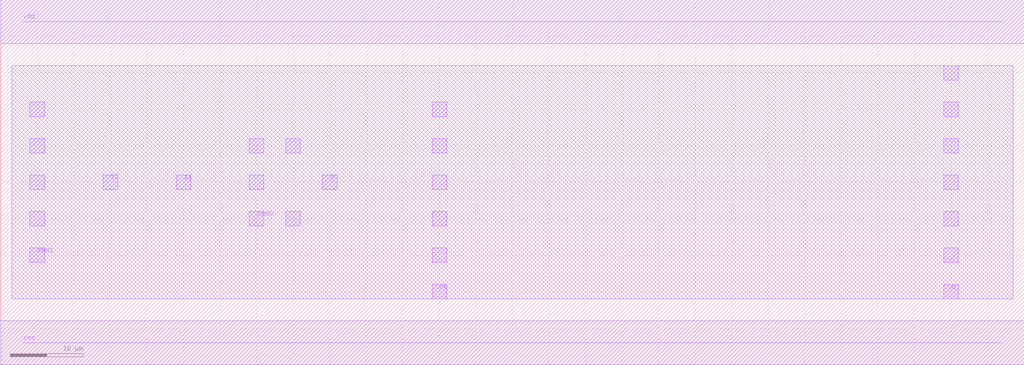
<source format=lef>

VERSION             5.2 ;
NAMESCASESENSITIVE  ON ;
BUSBITCHARS         "()" ;
DIVIDERCHAR         "." ;


MACRO a2_x2
    CLASS     CORE ;
    ORIGIN    0.00 0.00 ;
    SIZE      25.00 BY 50.00 ;
    SYMMETRY  X Y ;
    SITE      core ;
    PIN q
        DIRECTION OUTPUT ;
        PORT
            LAYER ALU1 ;
            RECT 19.00 39.00 21.00 41.00 ;
            RECT 19.00 34.00 21.00 36.00 ;
            RECT 19.00 29.00 21.00 31.00 ;
            RECT 19.00 24.00 21.00 26.00 ;
            RECT 19.00 19.00 21.00 21.00 ;
            RECT 19.00 14.00 21.00 16.00 ;
            RECT 19.00 9.00 21.00 11.00 ;
        END
    END q
    PIN i1
        DIRECTION INPUT ;
        PORT
            LAYER ALU1 ;
            RECT 14.00 39.00 16.00 41.00 ;
            RECT 14.00 34.00 16.00 36.00 ;
            RECT 14.00 29.00 16.00 31.00 ;
            RECT 14.00 24.00 16.00 26.00 ;
            RECT 14.00 19.00 16.00 21.00 ;
            RECT 14.00 14.00 16.00 16.00 ;
            RECT 14.00 9.00 16.00 11.00 ;
        END
    END i1
    PIN i0
        DIRECTION INPUT ;
        PORT
            LAYER ALU1 ;
            RECT 4.00 34.00 6.00 36.00 ;
            RECT 4.00 29.00 6.00 31.00 ;
            RECT 4.00 24.00 6.00 26.00 ;
            RECT 4.00 19.00 6.00 21.00 ;
            RECT 4.00 14.00 6.00 16.00 ;
        END
    END i0
    PIN vdd
        DIRECTION INPUT ;
        USE POWER ;
        SHAPE ABUTMENT ;
        PORT
            LAYER ALU1 ;
            WIDTH 6.00 ;
            PATH 3.00 47.00 22.00 47.00 ;
        END
    END vdd
    PIN vss
        DIRECTION INPUT ;
        USE GROUND ;
        SHAPE ABUTMENT ;
        PORT
            LAYER ALU1 ;
            WIDTH 6.00 ;
            PATH 3.00 3.00 22.00 3.00 ;
        END
    END vss
    OBS
        LAYER ALU1 ;
        RECT 1.50 9.00 23.50 41.00 ;
    END
END a2_x2


MACRO a2_x4
    CLASS     CORE ;
    ORIGIN    0.00 0.00 ;
    SIZE      30.00 BY 50.00 ;
    SYMMETRY  X Y ;
    SITE      core ;
    PIN q
        DIRECTION OUTPUT ;
        PORT
            LAYER ALU1 ;
            RECT 19.00 39.00 21.00 41.00 ;
            RECT 19.00 34.00 21.00 36.00 ;
            RECT 19.00 29.00 21.00 31.00 ;
            RECT 19.00 24.00 21.00 26.00 ;
            RECT 19.00 19.00 21.00 21.00 ;
            RECT 19.00 14.00 21.00 16.00 ;
            RECT 19.00 9.00 21.00 11.00 ;
        END
    END q
    PIN i0
        DIRECTION INPUT ;
        PORT
            LAYER ALU1 ;
            RECT 4.00 34.00 6.00 36.00 ;
            RECT 4.00 29.00 6.00 31.00 ;
            RECT 4.00 24.00 6.00 26.00 ;
            RECT 4.00 19.00 6.00 21.00 ;
            RECT 4.00 14.00 6.00 16.00 ;
        END
    END i0
    PIN i1
        DIRECTION INPUT ;
        PORT
            LAYER ALU1 ;
            RECT 14.00 39.00 16.00 41.00 ;
            RECT 14.00 34.00 16.00 36.00 ;
            RECT 14.00 29.00 16.00 31.00 ;
            RECT 14.00 24.00 16.00 26.00 ;
            RECT 14.00 19.00 16.00 21.00 ;
            RECT 14.00 14.00 16.00 16.00 ;
            RECT 14.00 9.00 16.00 11.00 ;
        END
    END i1
    PIN vdd
        DIRECTION INPUT ;
        USE POWER ;
        SHAPE ABUTMENT ;
        PORT
            LAYER ALU1 ;
            WIDTH 6.00 ;
            PATH 3.00 47.00 27.00 47.00 ;
        END
    END vdd
    PIN vss
        DIRECTION INPUT ;
        USE GROUND ;
        SHAPE ABUTMENT ;
        PORT
            LAYER ALU1 ;
            WIDTH 6.00 ;
            PATH 3.00 3.00 27.00 3.00 ;
        END
    END vss
    OBS
        LAYER ALU1 ;
        RECT 1.50 9.00 28.50 41.00 ;
    END
END a2_x4


MACRO a3_x2
    CLASS     CORE ;
    ORIGIN    0.00 0.00 ;
    SIZE      30.00 BY 50.00 ;
    SYMMETRY  X Y ;
    SITE      core ;
    PIN q
        DIRECTION OUTPUT ;
        PORT
            LAYER ALU1 ;
            RECT 24.00 39.00 26.00 41.00 ;
            RECT 24.00 34.00 26.00 36.00 ;
            RECT 24.00 29.00 26.00 31.00 ;
            RECT 24.00 24.00 26.00 26.00 ;
            RECT 24.00 19.00 26.00 21.00 ;
            RECT 24.00 14.00 26.00 16.00 ;
            RECT 24.00 9.00 26.00 11.00 ;
        END
    END q
    PIN i1
        DIRECTION INPUT ;
        PORT
            LAYER ALU1 ;
            RECT 9.00 34.00 11.00 36.00 ;
            RECT 9.00 29.00 11.00 31.00 ;
            RECT 9.00 24.00 11.00 26.00 ;
            RECT 9.00 19.00 11.00 21.00 ;
            RECT 9.00 14.00 11.00 16.00 ;
        END
    END i1
    PIN i0
        DIRECTION INPUT ;
        PORT
            LAYER ALU1 ;
            RECT 4.00 34.00 6.00 36.00 ;
            RECT 4.00 29.00 6.00 31.00 ;
            RECT 4.00 24.00 6.00 26.00 ;
            RECT 4.00 19.00 6.00 21.00 ;
            RECT 4.00 14.00 6.00 16.00 ;
        END
    END i0
    PIN i2
        DIRECTION INPUT ;
        PORT
            LAYER ALU1 ;
            RECT 14.00 34.00 16.00 36.00 ;
            RECT 14.00 29.00 16.00 31.00 ;
            RECT 14.00 24.00 16.00 26.00 ;
            RECT 14.00 19.00 16.00 21.00 ;
            RECT 14.00 14.00 16.00 16.00 ;
        END
    END i2
    PIN vdd
        DIRECTION INPUT ;
        USE POWER ;
        SHAPE ABUTMENT ;
        PORT
            LAYER ALU1 ;
            WIDTH 6.00 ;
            PATH 3.00 47.00 27.00 47.00 ;
        END
    END vdd
    PIN vss
        DIRECTION INPUT ;
        USE GROUND ;
        SHAPE ABUTMENT ;
        PORT
            LAYER ALU1 ;
            WIDTH 6.00 ;
            PATH 3.00 3.00 27.00 3.00 ;
        END
    END vss
    OBS
        LAYER ALU1 ;
        RECT 1.50 9.00 28.50 41.00 ;
    END
END a3_x2


MACRO a3_x4
    CLASS     CORE ;
    ORIGIN    0.00 0.00 ;
    SIZE      35.00 BY 50.00 ;
    SYMMETRY  X Y ;
    SITE      core ;
    PIN q
        DIRECTION OUTPUT ;
        PORT
            LAYER ALU1 ;
            RECT 24.00 39.00 26.00 41.00 ;
            RECT 24.00 34.00 26.00 36.00 ;
            RECT 24.00 29.00 26.00 31.00 ;
            RECT 24.00 24.00 26.00 26.00 ;
            RECT 24.00 19.00 26.00 21.00 ;
            RECT 24.00 14.00 26.00 16.00 ;
            RECT 24.00 9.00 26.00 11.00 ;
        END
    END q
    PIN i0
        DIRECTION INPUT ;
        PORT
            LAYER ALU1 ;
            RECT 4.00 34.00 6.00 36.00 ;
            RECT 4.00 29.00 6.00 31.00 ;
            RECT 4.00 24.00 6.00 26.00 ;
            RECT 4.00 19.00 6.00 21.00 ;
            RECT 4.00 14.00 6.00 16.00 ;
        END
    END i0
    PIN i1
        DIRECTION INPUT ;
        PORT
            LAYER ALU1 ;
            RECT 9.00 34.00 11.00 36.00 ;
            RECT 9.00 29.00 11.00 31.00 ;
            RECT 9.00 24.00 11.00 26.00 ;
            RECT 9.00 19.00 11.00 21.00 ;
            RECT 9.00 14.00 11.00 16.00 ;
        END
    END i1
    PIN i2
        DIRECTION INPUT ;
        PORT
            LAYER ALU1 ;
            RECT 14.00 34.00 16.00 36.00 ;
            RECT 14.00 29.00 16.00 31.00 ;
            RECT 14.00 24.00 16.00 26.00 ;
            RECT 14.00 19.00 16.00 21.00 ;
            RECT 14.00 14.00 16.00 16.00 ;
        END
    END i2
    PIN vdd
        DIRECTION INPUT ;
        USE POWER ;
        SHAPE ABUTMENT ;
        PORT
            LAYER ALU1 ;
            WIDTH 6.00 ;
            PATH 3.00 47.00 32.00 47.00 ;
        END
    END vdd
    PIN vss
        DIRECTION INPUT ;
        USE GROUND ;
        SHAPE ABUTMENT ;
        PORT
            LAYER ALU1 ;
            WIDTH 6.00 ;
            PATH 3.00 3.00 32.00 3.00 ;
        END
    END vss
    OBS
        LAYER ALU1 ;
        RECT 1.50 9.00 33.50 41.00 ;
    END
END a3_x4


MACRO a4_x2
    CLASS     CORE ;
    ORIGIN    0.00 0.00 ;
    SIZE      35.00 BY 50.00 ;
    SYMMETRY  X Y ;
    SITE      core ;
    PIN q
        DIRECTION OUTPUT ;
        PORT
            LAYER ALU1 ;
            RECT 29.00 39.00 31.00 41.00 ;
            RECT 29.00 34.00 31.00 36.00 ;
            RECT 29.00 29.00 31.00 31.00 ;
            RECT 29.00 24.00 31.00 26.00 ;
            RECT 29.00 19.00 31.00 21.00 ;
            RECT 29.00 14.00 31.00 16.00 ;
            RECT 29.00 9.00 31.00 11.00 ;
        END
    END q
    PIN i3
        DIRECTION INPUT ;
        PORT
            LAYER ALU1 ;
            RECT 19.00 34.00 21.00 36.00 ;
            RECT 19.00 29.00 21.00 31.00 ;
            RECT 19.00 24.00 21.00 26.00 ;
            RECT 19.00 19.00 21.00 21.00 ;
            RECT 19.00 14.00 21.00 16.00 ;
        END
    END i3
    PIN i1
        DIRECTION INPUT ;
        PORT
            LAYER ALU1 ;
            RECT 9.00 34.00 11.00 36.00 ;
            RECT 9.00 29.00 11.00 31.00 ;
            RECT 9.00 24.00 11.00 26.00 ;
            RECT 9.00 19.00 11.00 21.00 ;
            RECT 9.00 14.00 11.00 16.00 ;
            RECT 9.00 9.00 11.00 11.00 ;
        END
    END i1
    PIN i2
        DIRECTION INPUT ;
        PORT
            LAYER ALU1 ;
            RECT 14.00 34.00 16.00 36.00 ;
            RECT 14.00 29.00 16.00 31.00 ;
            RECT 14.00 24.00 16.00 26.00 ;
            RECT 14.00 19.00 16.00 21.00 ;
            RECT 14.00 14.00 16.00 16.00 ;
            RECT 14.00 9.00 16.00 11.00 ;
        END
    END i2
    PIN i0
        DIRECTION INPUT ;
        PORT
            LAYER ALU1 ;
            RECT 4.00 34.00 6.00 36.00 ;
            RECT 4.00 29.00 6.00 31.00 ;
            RECT 4.00 24.00 6.00 26.00 ;
            RECT 4.00 19.00 6.00 21.00 ;
            RECT 4.00 14.00 6.00 16.00 ;
            RECT 4.00 9.00 6.00 11.00 ;
        END
    END i0
    PIN vdd
        DIRECTION INPUT ;
        USE POWER ;
        SHAPE ABUTMENT ;
        PORT
            LAYER ALU1 ;
            WIDTH 6.00 ;
            PATH 3.00 47.00 32.00 47.00 ;
        END
    END vdd
    PIN vss
        DIRECTION INPUT ;
        USE GROUND ;
        SHAPE ABUTMENT ;
        PORT
            LAYER ALU1 ;
            WIDTH 6.00 ;
            PATH 3.00 3.00 32.00 3.00 ;
        END
    END vss
    OBS
        LAYER ALU1 ;
        RECT 1.50 9.00 33.50 41.00 ;
    END
END a4_x2


MACRO a4_x4
    CLASS     CORE ;
    ORIGIN    0.00 0.00 ;
    SIZE      40.00 BY 50.00 ;
    SYMMETRY  X Y ;
    SITE      core ;
    PIN q
        DIRECTION OUTPUT ;
        PORT
            LAYER ALU1 ;
            RECT 29.00 39.00 31.00 41.00 ;
            RECT 29.00 34.00 31.00 36.00 ;
            RECT 29.00 29.00 31.00 31.00 ;
            RECT 29.00 24.00 31.00 26.00 ;
            RECT 29.00 19.00 31.00 21.00 ;
            RECT 29.00 14.00 31.00 16.00 ;
            RECT 29.00 9.00 31.00 11.00 ;
        END
    END q
    PIN i3
        DIRECTION INPUT ;
        PORT
            LAYER ALU1 ;
            RECT 19.00 34.00 21.00 36.00 ;
            RECT 19.00 29.00 21.00 31.00 ;
            RECT 19.00 24.00 21.00 26.00 ;
            RECT 19.00 19.00 21.00 21.00 ;
            RECT 19.00 14.00 21.00 16.00 ;
        END
    END i3
    PIN i1
        DIRECTION INPUT ;
        PORT
            LAYER ALU1 ;
            RECT 9.00 34.00 11.00 36.00 ;
            RECT 9.00 29.00 11.00 31.00 ;
            RECT 9.00 24.00 11.00 26.00 ;
            RECT 9.00 19.00 11.00 21.00 ;
            RECT 9.00 14.00 11.00 16.00 ;
            RECT 9.00 9.00 11.00 11.00 ;
        END
    END i1
    PIN i2
        DIRECTION INPUT ;
        PORT
            LAYER ALU1 ;
            RECT 14.00 34.00 16.00 36.00 ;
            RECT 14.00 29.00 16.00 31.00 ;
            RECT 14.00 24.00 16.00 26.00 ;
            RECT 14.00 19.00 16.00 21.00 ;
            RECT 14.00 14.00 16.00 16.00 ;
            RECT 14.00 9.00 16.00 11.00 ;
        END
    END i2
    PIN i0
        DIRECTION INPUT ;
        PORT
            LAYER ALU1 ;
            RECT 4.00 34.00 6.00 36.00 ;
            RECT 4.00 29.00 6.00 31.00 ;
            RECT 4.00 24.00 6.00 26.00 ;
            RECT 4.00 19.00 6.00 21.00 ;
            RECT 4.00 14.00 6.00 16.00 ;
            RECT 4.00 9.00 6.00 11.00 ;
        END
    END i0
    PIN vdd
        DIRECTION INPUT ;
        USE POWER ;
        SHAPE ABUTMENT ;
        PORT
            LAYER ALU1 ;
            WIDTH 6.00 ;
            PATH 3.00 47.00 37.00 47.00 ;
        END
    END vdd
    PIN vss
        DIRECTION INPUT ;
        USE GROUND ;
        SHAPE ABUTMENT ;
        PORT
            LAYER ALU1 ;
            WIDTH 6.00 ;
            PATH 3.00 3.00 37.00 3.00 ;
        END
    END vss
    OBS
        LAYER ALU1 ;
        RECT 1.50 9.00 38.50 41.00 ;
    END
END a4_x4


MACRO an12_x1
    CLASS     CORE ;
    ORIGIN    0.00 0.00 ;
    SIZE      25.00 BY 50.00 ;
    SYMMETRY  X Y ;
    SITE      core ;
    PIN q
        DIRECTION OUTPUT ;
        PORT
            LAYER ALU1 ;
            RECT 4.00 14.00 6.00 16.00 ;
            RECT 4.00 9.00 6.00 11.00 ;
            LAYER ALU1 ;
            RECT 4.00 39.00 6.00 41.00 ;
            RECT 4.00 34.00 6.00 36.00 ;
            RECT 4.00 29.00 6.00 31.00 ;
            RECT 4.00 24.00 6.00 26.00 ;
        END
    END q
    PIN i1
        DIRECTION INPUT ;
        PORT
            LAYER ALU1 ;
            RECT 14.00 39.00 16.00 41.00 ;
            RECT 14.00 34.00 16.00 36.00 ;
            RECT 14.00 29.00 16.00 31.00 ;
            RECT 14.00 24.00 16.00 26.00 ;
            RECT 14.00 19.00 16.00 21.00 ;
            RECT 14.00 14.00 16.00 16.00 ;
            RECT 14.00 9.00 16.00 11.00 ;
        END
    END i1
    PIN i0
        DIRECTION INPUT ;
        PORT
            LAYER ALU1 ;
            RECT 9.00 39.00 11.00 41.00 ;
            RECT 9.00 34.00 11.00 36.00 ;
            RECT 9.00 29.00 11.00 31.00 ;
            RECT 9.00 24.00 11.00 26.00 ;
            RECT 9.00 19.00 11.00 21.00 ;
            RECT 9.00 14.00 11.00 16.00 ;
        END
    END i0
    PIN vdd
        DIRECTION INPUT ;
        USE POWER ;
        SHAPE ABUTMENT ;
        PORT
            LAYER ALU1 ;
            WIDTH 6.00 ;
            PATH 3.00 47.00 22.00 47.00 ;
        END
    END vdd
    PIN vss
        DIRECTION INPUT ;
        USE GROUND ;
        SHAPE ABUTMENT ;
        PORT
            LAYER ALU1 ;
            WIDTH 6.00 ;
            PATH 3.00 3.00 22.00 3.00 ;
        END
    END vss
    OBS
        LAYER ALU1 ;
        RECT 1.50 9.00 23.50 41.00 ;
    END
END an12_x1


MACRO an12_x4
    CLASS     CORE ;
    ORIGIN    0.00 0.00 ;
    SIZE      40.00 BY 50.00 ;
    SYMMETRY  X Y ;
    SITE      core ;
    PIN q
        DIRECTION OUTPUT ;
        PORT
            LAYER ALU1 ;
            RECT 29.00 39.00 31.00 41.00 ;
            RECT 29.00 34.00 31.00 36.00 ;
            RECT 29.00 29.00 31.00 31.00 ;
            RECT 29.00 24.00 31.00 26.00 ;
            RECT 29.00 19.00 31.00 21.00 ;
            RECT 29.00 14.00 31.00 16.00 ;
            RECT 29.00 9.00 31.00 11.00 ;
        END
    END q
    PIN i1
        DIRECTION INPUT ;
        PORT
            LAYER ALU1 ;
            RECT 24.00 39.00 26.00 41.00 ;
            RECT 24.00 34.00 26.00 36.00 ;
            RECT 24.00 29.00 26.00 31.00 ;
            RECT 24.00 24.00 26.00 26.00 ;
            RECT 24.00 19.00 26.00 21.00 ;
            RECT 24.00 14.00 26.00 16.00 ;
            RECT 24.00 9.00 26.00 11.00 ;
        END
    END i1
    PIN i0
        DIRECTION INPUT ;
        PORT
            LAYER ALU1 ;
            RECT 9.00 39.00 11.00 41.00 ;
            RECT 9.00 34.00 11.00 36.00 ;
            RECT 9.00 29.00 11.00 31.00 ;
            RECT 9.00 24.00 11.00 26.00 ;
            RECT 9.00 19.00 11.00 21.00 ;
            RECT 9.00 14.00 11.00 16.00 ;
            RECT 9.00 9.00 11.00 11.00 ;
        END
    END i0
    PIN vdd
        DIRECTION INPUT ;
        USE POWER ;
        SHAPE ABUTMENT ;
        PORT
            LAYER ALU1 ;
            WIDTH 6.00 ;
            PATH 3.00 47.00 37.00 47.00 ;
        END
    END vdd
    PIN vss
        DIRECTION INPUT ;
        USE GROUND ;
        SHAPE ABUTMENT ;
        PORT
            LAYER ALU1 ;
            WIDTH 6.00 ;
            PATH 3.00 3.00 37.00 3.00 ;
        END
    END vss
    OBS
        LAYER ALU1 ;
        RECT 1.50 9.00 38.50 41.00 ;
    END
END an12_x4


MACRO ao22_x2
    CLASS     CORE ;
    ORIGIN    0.00 0.00 ;
    SIZE      30.00 BY 50.00 ;
    SYMMETRY  X Y ;
    SITE      core ;
    PIN q
        DIRECTION OUTPUT ;
        PORT
            LAYER ALU1 ;
            RECT 24.00 39.00 26.00 41.00 ;
            RECT 24.00 34.00 26.00 36.00 ;
            RECT 24.00 29.00 26.00 31.00 ;
            RECT 24.00 24.00 26.00 26.00 ;
            RECT 24.00 19.00 26.00 21.00 ;
            RECT 24.00 14.00 26.00 16.00 ;
            RECT 24.00 9.00 26.00 11.00 ;
        END
    END q
    PIN i2
        DIRECTION INPUT ;
        PORT
            LAYER ALU1 ;
            RECT 19.00 39.00 21.00 41.00 ;
            RECT 19.00 34.00 21.00 36.00 ;
            RECT 19.00 29.00 21.00 31.00 ;
            RECT 19.00 24.00 21.00 26.00 ;
            RECT 19.00 19.00 21.00 21.00 ;
            RECT 19.00 14.00 21.00 16.00 ;
            RECT 19.00 9.00 21.00 11.00 ;
        END
    END i2
    PIN i1
        DIRECTION INPUT ;
        PORT
            LAYER ALU1 ;
            RECT 9.00 39.00 11.00 41.00 ;
            RECT 9.00 34.00 11.00 36.00 ;
            RECT 9.00 29.00 11.00 31.00 ;
            RECT 9.00 24.00 11.00 26.00 ;
            RECT 9.00 19.00 11.00 21.00 ;
        END
    END i1
    PIN i0
        DIRECTION INPUT ;
        PORT
            LAYER ALU1 ;
            RECT 4.00 39.00 6.00 41.00 ;
            RECT 4.00 34.00 6.00 36.00 ;
            RECT 4.00 29.00 6.00 31.00 ;
            RECT 4.00 24.00 6.00 26.00 ;
            RECT 4.00 19.00 6.00 21.00 ;
        END
    END i0
    PIN vdd
        DIRECTION INPUT ;
        USE POWER ;
        SHAPE ABUTMENT ;
        PORT
            LAYER ALU1 ;
            WIDTH 6.00 ;
            PATH 3.00 47.00 27.00 47.00 ;
        END
    END vdd
    PIN vss
        DIRECTION INPUT ;
        USE GROUND ;
        SHAPE ABUTMENT ;
        PORT
            LAYER ALU1 ;
            WIDTH 6.00 ;
            PATH 3.00 3.00 27.00 3.00 ;
        END
    END vss
    OBS
        LAYER ALU1 ;
        RECT 1.50 9.00 28.50 41.00 ;
    END
END ao22_x2


MACRO ao22_x4
    CLASS     CORE ;
    ORIGIN    0.00 0.00 ;
    SIZE      40.00 BY 50.00 ;
    SYMMETRY  X Y ;
    SITE      core ;
    PIN q
        DIRECTION OUTPUT ;
        PORT
            LAYER ALU1 ;
            RECT 29.00 39.00 31.00 41.00 ;
            RECT 29.00 34.00 31.00 36.00 ;
            RECT 29.00 29.00 31.00 31.00 ;
            RECT 29.00 24.00 31.00 26.00 ;
            RECT 29.00 19.00 31.00 21.00 ;
            RECT 29.00 14.00 31.00 16.00 ;
            RECT 29.00 9.00 31.00 11.00 ;
        END
    END q
    PIN i1
        DIRECTION INPUT ;
        PORT
            LAYER ALU1 ;
            RECT 9.00 39.00 11.00 41.00 ;
            RECT 9.00 34.00 11.00 36.00 ;
            RECT 9.00 29.00 11.00 31.00 ;
            RECT 9.00 24.00 11.00 26.00 ;
            RECT 9.00 19.00 11.00 21.00 ;
        END
    END i1
    PIN i0
        DIRECTION INPUT ;
        PORT
            LAYER ALU1 ;
            RECT 4.00 39.00 6.00 41.00 ;
            RECT 4.00 34.00 6.00 36.00 ;
            RECT 4.00 29.00 6.00 31.00 ;
            RECT 4.00 24.00 6.00 26.00 ;
            RECT 4.00 19.00 6.00 21.00 ;
        END
    END i0
    PIN i2
        DIRECTION INPUT ;
        PORT
            LAYER ALU1 ;
            RECT 19.00 39.00 21.00 41.00 ;
            RECT 19.00 34.00 21.00 36.00 ;
            RECT 19.00 29.00 21.00 31.00 ;
            RECT 19.00 24.00 21.00 26.00 ;
            RECT 19.00 19.00 21.00 21.00 ;
            RECT 19.00 14.00 21.00 16.00 ;
            RECT 19.00 9.00 21.00 11.00 ;
        END
    END i2
    PIN vdd
        DIRECTION INPUT ;
        USE POWER ;
        SHAPE ABUTMENT ;
        PORT
            LAYER ALU1 ;
            WIDTH 6.00 ;
            PATH 3.00 47.00 37.00 47.00 ;
        END
    END vdd
    PIN vss
        DIRECTION INPUT ;
        USE GROUND ;
        SHAPE ABUTMENT ;
        PORT
            LAYER ALU1 ;
            WIDTH 6.00 ;
            PATH 3.00 3.00 37.00 3.00 ;
        END
    END vss
    OBS
        LAYER ALU1 ;
        RECT 1.50 9.00 38.50 41.00 ;
    END
END ao22_x4


MACRO ao2o22_x2
    CLASS     CORE ;
    ORIGIN    0.00 0.00 ;
    SIZE      45.00 BY 50.00 ;
    SYMMETRY  X Y ;
    SITE      core ;
    PIN q
        DIRECTION OUTPUT ;
        PORT
            LAYER ALU1 ;
            RECT 39.00 39.00 41.00 41.00 ;
            RECT 39.00 34.00 41.00 36.00 ;
            RECT 39.00 29.00 41.00 31.00 ;
            RECT 39.00 24.00 41.00 26.00 ;
            RECT 39.00 19.00 41.00 21.00 ;
            RECT 39.00 14.00 41.00 16.00 ;
            RECT 39.00 9.00 41.00 11.00 ;
        END
    END q
    PIN i0
        DIRECTION INPUT ;
        PORT
            LAYER ALU1 ;
            RECT 4.00 39.00 6.00 41.00 ;
            RECT 4.00 34.00 6.00 36.00 ;
            RECT 4.00 29.00 6.00 31.00 ;
            RECT 4.00 24.00 6.00 26.00 ;
            RECT 4.00 19.00 6.00 21.00 ;
        END
    END i0
    PIN i1
        DIRECTION INPUT ;
        PORT
            LAYER ALU1 ;
            RECT 9.00 39.00 11.00 41.00 ;
            RECT 9.00 34.00 11.00 36.00 ;
            RECT 9.00 29.00 11.00 31.00 ;
            RECT 9.00 24.00 11.00 26.00 ;
            RECT 9.00 19.00 11.00 21.00 ;
        END
    END i1
    PIN i2
        DIRECTION INPUT ;
        PORT
            LAYER ALU1 ;
            RECT 19.00 34.00 21.00 36.00 ;
            RECT 19.00 29.00 21.00 31.00 ;
            RECT 19.00 24.00 21.00 26.00 ;
            RECT 19.00 19.00 21.00 21.00 ;
            RECT 19.00 14.00 21.00 16.00 ;
        END
    END i2
    PIN i3
        DIRECTION INPUT ;
        PORT
            LAYER ALU1 ;
            RECT 24.00 34.00 26.00 36.00 ;
            RECT 24.00 29.00 26.00 31.00 ;
            RECT 24.00 24.00 26.00 26.00 ;
            RECT 24.00 19.00 26.00 21.00 ;
            RECT 24.00 14.00 26.00 16.00 ;
        END
    END i3
    PIN vdd
        DIRECTION INPUT ;
        USE POWER ;
        SHAPE ABUTMENT ;
        PORT
            LAYER ALU1 ;
            WIDTH 6.00 ;
            PATH 3.00 47.00 42.00 47.00 ;
        END
    END vdd
    PIN vss
        DIRECTION INPUT ;
        USE GROUND ;
        SHAPE ABUTMENT ;
        PORT
            LAYER ALU1 ;
            WIDTH 6.00 ;
            PATH 3.00 3.00 42.00 3.00 ;
        END
    END vss
    OBS
        LAYER ALU1 ;
        RECT 1.50 9.00 43.50 41.00 ;
    END
END ao2o22_x2


MACRO ao2o22_x4
    CLASS     CORE ;
    ORIGIN    0.00 0.00 ;
    SIZE      50.00 BY 50.00 ;
    SYMMETRY  X Y ;
    SITE      core ;
    PIN q
        DIRECTION OUTPUT ;
        PORT
            LAYER ALU1 ;
            RECT 39.00 39.00 41.00 41.00 ;
            RECT 39.00 34.00 41.00 36.00 ;
            RECT 39.00 29.00 41.00 31.00 ;
            RECT 39.00 24.00 41.00 26.00 ;
            RECT 39.00 19.00 41.00 21.00 ;
            RECT 39.00 14.00 41.00 16.00 ;
            RECT 39.00 9.00 41.00 11.00 ;
        END
    END q
    PIN i0
        DIRECTION INPUT ;
        PORT
            LAYER ALU1 ;
            RECT 4.00 39.00 6.00 41.00 ;
            RECT 4.00 34.00 6.00 36.00 ;
            RECT 4.00 29.00 6.00 31.00 ;
            RECT 4.00 24.00 6.00 26.00 ;
            RECT 4.00 19.00 6.00 21.00 ;
        END
    END i0
    PIN i1
        DIRECTION INPUT ;
        PORT
            LAYER ALU1 ;
            RECT 9.00 39.00 11.00 41.00 ;
            RECT 9.00 34.00 11.00 36.00 ;
            RECT 9.00 29.00 11.00 31.00 ;
            RECT 9.00 24.00 11.00 26.00 ;
            RECT 9.00 19.00 11.00 21.00 ;
        END
    END i1
    PIN i2
        DIRECTION INPUT ;
        PORT
            LAYER ALU1 ;
            RECT 19.00 34.00 21.00 36.00 ;
            RECT 19.00 29.00 21.00 31.00 ;
            RECT 19.00 24.00 21.00 26.00 ;
            RECT 19.00 19.00 21.00 21.00 ;
            RECT 19.00 14.00 21.00 16.00 ;
        END
    END i2
    PIN i3
        DIRECTION INPUT ;
        PORT
            LAYER ALU1 ;
            RECT 24.00 34.00 26.00 36.00 ;
            RECT 24.00 29.00 26.00 31.00 ;
            RECT 24.00 24.00 26.00 26.00 ;
            RECT 24.00 19.00 26.00 21.00 ;
            RECT 24.00 14.00 26.00 16.00 ;
        END
    END i3
    PIN vdd
        DIRECTION INPUT ;
        USE POWER ;
        SHAPE ABUTMENT ;
        PORT
            LAYER ALU1 ;
            WIDTH 6.00 ;
            PATH 3.00 47.00 47.00 47.00 ;
        END
    END vdd
    PIN vss
        DIRECTION INPUT ;
        USE GROUND ;
        SHAPE ABUTMENT ;
        PORT
            LAYER ALU1 ;
            WIDTH 6.00 ;
            PATH 3.00 3.00 47.00 3.00 ;
        END
    END vss
    OBS
        LAYER ALU1 ;
        RECT 1.50 9.00 48.50 41.00 ;
    END
END ao2o22_x4


MACRO buf_x2
    CLASS     CORE ;
    ORIGIN    0.00 0.00 ;
    SIZE      20.00 BY 50.00 ;
    SYMMETRY  X Y ;
    SITE      core ;
    PIN q
        DIRECTION OUTPUT ;
        PORT
            LAYER ALU1 ;
            RECT 14.00 39.00 16.00 41.00 ;
            RECT 14.00 34.00 16.00 36.00 ;
            RECT 14.00 29.00 16.00 31.00 ;
            RECT 14.00 24.00 16.00 26.00 ;
            RECT 14.00 19.00 16.00 21.00 ;
            RECT 14.00 14.00 16.00 16.00 ;
            RECT 14.00 9.00 16.00 11.00 ;
        END
    END q
    PIN i
        DIRECTION INPUT ;
        PORT
            LAYER ALU1 ;
            RECT 9.00 39.00 11.00 41.00 ;
            RECT 9.00 34.00 11.00 36.00 ;
            RECT 9.00 29.00 11.00 31.00 ;
            RECT 9.00 24.00 11.00 26.00 ;
            RECT 9.00 19.00 11.00 21.00 ;
            RECT 9.00 14.00 11.00 16.00 ;
            RECT 9.00 9.00 11.00 11.00 ;
        END
    END i
    PIN vdd
        DIRECTION INPUT ;
        USE POWER ;
        SHAPE ABUTMENT ;
        PORT
            LAYER ALU1 ;
            WIDTH 6.00 ;
            PATH 3.00 47.00 17.00 47.00 ;
        END
    END vdd
    PIN vss
        DIRECTION INPUT ;
        USE GROUND ;
        SHAPE ABUTMENT ;
        PORT
            LAYER ALU1 ;
            WIDTH 6.00 ;
            PATH 3.00 3.00 17.00 3.00 ;
        END
    END vss
    OBS
        LAYER ALU1 ;
        RECT 1.50 9.00 18.50 41.00 ;
    END
END buf_x2


MACRO buf_x4
    CLASS     CORE ;
    ORIGIN    0.00 0.00 ;
    SIZE      25.00 BY 50.00 ;
    SYMMETRY  X Y ;
    SITE      core ;
    PIN q
        DIRECTION OUTPUT ;
        PORT
            LAYER ALU1 ;
            RECT 14.00 39.00 16.00 41.00 ;
            RECT 14.00 34.00 16.00 36.00 ;
            RECT 14.00 29.00 16.00 31.00 ;
            RECT 14.00 24.00 16.00 26.00 ;
            RECT 14.00 19.00 16.00 21.00 ;
            RECT 14.00 14.00 16.00 16.00 ;
            RECT 14.00 9.00 16.00 11.00 ;
        END
    END q
    PIN i
        DIRECTION INPUT ;
        PORT
            LAYER ALU1 ;
            RECT 9.00 39.00 11.00 41.00 ;
            RECT 9.00 34.00 11.00 36.00 ;
            RECT 9.00 29.00 11.00 31.00 ;
            RECT 9.00 24.00 11.00 26.00 ;
            RECT 9.00 19.00 11.00 21.00 ;
            RECT 9.00 14.00 11.00 16.00 ;
            RECT 9.00 9.00 11.00 11.00 ;
        END
    END i
    PIN vdd
        DIRECTION INPUT ;
        USE POWER ;
        SHAPE ABUTMENT ;
        PORT
            LAYER ALU1 ;
            WIDTH 6.00 ;
            PATH 3.00 47.00 22.00 47.00 ;
        END
    END vdd
    PIN vss
        DIRECTION INPUT ;
        USE GROUND ;
        SHAPE ABUTMENT ;
        PORT
            LAYER ALU1 ;
            WIDTH 6.00 ;
            PATH 3.00 3.00 22.00 3.00 ;
        END
    END vss
    OBS
        LAYER ALU1 ;
        RECT 1.50 9.00 23.50 41.00 ;
    END
END buf_x4


MACRO buf_x8
    CLASS     CORE ;
    ORIGIN    0.00 0.00 ;
    SIZE      40.00 BY 50.00 ;
    SYMMETRY  X Y ;
    SITE      core ;
    PIN q
        DIRECTION OUTPUT ;
        PORT
            LAYER ALU1 ;
            RECT 14.00 39.00 16.00 41.00 ;
            RECT 14.00 34.00 16.00 36.00 ;
            RECT 14.00 29.00 16.00 31.00 ;
            RECT 14.00 24.00 16.00 26.00 ;
            RECT 14.00 19.00 16.00 21.00 ;
            RECT 14.00 14.00 16.00 16.00 ;
            RECT 14.00 9.00 16.00 11.00 ;
        END
    END q
    PIN i
        DIRECTION INPUT ;
        PORT
            LAYER ALU1 ;
            RECT 9.00 39.00 11.00 41.00 ;
            RECT 9.00 34.00 11.00 36.00 ;
            RECT 9.00 29.00 11.00 31.00 ;
            RECT 9.00 24.00 11.00 26.00 ;
            RECT 9.00 19.00 11.00 21.00 ;
            RECT 9.00 14.00 11.00 16.00 ;
            RECT 9.00 9.00 11.00 11.00 ;
        END
    END i
    PIN vdd
        DIRECTION INPUT ;
        USE POWER ;
        SHAPE ABUTMENT ;
        PORT
            LAYER ALU1 ;
            WIDTH 6.00 ;
            PATH 3.00 47.00 37.00 47.00 ;
        END
    END vdd
    PIN vss
        DIRECTION INPUT ;
        USE GROUND ;
        SHAPE ABUTMENT ;
        PORT
            LAYER ALU1 ;
            WIDTH 6.00 ;
            PATH 3.00 3.00 37.00 3.00 ;
        END
    END vss
    OBS
        LAYER ALU1 ;
        RECT 1.50 9.00 38.50 41.00 ;
    END
END buf_x8


MACRO fulladder_x2
    CLASS     CORE ;
    ORIGIN    0.00 0.00 ;
    SIZE      100.00 BY 50.00 ;
    SYMMETRY  X Y ;
    SITE      core ;
    PIN cout
        DIRECTION OUTPUT ;
        PORT
            LAYER ALU1 ;
            RECT 34.00 29.00 36.00 31.00 ;
            RECT 34.00 24.00 36.00 26.00 ;
            RECT 34.00 19.00 36.00 21.00 ;
            RECT 34.00 14.00 36.00 16.00 ;
            LAYER ALU1 ;
            RECT 39.00 14.00 41.00 16.00 ;
            RECT 39.00 9.00 41.00 11.00 ;
        END
    END cout
    PIN sout
        DIRECTION OUTPUT ;
        PORT
            LAYER ALU1 ;
            RECT 49.00 34.00 51.00 36.00 ;
            RECT 49.00 29.00 51.00 31.00 ;
            RECT 49.00 24.00 51.00 26.00 ;
            RECT 49.00 19.00 51.00 21.00 ;
            RECT 49.00 14.00 51.00 16.00 ;
            RECT 49.00 9.00 51.00 11.00 ;
        END
    END sout
    PIN cin1
        DIRECTION INPUT ;
        PORT
            LAYER ALU1 ;
            RECT 19.00 29.00 21.00 31.00 ;
            RECT 19.00 24.00 21.00 26.00 ;
            RECT 19.00 19.00 21.00 21.00 ;
            RECT 19.00 14.00 21.00 16.00 ;
        END
    END cin1
    PIN a2
        DIRECTION INPUT ;
        PORT
            LAYER ALU1 ;
            RECT 24.00 29.00 26.00 31.00 ;
            RECT 24.00 24.00 26.00 26.00 ;
            RECT 24.00 19.00 26.00 21.00 ;
            RECT 24.00 14.00 26.00 16.00 ;
        END
    END a2
    PIN b2
        DIRECTION INPUT ;
        PORT
            LAYER ALU1 ;
            RECT 29.00 29.00 31.00 31.00 ;
            RECT 29.00 24.00 31.00 26.00 ;
            RECT 29.00 19.00 31.00 21.00 ;
            RECT 29.00 14.00 31.00 16.00 ;
        END
    END b2
    PIN a3
        DIRECTION INPUT ;
        PORT
            LAYER ALU1 ;
            RECT 59.00 29.00 61.00 31.00 ;
            RECT 59.00 24.00 61.00 26.00 ;
            RECT 59.00 19.00 61.00 21.00 ;
            RECT 59.00 14.00 61.00 16.00 ;
        END
    END a3
    PIN b3
        DIRECTION INPUT ;
        PORT
            LAYER ALU1 ;
            RECT 64.00 29.00 66.00 31.00 ;
            RECT 64.00 24.00 66.00 26.00 ;
            RECT 64.00 19.00 66.00 21.00 ;
            RECT 64.00 14.00 66.00 16.00 ;
        END
    END b3
    PIN cin2
        DIRECTION INPUT ;
        PORT
            LAYER ALU1 ;
            RECT 69.00 29.00 71.00 31.00 ;
            RECT 69.00 24.00 71.00 26.00 ;
            RECT 69.00 19.00 71.00 21.00 ;
            RECT 69.00 14.00 71.00 16.00 ;
        END
    END cin2
    PIN cin3
        DIRECTION INPUT ;
        PORT
            LAYER ALU1 ;
            RECT 84.00 29.00 86.00 31.00 ;
            RECT 84.00 24.00 86.00 26.00 ;
            RECT 84.00 19.00 86.00 21.00 ;
            RECT 84.00 14.00 86.00 16.00 ;
        END
    END cin3
    PIN a1
        DIRECTION INPUT ;
        PORT
            LAYER ALU1 ;
            RECT 4.00 34.00 6.00 36.00 ;
            RECT 4.00 29.00 6.00 31.00 ;
            RECT 4.00 24.00 6.00 26.00 ;
            RECT 4.00 19.00 6.00 21.00 ;
            RECT 4.00 14.00 6.00 16.00 ;
            RECT 4.00 9.00 6.00 11.00 ;
        END
    END a1
    PIN b1
        DIRECTION INPUT ;
        PORT
            LAYER ALU1 ;
            RECT 9.00 34.00 11.00 36.00 ;
            RECT 9.00 29.00 11.00 31.00 ;
            RECT 9.00 24.00 11.00 26.00 ;
            RECT 9.00 19.00 11.00 21.00 ;
            RECT 9.00 14.00 11.00 16.00 ;
        END
    END b1
    PIN a4
        DIRECTION INPUT ;
        PORT
            LAYER ALU1 ;
            RECT 89.00 34.00 91.00 36.00 ;
            RECT 89.00 29.00 91.00 31.00 ;
            RECT 89.00 24.00 91.00 26.00 ;
            RECT 89.00 19.00 91.00 21.00 ;
            RECT 89.00 14.00 91.00 16.00 ;
        END
    END a4
    PIN b4
        DIRECTION INPUT ;
        PORT
            LAYER ALU1 ;
            RECT 94.00 34.00 96.00 36.00 ;
            RECT 94.00 29.00 96.00 31.00 ;
            RECT 94.00 24.00 96.00 26.00 ;
            RECT 94.00 19.00 96.00 21.00 ;
            RECT 94.00 14.00 96.00 16.00 ;
        END
    END b4
    PIN vdd
        DIRECTION INPUT ;
        USE POWER ;
        SHAPE ABUTMENT ;
        PORT
            LAYER ALU1 ;
            WIDTH 6.00 ;
            PATH 3.00 47.00 97.00 47.00 ;
        END
    END vdd
    PIN vss
        DIRECTION INPUT ;
        USE GROUND ;
        SHAPE ABUTMENT ;
        PORT
            LAYER ALU1 ;
            WIDTH 6.00 ;
            PATH 3.00 3.00 97.00 3.00 ;
        END
    END vss
    OBS
        LAYER ALU1 ;
        RECT 1.50 9.00 98.50 41.00 ;
    END
END fulladder_x2


MACRO fulladder_x4
    CLASS     CORE ;
    ORIGIN    0.00 0.00 ;
    SIZE      105.00 BY 50.00 ;
    SYMMETRY  X Y ;
    SITE      core ;
    PIN sout
        DIRECTION OUTPUT ;
        PORT
            LAYER ALU1 ;
            RECT 54.00 34.00 56.00 36.00 ;
            RECT 54.00 29.00 56.00 31.00 ;
            RECT 54.00 24.00 56.00 26.00 ;
            RECT 54.00 19.00 56.00 21.00 ;
            RECT 54.00 14.00 56.00 16.00 ;
            RECT 54.00 9.00 56.00 11.00 ;
        END
    END sout
    PIN cout
        DIRECTION OUTPUT ;
        PORT
            LAYER ALU1 ;
            RECT 44.00 34.00 46.00 36.00 ;
            RECT 44.00 29.00 46.00 31.00 ;
            RECT 44.00 24.00 46.00 26.00 ;
            RECT 44.00 19.00 46.00 21.00 ;
            RECT 44.00 14.00 46.00 16.00 ;
            RECT 44.00 9.00 46.00 11.00 ;
        END
    END cout
    PIN a1
        DIRECTION INPUT ;
        PORT
            LAYER ALU1 ;
            RECT 4.00 34.00 6.00 36.00 ;
            RECT 4.00 29.00 6.00 31.00 ;
            RECT 4.00 24.00 6.00 26.00 ;
            RECT 4.00 19.00 6.00 21.00 ;
            RECT 4.00 14.00 6.00 16.00 ;
            RECT 4.00 9.00 6.00 11.00 ;
        END
    END a1
    PIN b1
        DIRECTION INPUT ;
        PORT
            LAYER ALU1 ;
            RECT 9.00 34.00 11.00 36.00 ;
            RECT 9.00 29.00 11.00 31.00 ;
            RECT 9.00 24.00 11.00 26.00 ;
            RECT 9.00 19.00 11.00 21.00 ;
            RECT 9.00 14.00 11.00 16.00 ;
        END
    END b1
    PIN cin1
        DIRECTION INPUT ;
        PORT
            LAYER ALU1 ;
            RECT 19.00 29.00 21.00 31.00 ;
            RECT 19.00 24.00 21.00 26.00 ;
            RECT 19.00 19.00 21.00 21.00 ;
            RECT 19.00 14.00 21.00 16.00 ;
        END
    END cin1
    PIN a2
        DIRECTION INPUT ;
        PORT
            LAYER ALU1 ;
            RECT 24.00 29.00 26.00 31.00 ;
            RECT 24.00 24.00 26.00 26.00 ;
            RECT 24.00 19.00 26.00 21.00 ;
            RECT 24.00 14.00 26.00 16.00 ;
        END
    END a2
    PIN b2
        DIRECTION INPUT ;
        PORT
            LAYER ALU1 ;
            RECT 29.00 29.00 31.00 31.00 ;
            RECT 29.00 24.00 31.00 26.00 ;
            RECT 29.00 19.00 31.00 21.00 ;
            RECT 29.00 14.00 31.00 16.00 ;
        END
    END b2
    PIN b4
        DIRECTION INPUT ;
        PORT
            LAYER ALU1 ;
            RECT 99.00 34.00 101.00 36.00 ;
            RECT 99.00 29.00 101.00 31.00 ;
            RECT 99.00 24.00 101.00 26.00 ;
            RECT 99.00 19.00 101.00 21.00 ;
            RECT 99.00 14.00 101.00 16.00 ;
        END
    END b4
    PIN a4
        DIRECTION INPUT ;
        PORT
            LAYER ALU1 ;
            RECT 94.00 34.00 96.00 36.00 ;
            RECT 94.00 29.00 96.00 31.00 ;
            RECT 94.00 24.00 96.00 26.00 ;
            RECT 94.00 19.00 96.00 21.00 ;
            RECT 94.00 14.00 96.00 16.00 ;
        END
    END a4
    PIN cin3
        DIRECTION INPUT ;
        PORT
            LAYER ALU1 ;
            RECT 89.00 29.00 91.00 31.00 ;
            RECT 89.00 24.00 91.00 26.00 ;
            RECT 89.00 19.00 91.00 21.00 ;
            RECT 89.00 14.00 91.00 16.00 ;
        END
    END cin3
    PIN b3
        DIRECTION INPUT ;
        PORT
            LAYER ALU1 ;
            RECT 69.00 29.00 71.00 31.00 ;
            RECT 69.00 24.00 71.00 26.00 ;
            RECT 69.00 19.00 71.00 21.00 ;
            RECT 69.00 14.00 71.00 16.00 ;
        END
    END b3
    PIN cin2
        DIRECTION INPUT ;
        PORT
            LAYER ALU1 ;
            RECT 74.00 29.00 76.00 31.00 ;
            RECT 74.00 24.00 76.00 26.00 ;
            RECT 74.00 19.00 76.00 21.00 ;
            RECT 74.00 14.00 76.00 16.00 ;
        END
    END cin2
    PIN a3
        DIRECTION INPUT ;
        PORT
            LAYER ALU1 ;
            RECT 64.00 29.00 66.00 31.00 ;
            RECT 64.00 24.00 66.00 26.00 ;
            RECT 64.00 19.00 66.00 21.00 ;
        END
    END a3
    PIN vdd
        DIRECTION INPUT ;
        USE POWER ;
        SHAPE ABUTMENT ;
        PORT
            LAYER ALU1 ;
            WIDTH 6.00 ;
            PATH 3.00 47.00 102.00 47.00 ;
        END
    END vdd
    PIN vss
        DIRECTION INPUT ;
        USE GROUND ;
        SHAPE ABUTMENT ;
        PORT
            LAYER ALU1 ;
            WIDTH 6.00 ;
            PATH 3.00 3.00 102.00 3.00 ;
        END
    END vss
    OBS
        LAYER ALU1 ;
        RECT 1.50 9.00 103.50 41.00 ;
    END
END fulladder_x4


MACRO halfadder_x2
    CLASS     CORE ;
    ORIGIN    0.00 0.00 ;
    SIZE      80.00 BY 50.00 ;
    SYMMETRY  X Y ;
    SITE      core ;
    PIN sout
        DIRECTION OUTPUT ;
        PORT
            LAYER ALU1 ;
            RECT 74.00 39.00 76.00 41.00 ;
            RECT 74.00 34.00 76.00 36.00 ;
            RECT 74.00 29.00 76.00 31.00 ;
            RECT 74.00 24.00 76.00 26.00 ;
            RECT 74.00 19.00 76.00 21.00 ;
            RECT 74.00 14.00 76.00 16.00 ;
            RECT 74.00 9.00 76.00 11.00 ;
        END
    END sout
    PIN cout
        DIRECTION OUTPUT ;
        PORT
            LAYER ALU1 ;
            RECT 4.00 39.00 6.00 41.00 ;
            RECT 4.00 34.00 6.00 36.00 ;
            RECT 4.00 29.00 6.00 31.00 ;
            RECT 4.00 24.00 6.00 26.00 ;
            RECT 4.00 19.00 6.00 21.00 ;
            RECT 4.00 14.00 6.00 16.00 ;
            RECT 4.00 9.00 6.00 11.00 ;
        END
    END cout
    PIN b
        DIRECTION INPUT ;
        PORT
            LAYER ALU1 ;
            RECT 34.00 34.00 36.00 36.00 ;
            RECT 34.00 29.00 36.00 31.00 ;
            RECT 34.00 24.00 36.00 26.00 ;
            RECT 34.00 19.00 36.00 21.00 ;
            RECT 34.00 14.00 36.00 16.00 ;
            RECT 34.00 9.00 36.00 11.00 ;
        END
    END b
    PIN a
        DIRECTION INPUT ;
        PORT
            LAYER ALU1 ;
            RECT 9.00 39.00 11.00 41.00 ;
            RECT 9.00 34.00 11.00 36.00 ;
            RECT 9.00 29.00 11.00 31.00 ;
            RECT 9.00 24.00 11.00 26.00 ;
            RECT 9.00 19.00 11.00 21.00 ;
            RECT 9.00 14.00 11.00 16.00 ;
            RECT 9.00 9.00 11.00 11.00 ;
        END
    END a
    PIN vdd
        DIRECTION INPUT ;
        USE POWER ;
        SHAPE ABUTMENT ;
        PORT
            LAYER ALU1 ;
            WIDTH 6.00 ;
            PATH 3.00 47.00 77.00 47.00 ;
        END
    END vdd
    PIN vss
        DIRECTION INPUT ;
        USE GROUND ;
        SHAPE ABUTMENT ;
        PORT
            LAYER ALU1 ;
            WIDTH 6.00 ;
            PATH 3.00 3.00 77.00 3.00 ;
        END
    END vss
    OBS
        LAYER ALU1 ;
        RECT 1.50 9.00 78.50 41.00 ;
    END
END halfadder_x2


MACRO halfadder_x4
    CLASS     CORE ;
    ORIGIN    0.00 0.00 ;
    SIZE      90.00 BY 50.00 ;
    SYMMETRY  X Y ;
    SITE      core ;
    PIN sout
        DIRECTION OUTPUT ;
        PORT
            LAYER ALU1 ;
            RECT 79.00 39.00 81.00 41.00 ;
            RECT 79.00 34.00 81.00 36.00 ;
            RECT 79.00 29.00 81.00 31.00 ;
            RECT 79.00 24.00 81.00 26.00 ;
            RECT 79.00 19.00 81.00 21.00 ;
            RECT 79.00 14.00 81.00 16.00 ;
            RECT 79.00 9.00 81.00 11.00 ;
        END
    END sout
    PIN cout
        DIRECTION OUTPUT ;
        PORT
            LAYER ALU1 ;
            RECT 9.00 39.00 11.00 41.00 ;
            RECT 9.00 34.00 11.00 36.00 ;
            RECT 9.00 29.00 11.00 31.00 ;
            RECT 9.00 24.00 11.00 26.00 ;
            RECT 9.00 19.00 11.00 21.00 ;
            RECT 9.00 14.00 11.00 16.00 ;
            RECT 9.00 9.00 11.00 11.00 ;
        END
    END cout
    PIN b
        DIRECTION INPUT ;
        PORT
            LAYER ALU1 ;
            RECT 39.00 34.00 41.00 36.00 ;
            RECT 39.00 29.00 41.00 31.00 ;
            RECT 39.00 24.00 41.00 26.00 ;
            RECT 39.00 19.00 41.00 21.00 ;
            RECT 39.00 14.00 41.00 16.00 ;
            RECT 39.00 9.00 41.00 11.00 ;
        END
    END b
    PIN a
        DIRECTION INPUT ;
        PORT
            LAYER ALU1 ;
            RECT 14.00 39.00 16.00 41.00 ;
            RECT 14.00 34.00 16.00 36.00 ;
            RECT 14.00 29.00 16.00 31.00 ;
            RECT 14.00 24.00 16.00 26.00 ;
            RECT 14.00 19.00 16.00 21.00 ;
            RECT 14.00 14.00 16.00 16.00 ;
            RECT 14.00 9.00 16.00 11.00 ;
        END
    END a
    PIN vdd
        DIRECTION INPUT ;
        USE POWER ;
        SHAPE ABUTMENT ;
        PORT
            LAYER ALU1 ;
            WIDTH 6.00 ;
            PATH 3.00 47.00 87.00 47.00 ;
        END
    END vdd
    PIN vss
        DIRECTION INPUT ;
        USE GROUND ;
        SHAPE ABUTMENT ;
        PORT
            LAYER ALU1 ;
            WIDTH 6.00 ;
            PATH 3.00 3.00 87.00 3.00 ;
        END
    END vss
    OBS
        LAYER ALU1 ;
        RECT 1.50 9.00 88.50 41.00 ;
    END
END halfadder_x4


MACRO inv_x1
    CLASS     CORE ;
    ORIGIN    0.00 0.00 ;
    SIZE      15.00 BY 50.00 ;
    SYMMETRY  X Y ;
    SITE      core ;
    PIN nq
        DIRECTION OUTPUT ;
        PORT
            LAYER ALU1 ;
            RECT 9.00 39.00 11.00 41.00 ;
            RECT 9.00 34.00 11.00 36.00 ;
            RECT 9.00 29.00 11.00 31.00 ;
            RECT 9.00 24.00 11.00 26.00 ;
            RECT 9.00 19.00 11.00 21.00 ;
            RECT 9.00 14.00 11.00 16.00 ;
            RECT 9.00 9.00 11.00 11.00 ;
        END
    END nq
    PIN i
        DIRECTION INPUT ;
        PORT
            LAYER ALU1 ;
            RECT 4.00 39.00 6.00 41.00 ;
            RECT 4.00 34.00 6.00 36.00 ;
            RECT 4.00 29.00 6.00 31.00 ;
            RECT 4.00 24.00 6.00 26.00 ;
            RECT 4.00 19.00 6.00 21.00 ;
            RECT 4.00 14.00 6.00 16.00 ;
            RECT 4.00 9.00 6.00 11.00 ;
        END
    END i
    PIN vdd
        DIRECTION INPUT ;
        USE POWER ;
        SHAPE ABUTMENT ;
        PORT
            LAYER ALU1 ;
            WIDTH 6.00 ;
            PATH 3.00 47.00 12.00 47.00 ;
        END
    END vdd
    PIN vss
        DIRECTION INPUT ;
        USE GROUND ;
        SHAPE ABUTMENT ;
        PORT
            LAYER ALU1 ;
            WIDTH 6.00 ;
            PATH 3.00 3.00 12.00 3.00 ;
        END
    END vss
    OBS
        LAYER ALU1 ;
        RECT 1.50 9.00 13.50 41.00 ;
    END
END inv_x1


MACRO inv_x2
    CLASS     CORE ;
    ORIGIN    0.00 0.00 ;
    SIZE      15.00 BY 50.00 ;
    SYMMETRY  X Y ;
    SITE      core ;
    PIN nq
        DIRECTION OUTPUT ;
        PORT
            LAYER ALU1 ;
            RECT 9.00 39.00 11.00 41.00 ;
            RECT 9.00 34.00 11.00 36.00 ;
            RECT 9.00 29.00 11.00 31.00 ;
            RECT 9.00 24.00 11.00 26.00 ;
            RECT 9.00 19.00 11.00 21.00 ;
            RECT 9.00 14.00 11.00 16.00 ;
            RECT 9.00 9.00 11.00 11.00 ;
        END
    END nq
    PIN i
        DIRECTION INPUT ;
        PORT
            LAYER ALU1 ;
            RECT 4.00 39.00 6.00 41.00 ;
            RECT 4.00 34.00 6.00 36.00 ;
            RECT 4.00 29.00 6.00 31.00 ;
            RECT 4.00 24.00 6.00 26.00 ;
            RECT 4.00 19.00 6.00 21.00 ;
            RECT 4.00 14.00 6.00 16.00 ;
            RECT 4.00 9.00 6.00 11.00 ;
        END
    END i
    PIN vdd
        DIRECTION INPUT ;
        USE POWER ;
        SHAPE ABUTMENT ;
        PORT
            LAYER ALU1 ;
            WIDTH 6.00 ;
            PATH 3.00 47.00 12.00 47.00 ;
        END
    END vdd
    PIN vss
        DIRECTION INPUT ;
        USE GROUND ;
        SHAPE ABUTMENT ;
        PORT
            LAYER ALU1 ;
            WIDTH 6.00 ;
            PATH 3.00 3.00 12.00 3.00 ;
        END
    END vss
    OBS
        LAYER ALU1 ;
        RECT 1.50 9.00 13.50 41.00 ;
    END
END inv_x2


MACRO inv_x4
    CLASS     CORE ;
    ORIGIN    0.00 0.00 ;
    SIZE      20.00 BY 50.00 ;
    SYMMETRY  X Y ;
    SITE      core ;
    PIN nq
        DIRECTION OUTPUT ;
        PORT
            LAYER ALU1 ;
            RECT 9.00 39.00 11.00 41.00 ;
            RECT 9.00 34.00 11.00 36.00 ;
            RECT 9.00 29.00 11.00 31.00 ;
            RECT 9.00 24.00 11.00 26.00 ;
            RECT 9.00 19.00 11.00 21.00 ;
            RECT 9.00 14.00 11.00 16.00 ;
            RECT 9.00 9.00 11.00 11.00 ;
        END
    END nq
    PIN i
        DIRECTION INPUT ;
        PORT
            LAYER ALU1 ;
            RECT 4.00 39.00 6.00 41.00 ;
            RECT 4.00 34.00 6.00 36.00 ;
            RECT 4.00 29.00 6.00 31.00 ;
            RECT 4.00 24.00 6.00 26.00 ;
            RECT 4.00 19.00 6.00 21.00 ;
            RECT 4.00 14.00 6.00 16.00 ;
            RECT 4.00 9.00 6.00 11.00 ;
        END
    END i
    PIN vdd
        DIRECTION INPUT ;
        USE POWER ;
        SHAPE ABUTMENT ;
        PORT
            LAYER ALU1 ;
            WIDTH 6.00 ;
            PATH 3.00 47.00 17.00 47.00 ;
        END
    END vdd
    PIN vss
        DIRECTION INPUT ;
        USE GROUND ;
        SHAPE ABUTMENT ;
        PORT
            LAYER ALU1 ;
            WIDTH 6.00 ;
            PATH 3.00 3.00 17.00 3.00 ;
        END
    END vss
    OBS
        LAYER ALU1 ;
        RECT 1.50 9.00 18.50 41.00 ;
    END
END inv_x4


MACRO inv_x8
    CLASS     CORE ;
    ORIGIN    0.00 0.00 ;
    SIZE      35.00 BY 50.00 ;
    SYMMETRY  X Y ;
    SITE      core ;
    PIN nq
        DIRECTION OUTPUT ;
        PORT
            LAYER ALU1 ;
            RECT 9.00 39.00 11.00 41.00 ;
            RECT 9.00 34.00 11.00 36.00 ;
            RECT 9.00 29.00 11.00 31.00 ;
            RECT 9.00 24.00 11.00 26.00 ;
            RECT 9.00 19.00 11.00 21.00 ;
            RECT 9.00 14.00 11.00 16.00 ;
            RECT 9.00 9.00 11.00 11.00 ;
        END
    END nq
    PIN i
        DIRECTION INPUT ;
        PORT
            LAYER ALU1 ;
            RECT 4.00 39.00 6.00 41.00 ;
            RECT 4.00 34.00 6.00 36.00 ;
            RECT 4.00 29.00 6.00 31.00 ;
            RECT 4.00 24.00 6.00 26.00 ;
            RECT 4.00 19.00 6.00 21.00 ;
            RECT 4.00 14.00 6.00 16.00 ;
            RECT 4.00 9.00 6.00 11.00 ;
        END
    END i
    PIN vdd
        DIRECTION INPUT ;
        USE POWER ;
        SHAPE ABUTMENT ;
        PORT
            LAYER ALU1 ;
            WIDTH 6.00 ;
            PATH 3.00 47.00 32.00 47.00 ;
        END
    END vdd
    PIN vss
        DIRECTION INPUT ;
        USE GROUND ;
        SHAPE ABUTMENT ;
        PORT
            LAYER ALU1 ;
            WIDTH 6.00 ;
            PATH 3.00 3.00 32.00 3.00 ;
        END
    END vss
    OBS
        LAYER ALU1 ;
        RECT 1.50 9.00 33.50 41.00 ;
    END
END inv_x8


MACRO mx2_x2
    CLASS     CORE ;
    ORIGIN    0.00 0.00 ;
    SIZE      45.00 BY 50.00 ;
    SYMMETRY  X Y ;
    SITE      core ;
    PIN q
        DIRECTION OUTPUT ;
        PORT
            LAYER ALU1 ;
            RECT 39.00 39.00 41.00 41.00 ;
            RECT 39.00 34.00 41.00 36.00 ;
            RECT 39.00 29.00 41.00 31.00 ;
            RECT 39.00 24.00 41.00 26.00 ;
            RECT 39.00 19.00 41.00 21.00 ;
            RECT 39.00 14.00 41.00 16.00 ;
            RECT 39.00 9.00 41.00 11.00 ;
        END
    END q
    PIN cmd
        DIRECTION INPUT ;
        PORT
            LAYER ALU1 ;
            RECT 14.00 39.00 16.00 41.00 ;
            RECT 14.00 34.00 16.00 36.00 ;
            RECT 14.00 29.00 16.00 31.00 ;
            RECT 14.00 24.00 16.00 26.00 ;
            RECT 14.00 19.00 16.00 21.00 ;
            RECT 14.00 14.00 16.00 16.00 ;
        END
    END cmd
    PIN i0
        DIRECTION INPUT ;
        PORT
            LAYER ALU1 ;
            RECT 9.00 39.00 11.00 41.00 ;
            RECT 9.00 34.00 11.00 36.00 ;
            RECT 9.00 29.00 11.00 31.00 ;
            RECT 9.00 24.00 11.00 26.00 ;
            RECT 9.00 19.00 11.00 21.00 ;
            RECT 9.00 14.00 11.00 16.00 ;
        END
    END i0
    PIN i1
        DIRECTION INPUT ;
        PORT
            LAYER ALU1 ;
            RECT 29.00 39.00 31.00 41.00 ;
            RECT 29.00 34.00 31.00 36.00 ;
            RECT 29.00 29.00 31.00 31.00 ;
            RECT 29.00 24.00 31.00 26.00 ;
            RECT 29.00 19.00 31.00 21.00 ;
            RECT 29.00 14.00 31.00 16.00 ;
            RECT 29.00 9.00 31.00 11.00 ;
        END
    END i1
    PIN vdd
        DIRECTION INPUT ;
        USE POWER ;
        SHAPE ABUTMENT ;
        PORT
            LAYER ALU1 ;
            WIDTH 6.00 ;
            PATH 3.00 47.00 42.00 47.00 ;
        END
    END vdd
    PIN vss
        DIRECTION INPUT ;
        USE GROUND ;
        SHAPE ABUTMENT ;
        PORT
            LAYER ALU1 ;
            WIDTH 6.00 ;
            PATH 3.00 3.00 42.00 3.00 ;
        END
    END vss
    OBS
        LAYER ALU1 ;
        RECT 1.50 9.00 43.50 41.00 ;
    END
END mx2_x2


MACRO mx2_x4
    CLASS     CORE ;
    ORIGIN    0.00 0.00 ;
    SIZE      50.00 BY 50.00 ;
    SYMMETRY  X Y ;
    SITE      core ;
    PIN q
        DIRECTION OUTPUT ;
        PORT
            LAYER ALU1 ;
            RECT 39.00 39.00 41.00 41.00 ;
            RECT 39.00 34.00 41.00 36.00 ;
            RECT 39.00 29.00 41.00 31.00 ;
            RECT 39.00 24.00 41.00 26.00 ;
            RECT 39.00 19.00 41.00 21.00 ;
            RECT 39.00 14.00 41.00 16.00 ;
            RECT 39.00 9.00 41.00 11.00 ;
        END
    END q
    PIN cmd
        DIRECTION INPUT ;
        PORT
            LAYER ALU1 ;
            RECT 14.00 39.00 16.00 41.00 ;
            RECT 14.00 34.00 16.00 36.00 ;
            RECT 14.00 29.00 16.00 31.00 ;
            RECT 14.00 24.00 16.00 26.00 ;
            RECT 14.00 19.00 16.00 21.00 ;
            RECT 14.00 14.00 16.00 16.00 ;
        END
    END cmd
    PIN i0
        DIRECTION INPUT ;
        PORT
            LAYER ALU1 ;
            RECT 9.00 39.00 11.00 41.00 ;
            RECT 9.00 34.00 11.00 36.00 ;
            RECT 9.00 29.00 11.00 31.00 ;
            RECT 9.00 24.00 11.00 26.00 ;
            RECT 9.00 19.00 11.00 21.00 ;
            RECT 9.00 14.00 11.00 16.00 ;
        END
    END i0
    PIN i1
        DIRECTION INPUT ;
        PORT
            LAYER ALU1 ;
            RECT 29.00 39.00 31.00 41.00 ;
            RECT 29.00 34.00 31.00 36.00 ;
            RECT 29.00 29.00 31.00 31.00 ;
            RECT 29.00 24.00 31.00 26.00 ;
            RECT 29.00 19.00 31.00 21.00 ;
            RECT 29.00 14.00 31.00 16.00 ;
            RECT 29.00 9.00 31.00 11.00 ;
        END
    END i1
    PIN vdd
        DIRECTION INPUT ;
        USE POWER ;
        SHAPE ABUTMENT ;
        PORT
            LAYER ALU1 ;
            WIDTH 6.00 ;
            PATH 3.00 47.00 47.00 47.00 ;
        END
    END vdd
    PIN vss
        DIRECTION INPUT ;
        USE GROUND ;
        SHAPE ABUTMENT ;
        PORT
            LAYER ALU1 ;
            WIDTH 6.00 ;
            PATH 3.00 3.00 47.00 3.00 ;
        END
    END vss
    OBS
        LAYER ALU1 ;
        RECT 1.50 9.00 48.50 41.00 ;
    END
END mx2_x4


MACRO mx3_x2
    CLASS     CORE ;
    ORIGIN    0.00 0.00 ;
    SIZE      65.00 BY 50.00 ;
    SYMMETRY  X Y ;
    SITE      core ;
    PIN q
        DIRECTION OUTPUT ;
        PORT
            LAYER ALU1 ;
            RECT 59.00 14.00 61.00 16.00 ;
            RECT 59.00 9.00 61.00 11.00 ;
            LAYER ALU1 ;
            RECT 59.00 39.00 61.00 41.00 ;
            RECT 59.00 34.00 61.00 36.00 ;
            RECT 59.00 29.00 61.00 31.00 ;
            RECT 59.00 24.00 61.00 26.00 ;
        END
    END q
    PIN cmd1
        DIRECTION INPUT ;
        PORT
            LAYER ALU1 ;
            RECT 4.00 34.00 6.00 36.00 ;
            RECT 4.00 29.00 6.00 31.00 ;
            RECT 4.00 24.00 6.00 26.00 ;
            RECT 4.00 19.00 6.00 21.00 ;
            RECT 4.00 14.00 6.00 16.00 ;
        END
    END cmd1
    PIN i2
        DIRECTION INPUT ;
        PORT
            LAYER ALU1 ;
            RECT 14.00 24.00 16.00 26.00 ;
        END
    END i2
    PIN i1
        DIRECTION INPUT ;
        PORT
            LAYER ALU1 ;
            RECT 24.00 24.00 26.00 26.00 ;
        END
    END i1
    PIN cmd0
        DIRECTION INPUT ;
        PORT
            LAYER ALU1 ;
            RECT 34.00 29.00 36.00 31.00 ;
            RECT 34.00 24.00 36.00 26.00 ;
            RECT 34.00 19.00 36.00 21.00 ;
        END
    END cmd0
    PIN i0
        DIRECTION INPUT ;
        PORT
            LAYER ALU1 ;
            RECT 39.00 19.00 41.00 21.00 ;
            LAYER ALU1 ;
            RECT 44.00 24.00 46.00 26.00 ;
            LAYER ALU1 ;
            RECT 39.00 29.00 41.00 31.00 ;
        END
    END i0
    PIN vdd
        DIRECTION INPUT ;
        USE POWER ;
        SHAPE ABUTMENT ;
        PORT
            LAYER ALU1 ;
            WIDTH 6.00 ;
            PATH 3.00 47.00 62.00 47.00 ;
        END
    END vdd
    PIN vss
        DIRECTION INPUT ;
        USE GROUND ;
        SHAPE ABUTMENT ;
        PORT
            LAYER ALU1 ;
            WIDTH 6.00 ;
            PATH 3.00 3.00 62.00 3.00 ;
        END
    END vss
    OBS
        LAYER ALU1 ;
        RECT 1.50 9.00 63.50 41.00 ;
    END
END mx3_x2


MACRO mx3_x4
    CLASS     CORE ;
    ORIGIN    0.00 0.00 ;
    SIZE      70.00 BY 50.00 ;
    SYMMETRY  X Y ;
    SITE      core ;
    PIN q
        DIRECTION OUTPUT ;
        PORT
            LAYER ALU1 ;
            RECT 64.00 19.00 66.00 21.00 ;
            LAYER ALU1 ;
            RECT 59.00 14.00 61.00 16.00 ;
            RECT 59.00 9.00 61.00 11.00 ;
            LAYER ALU1 ;
            RECT 59.00 39.00 61.00 41.00 ;
            RECT 59.00 34.00 61.00 36.00 ;
            RECT 59.00 29.00 61.00 31.00 ;
            RECT 59.00 24.00 61.00 26.00 ;
        END
    END q
    PIN cmd0
        DIRECTION INPUT ;
        PORT
            LAYER ALU1 ;
            RECT 34.00 29.00 36.00 31.00 ;
            RECT 34.00 24.00 36.00 26.00 ;
            RECT 34.00 19.00 36.00 21.00 ;
        END
    END cmd0
    PIN i1
        DIRECTION INPUT ;
        PORT
            LAYER ALU1 ;
            RECT 24.00 24.00 26.00 26.00 ;
        END
    END i1
    PIN i2
        DIRECTION INPUT ;
        PORT
            LAYER ALU1 ;
            RECT 14.00 24.00 16.00 26.00 ;
        END
    END i2
    PIN cmd1
        DIRECTION INPUT ;
        PORT
            LAYER ALU1 ;
            RECT 4.00 34.00 6.00 36.00 ;
            RECT 4.00 29.00 6.00 31.00 ;
            RECT 4.00 24.00 6.00 26.00 ;
            RECT 4.00 19.00 6.00 21.00 ;
            RECT 4.00 14.00 6.00 16.00 ;
        END
    END cmd1
    PIN i0
        DIRECTION INPUT ;
        PORT
            LAYER ALU1 ;
            RECT 39.00 19.00 41.00 21.00 ;
            LAYER ALU1 ;
            RECT 39.00 29.00 41.00 31.00 ;
            LAYER ALU1 ;
            RECT 44.00 24.00 46.00 26.00 ;
        END
    END i0
    PIN vdd
        DIRECTION INPUT ;
        USE POWER ;
        SHAPE ABUTMENT ;
        PORT
            LAYER ALU1 ;
            WIDTH 6.00 ;
            PATH 3.00 47.00 67.00 47.00 ;
        END
    END vdd
    PIN vss
        DIRECTION INPUT ;
        USE GROUND ;
        SHAPE ABUTMENT ;
        PORT
            LAYER ALU1 ;
            WIDTH 6.00 ;
            PATH 3.00 3.00 67.00 3.00 ;
        END
    END vss
    OBS
        LAYER ALU1 ;
        RECT 1.50 9.00 68.50 41.00 ;
    END
END mx3_x4


MACRO na2_x1
    CLASS     CORE ;
    ORIGIN    0.00 0.00 ;
    SIZE      20.00 BY 50.00 ;
    SYMMETRY  X Y ;
    SITE      core ;
    PIN nq
        DIRECTION OUTPUT ;
        PORT
            LAYER ALU1 ;
            RECT 9.00 39.00 11.00 41.00 ;
            RECT 9.00 34.00 11.00 36.00 ;
            RECT 9.00 29.00 11.00 31.00 ;
            RECT 9.00 24.00 11.00 26.00 ;
            RECT 9.00 19.00 11.00 21.00 ;
            RECT 9.00 14.00 11.00 16.00 ;
            RECT 9.00 9.00 11.00 11.00 ;
        END
    END nq
    PIN i1
        DIRECTION INPUT ;
        PORT
            LAYER ALU1 ;
            RECT 14.00 39.00 16.00 41.00 ;
            RECT 14.00 34.00 16.00 36.00 ;
            RECT 14.00 29.00 16.00 31.00 ;
            RECT 14.00 24.00 16.00 26.00 ;
            RECT 14.00 19.00 16.00 21.00 ;
            RECT 14.00 14.00 16.00 16.00 ;
        END
    END i1
    PIN i0
        DIRECTION INPUT ;
        PORT
            LAYER ALU1 ;
            RECT 4.00 39.00 6.00 41.00 ;
            RECT 4.00 34.00 6.00 36.00 ;
            RECT 4.00 29.00 6.00 31.00 ;
            RECT 4.00 24.00 6.00 26.00 ;
            RECT 4.00 19.00 6.00 21.00 ;
            RECT 4.00 14.00 6.00 16.00 ;
            RECT 4.00 9.00 6.00 11.00 ;
        END
    END i0
    PIN vdd
        DIRECTION INPUT ;
        USE POWER ;
        SHAPE ABUTMENT ;
        PORT
            LAYER ALU1 ;
            WIDTH 6.00 ;
            PATH 3.00 47.00 17.00 47.00 ;
        END
    END vdd
    PIN vss
        DIRECTION INPUT ;
        USE GROUND ;
        SHAPE ABUTMENT ;
        PORT
            LAYER ALU1 ;
            WIDTH 6.00 ;
            PATH 3.00 3.00 17.00 3.00 ;
        END
    END vss
    OBS
        LAYER ALU1 ;
        RECT 1.50 9.00 18.50 41.00 ;
    END
END na2_x1


MACRO na2_x4
    CLASS     CORE ;
    ORIGIN    0.00 0.00 ;
    SIZE      35.00 BY 50.00 ;
    SYMMETRY  X Y ;
    SITE      core ;
    PIN nq
        DIRECTION OUTPUT ;
        PORT
            LAYER ALU1 ;
            RECT 19.00 34.00 21.00 36.00 ;
            RECT 19.00 29.00 21.00 31.00 ;
            RECT 19.00 24.00 21.00 26.00 ;
            RECT 19.00 19.00 21.00 21.00 ;
            RECT 19.00 14.00 21.00 16.00 ;
            RECT 19.00 9.00 21.00 11.00 ;
        END
    END nq
    PIN i1
        DIRECTION INPUT ;
        PORT
            LAYER ALU1 ;
            RECT 9.00 34.00 11.00 36.00 ;
            RECT 9.00 29.00 11.00 31.00 ;
            RECT 9.00 24.00 11.00 26.00 ;
            RECT 9.00 19.00 11.00 21.00 ;
            RECT 9.00 14.00 11.00 16.00 ;
        END
    END i1
    PIN i0
        DIRECTION INPUT ;
        PORT
            LAYER ALU1 ;
            RECT 4.00 34.00 6.00 36.00 ;
            RECT 4.00 29.00 6.00 31.00 ;
            RECT 4.00 24.00 6.00 26.00 ;
            RECT 4.00 19.00 6.00 21.00 ;
            RECT 4.00 14.00 6.00 16.00 ;
        END
    END i0
    PIN vdd
        DIRECTION INPUT ;
        USE POWER ;
        SHAPE ABUTMENT ;
        PORT
            LAYER ALU1 ;
            WIDTH 6.00 ;
            PATH 3.00 47.00 32.00 47.00 ;
        END
    END vdd
    PIN vss
        DIRECTION INPUT ;
        USE GROUND ;
        SHAPE ABUTMENT ;
        PORT
            LAYER ALU1 ;
            WIDTH 6.00 ;
            PATH 3.00 3.00 32.00 3.00 ;
        END
    END vss
    OBS
        LAYER ALU1 ;
        RECT 1.50 9.00 33.50 41.00 ;
    END
END na2_x4


MACRO na3_x1
    CLASS     CORE ;
    ORIGIN    0.00 0.00 ;
    SIZE      25.00 BY 50.00 ;
    SYMMETRY  X Y ;
    SITE      core ;
    PIN nq
        DIRECTION OUTPUT ;
        PORT
            LAYER ALU1 ;
            RECT 19.00 39.00 21.00 41.00 ;
            RECT 19.00 34.00 21.00 36.00 ;
            RECT 19.00 29.00 21.00 31.00 ;
            RECT 19.00 24.00 21.00 26.00 ;
            RECT 19.00 19.00 21.00 21.00 ;
            RECT 19.00 14.00 21.00 16.00 ;
            RECT 19.00 9.00 21.00 11.00 ;
        END
    END nq
    PIN i0
        DIRECTION INPUT ;
        PORT
            LAYER ALU1 ;
            RECT 4.00 39.00 6.00 41.00 ;
            RECT 4.00 34.00 6.00 36.00 ;
            RECT 4.00 29.00 6.00 31.00 ;
            RECT 4.00 24.00 6.00 26.00 ;
            RECT 4.00 19.00 6.00 21.00 ;
            RECT 4.00 14.00 6.00 16.00 ;
            RECT 4.00 9.00 6.00 11.00 ;
        END
    END i0
    PIN i1
        DIRECTION INPUT ;
        PORT
            LAYER ALU1 ;
            RECT 9.00 34.00 11.00 36.00 ;
            RECT 9.00 29.00 11.00 31.00 ;
            RECT 9.00 24.00 11.00 26.00 ;
            RECT 9.00 19.00 11.00 21.00 ;
            RECT 9.00 14.00 11.00 16.00 ;
            RECT 9.00 9.00 11.00 11.00 ;
        END
    END i1
    PIN i2
        DIRECTION INPUT ;
        PORT
            LAYER ALU1 ;
            RECT 14.00 34.00 16.00 36.00 ;
            RECT 14.00 29.00 16.00 31.00 ;
            RECT 14.00 24.00 16.00 26.00 ;
            RECT 14.00 19.00 16.00 21.00 ;
            RECT 14.00 14.00 16.00 16.00 ;
            RECT 14.00 9.00 16.00 11.00 ;
        END
    END i2
    PIN vdd
        DIRECTION INPUT ;
        USE POWER ;
        SHAPE ABUTMENT ;
        PORT
            LAYER ALU1 ;
            WIDTH 6.00 ;
            PATH 3.00 47.00 22.00 47.00 ;
        END
    END vdd
    PIN vss
        DIRECTION INPUT ;
        USE GROUND ;
        SHAPE ABUTMENT ;
        PORT
            LAYER ALU1 ;
            WIDTH 6.00 ;
            PATH 3.00 3.00 22.00 3.00 ;
        END
    END vss
    OBS
        LAYER ALU1 ;
        RECT 1.50 9.00 23.50 41.00 ;
    END
END na3_x1


MACRO na3_x4
    CLASS     CORE ;
    ORIGIN    0.00 0.00 ;
    SIZE      40.00 BY 50.00 ;
    SYMMETRY  X Y ;
    SITE      core ;
    PIN nq
        DIRECTION OUTPUT ;
        PORT
            LAYER ALU1 ;
            RECT 24.00 34.00 26.00 36.00 ;
            RECT 24.00 29.00 26.00 31.00 ;
            RECT 24.00 24.00 26.00 26.00 ;
            RECT 24.00 19.00 26.00 21.00 ;
            RECT 24.00 14.00 26.00 16.00 ;
            RECT 24.00 9.00 26.00 11.00 ;
        END
    END nq
    PIN i2
        DIRECTION INPUT ;
        PORT
            LAYER ALU1 ;
            RECT 9.00 34.00 11.00 36.00 ;
            RECT 9.00 29.00 11.00 31.00 ;
            RECT 9.00 24.00 11.00 26.00 ;
            RECT 9.00 19.00 11.00 21.00 ;
            RECT 9.00 14.00 11.00 16.00 ;
        END
    END i2
    PIN i1
        DIRECTION INPUT ;
        PORT
            LAYER ALU1 ;
            RECT 14.00 34.00 16.00 36.00 ;
            RECT 14.00 29.00 16.00 31.00 ;
            RECT 14.00 24.00 16.00 26.00 ;
            RECT 14.00 19.00 16.00 21.00 ;
            RECT 14.00 14.00 16.00 16.00 ;
        END
    END i1
    PIN i0
        DIRECTION INPUT ;
        PORT
            LAYER ALU1 ;
            RECT 4.00 34.00 6.00 36.00 ;
            RECT 4.00 29.00 6.00 31.00 ;
            RECT 4.00 24.00 6.00 26.00 ;
            RECT 4.00 19.00 6.00 21.00 ;
            RECT 4.00 14.00 6.00 16.00 ;
        END
    END i0
    PIN vdd
        DIRECTION INPUT ;
        USE POWER ;
        SHAPE ABUTMENT ;
        PORT
            LAYER ALU1 ;
            WIDTH 6.00 ;
            PATH 3.00 47.00 37.00 47.00 ;
        END
    END vdd
    PIN vss
        DIRECTION INPUT ;
        USE GROUND ;
        SHAPE ABUTMENT ;
        PORT
            LAYER ALU1 ;
            WIDTH 6.00 ;
            PATH 3.00 3.00 37.00 3.00 ;
        END
    END vss
    OBS
        LAYER ALU1 ;
        RECT 1.50 9.00 38.50 41.00 ;
    END
END na3_x4


MACRO na4_x1
    CLASS     CORE ;
    ORIGIN    0.00 0.00 ;
    SIZE      30.00 BY 50.00 ;
    SYMMETRY  X Y ;
    SITE      core ;
    PIN nq
        DIRECTION OUTPUT ;
        PORT
            LAYER ALU1 ;
            RECT 24.00 39.00 26.00 41.00 ;
            RECT 24.00 34.00 26.00 36.00 ;
            RECT 24.00 29.00 26.00 31.00 ;
            RECT 24.00 24.00 26.00 26.00 ;
            RECT 24.00 19.00 26.00 21.00 ;
            RECT 24.00 14.00 26.00 16.00 ;
            RECT 24.00 9.00 26.00 11.00 ;
        END
    END nq
    PIN i0
        DIRECTION INPUT ;
        PORT
            LAYER ALU1 ;
            RECT 4.00 34.00 6.00 36.00 ;
            RECT 4.00 29.00 6.00 31.00 ;
            RECT 4.00 24.00 6.00 26.00 ;
            RECT 4.00 19.00 6.00 21.00 ;
            RECT 4.00 14.00 6.00 16.00 ;
            RECT 4.00 9.00 6.00 11.00 ;
        END
    END i0
    PIN i1
        DIRECTION INPUT ;
        PORT
            LAYER ALU1 ;
            RECT 9.00 34.00 11.00 36.00 ;
            RECT 9.00 29.00 11.00 31.00 ;
            RECT 9.00 24.00 11.00 26.00 ;
            RECT 9.00 19.00 11.00 21.00 ;
            RECT 9.00 14.00 11.00 16.00 ;
            RECT 9.00 9.00 11.00 11.00 ;
        END
    END i1
    PIN i2
        DIRECTION INPUT ;
        PORT
            LAYER ALU1 ;
            RECT 14.00 34.00 16.00 36.00 ;
            RECT 14.00 29.00 16.00 31.00 ;
            RECT 14.00 24.00 16.00 26.00 ;
            RECT 14.00 19.00 16.00 21.00 ;
            RECT 14.00 14.00 16.00 16.00 ;
            RECT 14.00 9.00 16.00 11.00 ;
        END
    END i2
    PIN i3
        DIRECTION INPUT ;
        PORT
            LAYER ALU1 ;
            RECT 19.00 34.00 21.00 36.00 ;
            RECT 19.00 29.00 21.00 31.00 ;
            RECT 19.00 24.00 21.00 26.00 ;
            RECT 19.00 19.00 21.00 21.00 ;
            RECT 19.00 14.00 21.00 16.00 ;
            RECT 19.00 9.00 21.00 11.00 ;
        END
    END i3
    PIN vdd
        DIRECTION INPUT ;
        USE POWER ;
        SHAPE ABUTMENT ;
        PORT
            LAYER ALU1 ;
            WIDTH 6.00 ;
            PATH 3.00 47.00 27.00 47.00 ;
        END
    END vdd
    PIN vss
        DIRECTION INPUT ;
        USE GROUND ;
        SHAPE ABUTMENT ;
        PORT
            LAYER ALU1 ;
            WIDTH 6.00 ;
            PATH 3.00 3.00 27.00 3.00 ;
        END
    END vss
    OBS
        LAYER ALU1 ;
        RECT 1.50 9.00 28.50 41.00 ;
    END
END na4_x1


MACRO na4_x4
    CLASS     CORE ;
    ORIGIN    0.00 0.00 ;
    SIZE      50.00 BY 50.00 ;
    SYMMETRY  X Y ;
    SITE      core ;
    PIN nq
        DIRECTION OUTPUT ;
        PORT
            LAYER ALU1 ;
            RECT 14.00 34.00 16.00 36.00 ;
            RECT 14.00 29.00 16.00 31.00 ;
            RECT 14.00 24.00 16.00 26.00 ;
            RECT 14.00 19.00 16.00 21.00 ;
            RECT 14.00 14.00 16.00 16.00 ;
            RECT 14.00 9.00 16.00 11.00 ;
        END
    END nq
    PIN i2
        DIRECTION INPUT ;
        PORT
            LAYER ALU1 ;
            RECT 34.00 34.00 36.00 36.00 ;
            RECT 34.00 29.00 36.00 31.00 ;
            RECT 34.00 24.00 36.00 26.00 ;
            RECT 34.00 19.00 36.00 21.00 ;
            RECT 34.00 14.00 36.00 16.00 ;
            RECT 34.00 9.00 36.00 11.00 ;
        END
    END i2
    PIN i3
        DIRECTION INPUT ;
        PORT
            LAYER ALU1 ;
            RECT 39.00 34.00 41.00 36.00 ;
            RECT 39.00 29.00 41.00 31.00 ;
            RECT 39.00 24.00 41.00 26.00 ;
            RECT 39.00 19.00 41.00 21.00 ;
            RECT 39.00 14.00 41.00 16.00 ;
            RECT 39.00 9.00 41.00 11.00 ;
        END
    END i3
    PIN i1
        DIRECTION INPUT ;
        PORT
            LAYER ALU1 ;
            RECT 29.00 34.00 31.00 36.00 ;
            RECT 29.00 29.00 31.00 31.00 ;
            RECT 29.00 24.00 31.00 26.00 ;
            RECT 29.00 19.00 31.00 21.00 ;
            RECT 29.00 14.00 31.00 16.00 ;
            RECT 29.00 9.00 31.00 11.00 ;
        END
    END i1
    PIN i0
        DIRECTION INPUT ;
        PORT
            LAYER ALU1 ;
            RECT 24.00 34.00 26.00 36.00 ;
            RECT 24.00 29.00 26.00 31.00 ;
            RECT 24.00 24.00 26.00 26.00 ;
            RECT 24.00 19.00 26.00 21.00 ;
            RECT 24.00 14.00 26.00 16.00 ;
            RECT 24.00 9.00 26.00 11.00 ;
        END
    END i0
    PIN vdd
        DIRECTION INPUT ;
        USE POWER ;
        SHAPE ABUTMENT ;
        PORT
            LAYER ALU1 ;
            WIDTH 6.00 ;
            PATH 3.00 47.00 47.00 47.00 ;
        END
    END vdd
    PIN vss
        DIRECTION INPUT ;
        USE GROUND ;
        SHAPE ABUTMENT ;
        PORT
            LAYER ALU1 ;
            WIDTH 6.00 ;
            PATH 3.00 3.00 47.00 3.00 ;
        END
    END vss
    OBS
        LAYER ALU1 ;
        RECT 1.50 9.00 48.50 41.00 ;
    END
END na4_x4


MACRO nao22_x1
    CLASS     CORE ;
    ORIGIN    0.00 0.00 ;
    SIZE      30.00 BY 50.00 ;
    SYMMETRY  X Y ;
    SITE      core ;
    PIN nq
        DIRECTION OUTPUT ;
        PORT
            LAYER ALU1 ;
            RECT 14.00 39.00 16.00 41.00 ;
            RECT 14.00 34.00 16.00 36.00 ;
            RECT 14.00 29.00 16.00 31.00 ;
            RECT 14.00 24.00 16.00 26.00 ;
            RECT 14.00 19.00 16.00 21.00 ;
            RECT 14.00 14.00 16.00 16.00 ;
        END
    END nq
    PIN i0
        DIRECTION INPUT ;
        PORT
            LAYER ALU1 ;
            RECT 4.00 39.00 6.00 41.00 ;
            RECT 4.00 34.00 6.00 36.00 ;
            RECT 4.00 29.00 6.00 31.00 ;
            RECT 4.00 24.00 6.00 26.00 ;
            RECT 4.00 19.00 6.00 21.00 ;
        END
    END i0
    PIN i1
        DIRECTION INPUT ;
        PORT
            LAYER ALU1 ;
            RECT 9.00 39.00 11.00 41.00 ;
            RECT 9.00 34.00 11.00 36.00 ;
            RECT 9.00 29.00 11.00 31.00 ;
            RECT 9.00 24.00 11.00 26.00 ;
            RECT 9.00 19.00 11.00 21.00 ;
        END
    END i1
    PIN i2
        DIRECTION INPUT ;
        PORT
            LAYER ALU1 ;
            RECT 19.00 39.00 21.00 41.00 ;
            RECT 19.00 34.00 21.00 36.00 ;
            RECT 19.00 29.00 21.00 31.00 ;
            RECT 19.00 24.00 21.00 26.00 ;
            RECT 19.00 19.00 21.00 21.00 ;
            RECT 19.00 14.00 21.00 16.00 ;
            RECT 19.00 9.00 21.00 11.00 ;
        END
    END i2
    PIN vdd
        DIRECTION INPUT ;
        USE POWER ;
        SHAPE ABUTMENT ;
        PORT
            LAYER ALU1 ;
            WIDTH 6.00 ;
            PATH 3.00 47.00 27.00 47.00 ;
        END
    END vdd
    PIN vss
        DIRECTION INPUT ;
        USE GROUND ;
        SHAPE ABUTMENT ;
        PORT
            LAYER ALU1 ;
            WIDTH 6.00 ;
            PATH 3.00 3.00 27.00 3.00 ;
        END
    END vss
    OBS
        LAYER ALU1 ;
        RECT 1.50 9.00 28.50 41.00 ;
    END
END nao22_x1


MACRO nao22_x4
    CLASS     CORE ;
    ORIGIN    0.00 0.00 ;
    SIZE      50.00 BY 50.00 ;
    SYMMETRY  X Y ;
    SITE      core ;
    PIN nq
        DIRECTION OUTPUT ;
        PORT
            LAYER ALU1 ;
            RECT 39.00 39.00 41.00 41.00 ;
            RECT 39.00 34.00 41.00 36.00 ;
            RECT 39.00 29.00 41.00 31.00 ;
            RECT 39.00 24.00 41.00 26.00 ;
            RECT 39.00 19.00 41.00 21.00 ;
            RECT 39.00 14.00 41.00 16.00 ;
            RECT 39.00 9.00 41.00 11.00 ;
        END
    END nq
    PIN i2
        DIRECTION INPUT ;
        PORT
            LAYER ALU1 ;
            RECT 4.00 39.00 6.00 41.00 ;
            RECT 4.00 34.00 6.00 36.00 ;
            RECT 4.00 29.00 6.00 31.00 ;
            RECT 4.00 24.00 6.00 26.00 ;
            RECT 4.00 19.00 6.00 21.00 ;
            RECT 4.00 14.00 6.00 16.00 ;
            RECT 4.00 9.00 6.00 11.00 ;
        END
    END i2
    PIN i1
        DIRECTION INPUT ;
        PORT
            LAYER ALU1 ;
            RECT 14.00 34.00 16.00 36.00 ;
            RECT 14.00 29.00 16.00 31.00 ;
            RECT 14.00 24.00 16.00 26.00 ;
            RECT 14.00 19.00 16.00 21.00 ;
        END
    END i1
    PIN i0
        DIRECTION INPUT ;
        PORT
            LAYER ALU1 ;
            RECT 24.00 14.00 26.00 16.00 ;
            LAYER ALU1 ;
            RECT 19.00 34.00 21.00 36.00 ;
            RECT 19.00 29.00 21.00 31.00 ;
            RECT 19.00 24.00 21.00 26.00 ;
            RECT 19.00 19.00 21.00 21.00 ;
        END
    END i0
    PIN vdd
        DIRECTION INPUT ;
        USE POWER ;
        SHAPE ABUTMENT ;
        PORT
            LAYER ALU1 ;
            WIDTH 6.00 ;
            PATH 3.00 47.00 47.00 47.00 ;
        END
    END vdd
    PIN vss
        DIRECTION INPUT ;
        USE GROUND ;
        SHAPE ABUTMENT ;
        PORT
            LAYER ALU1 ;
            WIDTH 6.00 ;
            PATH 3.00 3.00 47.00 3.00 ;
        END
    END vss
    OBS
        LAYER ALU1 ;
        RECT 1.50 9.00 48.50 41.00 ;
    END
END nao22_x4


MACRO nao2o22_x1
    CLASS     CORE ;
    ORIGIN    0.00 0.00 ;
    SIZE      35.00 BY 50.00 ;
    SYMMETRY  X Y ;
    SITE      core ;
    PIN nq
        DIRECTION OUTPUT ;
        PORT
            LAYER ALU1 ;
            RECT 14.00 39.00 16.00 41.00 ;
            RECT 14.00 34.00 16.00 36.00 ;
            RECT 14.00 29.00 16.00 31.00 ;
            RECT 14.00 24.00 16.00 26.00 ;
            RECT 14.00 19.00 16.00 21.00 ;
            RECT 14.00 14.00 16.00 16.00 ;
        END
    END nq
    PIN i0
        DIRECTION INPUT ;
        PORT
            LAYER ALU1 ;
            RECT 4.00 39.00 6.00 41.00 ;
            RECT 4.00 34.00 6.00 36.00 ;
            RECT 4.00 29.00 6.00 31.00 ;
            RECT 4.00 24.00 6.00 26.00 ;
            RECT 4.00 19.00 6.00 21.00 ;
        END
    END i0
    PIN i1
        DIRECTION INPUT ;
        PORT
            LAYER ALU1 ;
            RECT 9.00 39.00 11.00 41.00 ;
            RECT 9.00 34.00 11.00 36.00 ;
            RECT 9.00 29.00 11.00 31.00 ;
            RECT 9.00 24.00 11.00 26.00 ;
            RECT 9.00 19.00 11.00 21.00 ;
        END
    END i1
    PIN i3
        DIRECTION INPUT ;
        PORT
            LAYER ALU1 ;
            RECT 19.00 39.00 21.00 41.00 ;
            RECT 19.00 34.00 21.00 36.00 ;
            RECT 19.00 29.00 21.00 31.00 ;
            RECT 19.00 24.00 21.00 26.00 ;
            RECT 19.00 19.00 21.00 21.00 ;
            RECT 19.00 14.00 21.00 16.00 ;
        END
    END i3
    PIN i2
        DIRECTION INPUT ;
        PORT
            LAYER ALU1 ;
            RECT 24.00 39.00 26.00 41.00 ;
            RECT 24.00 34.00 26.00 36.00 ;
            RECT 24.00 29.00 26.00 31.00 ;
            RECT 24.00 24.00 26.00 26.00 ;
            RECT 24.00 19.00 26.00 21.00 ;
            RECT 24.00 14.00 26.00 16.00 ;
        END
    END i2
    PIN vdd
        DIRECTION INPUT ;
        USE POWER ;
        SHAPE ABUTMENT ;
        PORT
            LAYER ALU1 ;
            WIDTH 6.00 ;
            PATH 3.00 47.00 32.00 47.00 ;
        END
    END vdd
    PIN vss
        DIRECTION INPUT ;
        USE GROUND ;
        SHAPE ABUTMENT ;
        PORT
            LAYER ALU1 ;
            WIDTH 6.00 ;
            PATH 3.00 3.00 32.00 3.00 ;
        END
    END vss
    OBS
        LAYER ALU1 ;
        RECT 1.50 9.00 33.50 41.00 ;
    END
END nao2o22_x1


MACRO nao2o22_x4
    CLASS     CORE ;
    ORIGIN    0.00 0.00 ;
    SIZE      55.00 BY 50.00 ;
    SYMMETRY  X Y ;
    SITE      core ;
    PIN nq
        DIRECTION OUTPUT ;
        PORT
            LAYER ALU1 ;
            RECT 44.00 39.00 46.00 41.00 ;
            RECT 44.00 34.00 46.00 36.00 ;
            RECT 44.00 29.00 46.00 31.00 ;
            RECT 44.00 24.00 46.00 26.00 ;
            RECT 44.00 19.00 46.00 21.00 ;
            RECT 44.00 14.00 46.00 16.00 ;
            RECT 44.00 9.00 46.00 11.00 ;
        END
    END nq
    PIN i0
        DIRECTION INPUT ;
        PORT
            LAYER ALU1 ;
            RECT 4.00 39.00 6.00 41.00 ;
            RECT 4.00 34.00 6.00 36.00 ;
            RECT 4.00 29.00 6.00 31.00 ;
            RECT 4.00 24.00 6.00 26.00 ;
            RECT 4.00 19.00 6.00 21.00 ;
        END
    END i0
    PIN i1
        DIRECTION INPUT ;
        PORT
            LAYER ALU1 ;
            RECT 9.00 39.00 11.00 41.00 ;
            RECT 9.00 34.00 11.00 36.00 ;
            RECT 9.00 29.00 11.00 31.00 ;
            RECT 9.00 24.00 11.00 26.00 ;
            RECT 9.00 19.00 11.00 21.00 ;
        END
    END i1
    PIN i3
        DIRECTION INPUT ;
        PORT
            LAYER ALU1 ;
            RECT 19.00 34.00 21.00 36.00 ;
            RECT 19.00 29.00 21.00 31.00 ;
            RECT 19.00 24.00 21.00 26.00 ;
            RECT 19.00 19.00 21.00 21.00 ;
            RECT 19.00 14.00 21.00 16.00 ;
        END
    END i3
    PIN i2
        DIRECTION INPUT ;
        PORT
            LAYER ALU1 ;
            RECT 24.00 34.00 26.00 36.00 ;
            RECT 24.00 29.00 26.00 31.00 ;
            RECT 24.00 24.00 26.00 26.00 ;
            RECT 24.00 19.00 26.00 21.00 ;
            RECT 24.00 14.00 26.00 16.00 ;
        END
    END i2
    PIN vdd
        DIRECTION INPUT ;
        USE POWER ;
        SHAPE ABUTMENT ;
        PORT
            LAYER ALU1 ;
            WIDTH 6.00 ;
            PATH 3.00 47.00 52.00 47.00 ;
        END
    END vdd
    PIN vss
        DIRECTION INPUT ;
        USE GROUND ;
        SHAPE ABUTMENT ;
        PORT
            LAYER ALU1 ;
            WIDTH 6.00 ;
            PATH 3.00 3.00 52.00 3.00 ;
        END
    END vss
    OBS
        LAYER ALU1 ;
        RECT 1.50 9.00 53.50 41.00 ;
    END
END nao2o22_x4


MACRO nmx2_x1
    CLASS     CORE ;
    ORIGIN    0.00 0.00 ;
    SIZE      35.00 BY 50.00 ;
    SYMMETRY  X Y ;
    SITE      core ;
    PIN nq
        DIRECTION OUTPUT ;
        PORT
            LAYER ALU1 ;
            RECT 19.00 34.00 21.00 36.00 ;
            RECT 19.00 29.00 21.00 31.00 ;
            RECT 19.00 24.00 21.00 26.00 ;
            RECT 19.00 19.00 21.00 21.00 ;
            LAYER ALU1 ;
            RECT 19.00 9.00 21.00 11.00 ;
            LAYER ALU1 ;
            RECT 24.00 14.00 26.00 16.00 ;
        END
    END nq
    PIN i1
        DIRECTION INPUT ;
        PORT
            LAYER ALU1 ;
            RECT 29.00 39.00 31.00 41.00 ;
            RECT 29.00 34.00 31.00 36.00 ;
            RECT 29.00 29.00 31.00 31.00 ;
            RECT 29.00 24.00 31.00 26.00 ;
            RECT 29.00 19.00 31.00 21.00 ;
            RECT 29.00 14.00 31.00 16.00 ;
            RECT 29.00 9.00 31.00 11.00 ;
        END
    END i1
    PIN i0
        DIRECTION INPUT ;
        PORT
            LAYER ALU1 ;
            RECT 9.00 34.00 11.00 36.00 ;
            RECT 9.00 29.00 11.00 31.00 ;
            RECT 9.00 24.00 11.00 26.00 ;
            RECT 9.00 19.00 11.00 21.00 ;
            RECT 9.00 14.00 11.00 16.00 ;
        END
    END i0
    PIN cmd
        DIRECTION INPUT ;
        PORT
            LAYER ALU1 ;
            RECT 14.00 34.00 16.00 36.00 ;
            RECT 14.00 29.00 16.00 31.00 ;
            RECT 14.00 24.00 16.00 26.00 ;
            RECT 14.00 19.00 16.00 21.00 ;
        END
    END cmd
    PIN vdd
        DIRECTION INPUT ;
        USE POWER ;
        SHAPE ABUTMENT ;
        PORT
            LAYER ALU1 ;
            WIDTH 6.00 ;
            PATH 3.00 47.00 32.00 47.00 ;
        END
    END vdd
    PIN vss
        DIRECTION INPUT ;
        USE GROUND ;
        SHAPE ABUTMENT ;
        PORT
            LAYER ALU1 ;
            WIDTH 6.00 ;
            PATH 3.00 3.00 32.00 3.00 ;
        END
    END vss
    OBS
        LAYER ALU1 ;
        RECT 1.50 9.00 33.50 41.00 ;
    END
END nmx2_x1


MACRO nmx2_x4
    CLASS     CORE ;
    ORIGIN    0.00 0.00 ;
    SIZE      60.00 BY 50.00 ;
    SYMMETRY  X Y ;
    SITE      core ;
    PIN nq
        DIRECTION OUTPUT ;
        PORT
            LAYER ALU1 ;
            RECT 49.00 39.00 51.00 41.00 ;
            RECT 49.00 34.00 51.00 36.00 ;
            RECT 49.00 29.00 51.00 31.00 ;
            RECT 49.00 24.00 51.00 26.00 ;
            RECT 49.00 19.00 51.00 21.00 ;
            RECT 49.00 14.00 51.00 16.00 ;
            RECT 49.00 9.00 51.00 11.00 ;
        END
    END nq
    PIN i1
        DIRECTION INPUT ;
        PORT
            LAYER ALU1 ;
            RECT 29.00 39.00 31.00 41.00 ;
            RECT 29.00 34.00 31.00 36.00 ;
            RECT 29.00 29.00 31.00 31.00 ;
            RECT 29.00 24.00 31.00 26.00 ;
            RECT 29.00 19.00 31.00 21.00 ;
            RECT 29.00 14.00 31.00 16.00 ;
            RECT 29.00 9.00 31.00 11.00 ;
        END
    END i1
    PIN i0
        DIRECTION INPUT ;
        PORT
            LAYER ALU1 ;
            RECT 9.00 39.00 11.00 41.00 ;
            RECT 9.00 34.00 11.00 36.00 ;
            RECT 9.00 29.00 11.00 31.00 ;
            RECT 9.00 24.00 11.00 26.00 ;
            RECT 9.00 19.00 11.00 21.00 ;
            RECT 9.00 14.00 11.00 16.00 ;
        END
    END i0
    PIN cmd
        DIRECTION INPUT ;
        PORT
            LAYER ALU1 ;
            RECT 14.00 39.00 16.00 41.00 ;
            RECT 14.00 34.00 16.00 36.00 ;
            RECT 14.00 29.00 16.00 31.00 ;
            RECT 14.00 24.00 16.00 26.00 ;
            RECT 14.00 19.00 16.00 21.00 ;
            RECT 14.00 14.00 16.00 16.00 ;
        END
    END cmd
    PIN vdd
        DIRECTION INPUT ;
        USE POWER ;
        SHAPE ABUTMENT ;
        PORT
            LAYER ALU1 ;
            WIDTH 6.00 ;
            PATH 3.00 47.00 57.00 47.00 ;
        END
    END vdd
    PIN vss
        DIRECTION INPUT ;
        USE GROUND ;
        SHAPE ABUTMENT ;
        PORT
            LAYER ALU1 ;
            WIDTH 6.00 ;
            PATH 3.00 3.00 57.00 3.00 ;
        END
    END vss
    OBS
        LAYER ALU1 ;
        RECT 1.50 9.00 58.50 41.00 ;
    END
END nmx2_x4


MACRO nmx3_x1
    CLASS     CORE ;
    ORIGIN    0.00 0.00 ;
    SIZE      60.00 BY 50.00 ;
    SYMMETRY  X Y ;
    SITE      core ;
    PIN nq
        DIRECTION OUTPUT ;
        PORT
            LAYER ALU1 ;
            RECT 54.00 34.00 56.00 36.00 ;
            RECT 54.00 29.00 56.00 31.00 ;
            RECT 54.00 24.00 56.00 26.00 ;
            RECT 54.00 19.00 56.00 21.00 ;
            RECT 54.00 14.00 56.00 16.00 ;
            RECT 54.00 9.00 56.00 11.00 ;
        END
    END nq
    PIN i0
        DIRECTION INPUT ;
        PORT
            LAYER ALU1 ;
            RECT 39.00 29.00 41.00 31.00 ;
            LAYER ALU1 ;
            RECT 44.00 24.00 46.00 26.00 ;
            LAYER ALU1 ;
            RECT 39.00 19.00 41.00 21.00 ;
        END
    END i0
    PIN cmd1
        DIRECTION INPUT ;
        PORT
            LAYER ALU1 ;
            RECT 4.00 34.00 6.00 36.00 ;
            RECT 4.00 29.00 6.00 31.00 ;
            RECT 4.00 24.00 6.00 26.00 ;
            RECT 4.00 19.00 6.00 21.00 ;
            RECT 4.00 14.00 6.00 16.00 ;
        END
    END cmd1
    PIN i2
        DIRECTION INPUT ;
        PORT
            LAYER ALU1 ;
            RECT 14.00 24.00 16.00 26.00 ;
        END
    END i2
    PIN i1
        DIRECTION INPUT ;
        PORT
            LAYER ALU1 ;
            RECT 24.00 24.00 26.00 26.00 ;
        END
    END i1
    PIN cmd0
        DIRECTION INPUT ;
        PORT
            LAYER ALU1 ;
            RECT 34.00 29.00 36.00 31.00 ;
            RECT 34.00 24.00 36.00 26.00 ;
            RECT 34.00 19.00 36.00 21.00 ;
        END
    END cmd0
    PIN vdd
        DIRECTION INPUT ;
        USE POWER ;
        SHAPE ABUTMENT ;
        PORT
            LAYER ALU1 ;
            WIDTH 6.00 ;
            PATH 3.00 47.00 57.00 47.00 ;
        END
    END vdd
    PIN vss
        DIRECTION INPUT ;
        USE GROUND ;
        SHAPE ABUTMENT ;
        PORT
            LAYER ALU1 ;
            WIDTH 6.00 ;
            PATH 3.00 3.00 57.00 3.00 ;
        END
    END vss
    OBS
        LAYER ALU1 ;
        RECT 1.50 9.00 58.50 41.00 ;
    END
END nmx3_x1


MACRO nmx3_x4
    CLASS     CORE ;
    ORIGIN    0.00 0.00 ;
    SIZE      75.00 BY 50.00 ;
    SYMMETRY  X Y ;
    SITE      core ;
    PIN nq
        DIRECTION OUTPUT ;
        PORT
            LAYER ALU1 ;
            RECT 59.00 39.00 61.00 41.00 ;
            RECT 59.00 34.00 61.00 36.00 ;
            RECT 59.00 29.00 61.00 31.00 ;
            RECT 59.00 24.00 61.00 26.00 ;
            RECT 59.00 19.00 61.00 21.00 ;
            RECT 59.00 14.00 61.00 16.00 ;
        END
    END nq
    PIN cmd0
        DIRECTION INPUT ;
        PORT
            LAYER ALU1 ;
            RECT 34.00 29.00 36.00 31.00 ;
            RECT 34.00 24.00 36.00 26.00 ;
            RECT 34.00 19.00 36.00 21.00 ;
        END
    END cmd0
    PIN i1
        DIRECTION INPUT ;
        PORT
            LAYER ALU1 ;
            RECT 24.00 24.00 26.00 26.00 ;
        END
    END i1
    PIN i2
        DIRECTION INPUT ;
        PORT
            LAYER ALU1 ;
            RECT 14.00 24.00 16.00 26.00 ;
        END
    END i2
    PIN cmd1
        DIRECTION INPUT ;
        PORT
            LAYER ALU1 ;
            RECT 4.00 34.00 6.00 36.00 ;
            RECT 4.00 29.00 6.00 31.00 ;
            RECT 4.00 24.00 6.00 26.00 ;
            RECT 4.00 19.00 6.00 21.00 ;
            RECT 4.00 14.00 6.00 16.00 ;
        END
    END cmd1
    PIN i0
        DIRECTION INPUT ;
        PORT
            LAYER ALU1 ;
            RECT 39.00 19.00 41.00 21.00 ;
            LAYER ALU1 ;
            RECT 39.00 29.00 41.00 31.00 ;
            LAYER ALU1 ;
            RECT 44.00 24.00 46.00 26.00 ;
        END
    END i0
    PIN vdd
        DIRECTION INPUT ;
        USE POWER ;
        SHAPE ABUTMENT ;
        PORT
            LAYER ALU1 ;
            WIDTH 6.00 ;
            PATH 3.00 47.00 72.00 47.00 ;
        END
    END vdd
    PIN vss
        DIRECTION INPUT ;
        USE GROUND ;
        SHAPE ABUTMENT ;
        PORT
            LAYER ALU1 ;
            WIDTH 6.00 ;
            PATH 3.00 3.00 72.00 3.00 ;
        END
    END vss
    OBS
        LAYER ALU1 ;
        RECT 1.50 9.00 73.50 41.00 ;
    END
END nmx3_x4


MACRO no2_x1
    CLASS     CORE ;
    ORIGIN    0.00 0.00 ;
    SIZE      20.00 BY 50.00 ;
    SYMMETRY  X Y ;
    SITE      core ;
    PIN nq
        DIRECTION OUTPUT ;
        PORT
            LAYER ALU1 ;
            RECT 4.00 39.00 6.00 41.00 ;
            RECT 4.00 34.00 6.00 36.00 ;
            RECT 4.00 29.00 6.00 31.00 ;
            RECT 4.00 24.00 6.00 26.00 ;
            RECT 4.00 19.00 6.00 21.00 ;
            RECT 4.00 14.00 6.00 16.00 ;
            RECT 4.00 9.00 6.00 11.00 ;
        END
    END nq
    PIN i0
        DIRECTION INPUT ;
        PORT
            LAYER ALU1 ;
            RECT 14.00 39.00 16.00 41.00 ;
            RECT 14.00 34.00 16.00 36.00 ;
            RECT 14.00 29.00 16.00 31.00 ;
            RECT 14.00 24.00 16.00 26.00 ;
            RECT 14.00 19.00 16.00 21.00 ;
            RECT 14.00 14.00 16.00 16.00 ;
            RECT 14.00 9.00 16.00 11.00 ;
        END
    END i0
    PIN i1
        DIRECTION INPUT ;
        PORT
            LAYER ALU1 ;
            RECT 9.00 39.00 11.00 41.00 ;
            RECT 9.00 34.00 11.00 36.00 ;
            RECT 9.00 29.00 11.00 31.00 ;
            RECT 9.00 24.00 11.00 26.00 ;
            RECT 9.00 19.00 11.00 21.00 ;
            RECT 9.00 14.00 11.00 16.00 ;
        END
    END i1
    PIN vdd
        DIRECTION INPUT ;
        USE POWER ;
        SHAPE ABUTMENT ;
        PORT
            LAYER ALU1 ;
            WIDTH 6.00 ;
            PATH 3.00 47.00 17.00 47.00 ;
        END
    END vdd
    PIN vss
        DIRECTION INPUT ;
        USE GROUND ;
        SHAPE ABUTMENT ;
        PORT
            LAYER ALU1 ;
            WIDTH 6.00 ;
            PATH 3.00 3.00 17.00 3.00 ;
        END
    END vss
    OBS
        LAYER ALU1 ;
        RECT 1.50 9.00 18.50 41.00 ;
    END
END no2_x1


MACRO no2_x4
    CLASS     CORE ;
    ORIGIN    0.00 0.00 ;
    SIZE      35.00 BY 50.00 ;
    SYMMETRY  X Y ;
    SITE      core ;
    PIN nq
        DIRECTION OUTPUT ;
        PORT
            LAYER ALU1 ;
            RECT 19.00 34.00 21.00 36.00 ;
            RECT 19.00 29.00 21.00 31.00 ;
            RECT 19.00 24.00 21.00 26.00 ;
            RECT 19.00 19.00 21.00 21.00 ;
            RECT 19.00 14.00 21.00 16.00 ;
            RECT 19.00 9.00 21.00 11.00 ;
        END
    END nq
    PIN i0
        DIRECTION INPUT ;
        PORT
            LAYER ALU1 ;
            RECT 9.00 34.00 11.00 36.00 ;
            RECT 9.00 29.00 11.00 31.00 ;
            RECT 9.00 24.00 11.00 26.00 ;
            RECT 9.00 19.00 11.00 21.00 ;
            RECT 9.00 14.00 11.00 16.00 ;
        END
    END i0
    PIN i1
        DIRECTION INPUT ;
        PORT
            LAYER ALU1 ;
            RECT 4.00 34.00 6.00 36.00 ;
            RECT 4.00 29.00 6.00 31.00 ;
            RECT 4.00 24.00 6.00 26.00 ;
            RECT 4.00 19.00 6.00 21.00 ;
            RECT 4.00 14.00 6.00 16.00 ;
        END
    END i1
    PIN vdd
        DIRECTION INPUT ;
        USE POWER ;
        SHAPE ABUTMENT ;
        PORT
            LAYER ALU1 ;
            WIDTH 6.00 ;
            PATH 3.00 47.00 32.00 47.00 ;
        END
    END vdd
    PIN vss
        DIRECTION INPUT ;
        USE GROUND ;
        SHAPE ABUTMENT ;
        PORT
            LAYER ALU1 ;
            WIDTH 6.00 ;
            PATH 3.00 3.00 32.00 3.00 ;
        END
    END vss
    OBS
        LAYER ALU1 ;
        RECT 1.50 9.00 33.50 41.00 ;
    END
END no2_x4


MACRO no3_x1
    CLASS     CORE ;
    ORIGIN    0.00 0.00 ;
    SIZE      25.00 BY 50.00 ;
    SYMMETRY  X Y ;
    SITE      core ;
    PIN nq
        DIRECTION OUTPUT ;
        PORT
            LAYER ALU1 ;
            RECT 4.00 39.00 6.00 41.00 ;
            RECT 4.00 34.00 6.00 36.00 ;
            RECT 4.00 29.00 6.00 31.00 ;
            RECT 4.00 24.00 6.00 26.00 ;
            RECT 4.00 19.00 6.00 21.00 ;
            RECT 4.00 14.00 6.00 16.00 ;
            RECT 4.00 9.00 6.00 11.00 ;
        END
    END nq
    PIN i2
        DIRECTION INPUT ;
        PORT
            LAYER ALU1 ;
            RECT 19.00 39.00 21.00 41.00 ;
            RECT 19.00 34.00 21.00 36.00 ;
            RECT 19.00 29.00 21.00 31.00 ;
            RECT 19.00 24.00 21.00 26.00 ;
            RECT 19.00 19.00 21.00 21.00 ;
            RECT 19.00 14.00 21.00 16.00 ;
            RECT 19.00 9.00 21.00 11.00 ;
        END
    END i2
    PIN i0
        DIRECTION INPUT ;
        PORT
            LAYER ALU1 ;
            RECT 14.00 39.00 16.00 41.00 ;
            RECT 14.00 34.00 16.00 36.00 ;
            RECT 14.00 29.00 16.00 31.00 ;
            RECT 14.00 24.00 16.00 26.00 ;
            RECT 14.00 19.00 16.00 21.00 ;
            RECT 14.00 14.00 16.00 16.00 ;
        END
    END i0
    PIN i1
        DIRECTION INPUT ;
        PORT
            LAYER ALU1 ;
            RECT 9.00 39.00 11.00 41.00 ;
            RECT 9.00 34.00 11.00 36.00 ;
            RECT 9.00 29.00 11.00 31.00 ;
            RECT 9.00 24.00 11.00 26.00 ;
            RECT 9.00 19.00 11.00 21.00 ;
            RECT 9.00 14.00 11.00 16.00 ;
        END
    END i1
    PIN vdd
        DIRECTION INPUT ;
        USE POWER ;
        SHAPE ABUTMENT ;
        PORT
            LAYER ALU1 ;
            WIDTH 6.00 ;
            PATH 3.00 47.00 22.00 47.00 ;
        END
    END vdd
    PIN vss
        DIRECTION INPUT ;
        USE GROUND ;
        SHAPE ABUTMENT ;
        PORT
            LAYER ALU1 ;
            WIDTH 6.00 ;
            PATH 3.00 3.00 22.00 3.00 ;
        END
    END vss
    OBS
        LAYER ALU1 ;
        RECT 1.50 9.00 23.50 41.00 ;
    END
END no3_x1


MACRO no3_x4
    CLASS     CORE ;
    ORIGIN    0.00 0.00 ;
    SIZE      40.00 BY 50.00 ;
    SYMMETRY  X Y ;
    SITE      core ;
    PIN nq
        DIRECTION OUTPUT ;
        PORT
            LAYER ALU1 ;
            RECT 24.00 34.00 26.00 36.00 ;
            RECT 24.00 29.00 26.00 31.00 ;
            RECT 24.00 24.00 26.00 26.00 ;
            RECT 24.00 19.00 26.00 21.00 ;
            RECT 24.00 14.00 26.00 16.00 ;
            RECT 24.00 9.00 26.00 11.00 ;
        END
    END nq
    PIN i2
        DIRECTION INPUT ;
        PORT
            LAYER ALU1 ;
            RECT 4.00 34.00 6.00 36.00 ;
            RECT 4.00 29.00 6.00 31.00 ;
            RECT 4.00 24.00 6.00 26.00 ;
            RECT 4.00 19.00 6.00 21.00 ;
            RECT 4.00 14.00 6.00 16.00 ;
        END
    END i2
    PIN i1
        DIRECTION INPUT ;
        PORT
            LAYER ALU1 ;
            RECT 9.00 34.00 11.00 36.00 ;
            RECT 9.00 29.00 11.00 31.00 ;
            RECT 9.00 24.00 11.00 26.00 ;
            RECT 9.00 19.00 11.00 21.00 ;
            RECT 9.00 14.00 11.00 16.00 ;
        END
    END i1
    PIN i0
        DIRECTION INPUT ;
        PORT
            LAYER ALU1 ;
            RECT 14.00 34.00 16.00 36.00 ;
            RECT 14.00 29.00 16.00 31.00 ;
            RECT 14.00 24.00 16.00 26.00 ;
            RECT 14.00 19.00 16.00 21.00 ;
            RECT 14.00 14.00 16.00 16.00 ;
        END
    END i0
    PIN vdd
        DIRECTION INPUT ;
        USE POWER ;
        SHAPE ABUTMENT ;
        PORT
            LAYER ALU1 ;
            WIDTH 6.00 ;
            PATH 3.00 47.00 37.00 47.00 ;
        END
    END vdd
    PIN vss
        DIRECTION INPUT ;
        USE GROUND ;
        SHAPE ABUTMENT ;
        PORT
            LAYER ALU1 ;
            WIDTH 6.00 ;
            PATH 3.00 3.00 37.00 3.00 ;
        END
    END vss
    OBS
        LAYER ALU1 ;
        RECT 1.50 9.00 38.50 41.00 ;
    END
END no3_x4


MACRO no4_x1
    CLASS     CORE ;
    ORIGIN    0.00 0.00 ;
    SIZE      30.00 BY 50.00 ;
    SYMMETRY  X Y ;
    SITE      core ;
    PIN nq
        DIRECTION OUTPUT ;
        PORT
            LAYER ALU1 ;
            RECT 4.00 39.00 6.00 41.00 ;
            RECT 4.00 34.00 6.00 36.00 ;
            RECT 4.00 29.00 6.00 31.00 ;
            RECT 4.00 24.00 6.00 26.00 ;
            RECT 4.00 19.00 6.00 21.00 ;
            RECT 4.00 14.00 6.00 16.00 ;
            RECT 4.00 9.00 6.00 11.00 ;
        END
    END nq
    PIN i3
        DIRECTION INPUT ;
        PORT
            LAYER ALU1 ;
            RECT 24.00 39.00 26.00 41.00 ;
            RECT 24.00 34.00 26.00 36.00 ;
            RECT 24.00 29.00 26.00 31.00 ;
            RECT 24.00 24.00 26.00 26.00 ;
            RECT 24.00 19.00 26.00 21.00 ;
            RECT 24.00 14.00 26.00 16.00 ;
        END
    END i3
    PIN i1
        DIRECTION INPUT ;
        PORT
            LAYER ALU1 ;
            RECT 9.00 39.00 11.00 41.00 ;
            RECT 9.00 34.00 11.00 36.00 ;
            RECT 9.00 29.00 11.00 31.00 ;
            RECT 9.00 24.00 11.00 26.00 ;
            RECT 9.00 19.00 11.00 21.00 ;
            RECT 9.00 14.00 11.00 16.00 ;
        END
    END i1
    PIN i0
        DIRECTION INPUT ;
        PORT
            LAYER ALU1 ;
            RECT 14.00 39.00 16.00 41.00 ;
            RECT 14.00 34.00 16.00 36.00 ;
            RECT 14.00 29.00 16.00 31.00 ;
            RECT 14.00 24.00 16.00 26.00 ;
            RECT 14.00 19.00 16.00 21.00 ;
            RECT 14.00 14.00 16.00 16.00 ;
        END
    END i0
    PIN i2
        DIRECTION INPUT ;
        PORT
            LAYER ALU1 ;
            RECT 19.00 39.00 21.00 41.00 ;
            RECT 19.00 34.00 21.00 36.00 ;
            RECT 19.00 29.00 21.00 31.00 ;
            RECT 19.00 24.00 21.00 26.00 ;
            RECT 19.00 19.00 21.00 21.00 ;
            RECT 19.00 14.00 21.00 16.00 ;
        END
    END i2
    PIN vdd
        DIRECTION INPUT ;
        USE POWER ;
        SHAPE ABUTMENT ;
        PORT
            LAYER ALU1 ;
            WIDTH 6.00 ;
            PATH 3.00 47.00 27.00 47.00 ;
        END
    END vdd
    PIN vss
        DIRECTION INPUT ;
        USE GROUND ;
        SHAPE ABUTMENT ;
        PORT
            LAYER ALU1 ;
            WIDTH 6.00 ;
            PATH 3.00 3.00 27.00 3.00 ;
        END
    END vss
    OBS
        LAYER ALU1 ;
        RECT 1.50 9.00 28.50 41.00 ;
    END
END no4_x1


MACRO no4_x4
    CLASS     CORE ;
    ORIGIN    0.00 0.00 ;
    SIZE      50.00 BY 50.00 ;
    SYMMETRY  X Y ;
    SITE      core ;
    PIN nq
        DIRECTION OUTPUT ;
        PORT
            LAYER ALU1 ;
            RECT 34.00 39.00 36.00 41.00 ;
            RECT 34.00 34.00 36.00 36.00 ;
            RECT 34.00 29.00 36.00 31.00 ;
            RECT 34.00 24.00 36.00 26.00 ;
            RECT 34.00 19.00 36.00 21.00 ;
            RECT 34.00 14.00 36.00 16.00 ;
        END
    END nq
    PIN i3
        DIRECTION INPUT ;
        PORT
            LAYER ALU1 ;
            RECT 24.00 39.00 26.00 41.00 ;
            RECT 24.00 34.00 26.00 36.00 ;
            RECT 24.00 29.00 26.00 31.00 ;
            RECT 24.00 24.00 26.00 26.00 ;
            RECT 24.00 19.00 26.00 21.00 ;
            RECT 24.00 14.00 26.00 16.00 ;
        END
    END i3
    PIN i1
        DIRECTION INPUT ;
        PORT
            LAYER ALU1 ;
            RECT 9.00 39.00 11.00 41.00 ;
            RECT 9.00 34.00 11.00 36.00 ;
            RECT 9.00 29.00 11.00 31.00 ;
            RECT 9.00 24.00 11.00 26.00 ;
            RECT 9.00 19.00 11.00 21.00 ;
            RECT 9.00 14.00 11.00 16.00 ;
        END
    END i1
    PIN i0
        DIRECTION INPUT ;
        PORT
            LAYER ALU1 ;
            RECT 14.00 39.00 16.00 41.00 ;
            RECT 14.00 34.00 16.00 36.00 ;
            RECT 14.00 29.00 16.00 31.00 ;
            RECT 14.00 24.00 16.00 26.00 ;
            RECT 14.00 19.00 16.00 21.00 ;
            RECT 14.00 14.00 16.00 16.00 ;
        END
    END i0
    PIN i2
        DIRECTION INPUT ;
        PORT
            LAYER ALU1 ;
            RECT 19.00 39.00 21.00 41.00 ;
            RECT 19.00 34.00 21.00 36.00 ;
            RECT 19.00 29.00 21.00 31.00 ;
            RECT 19.00 24.00 21.00 26.00 ;
            RECT 19.00 19.00 21.00 21.00 ;
            RECT 19.00 14.00 21.00 16.00 ;
        END
    END i2
    PIN vdd
        DIRECTION INPUT ;
        USE POWER ;
        SHAPE ABUTMENT ;
        PORT
            LAYER ALU1 ;
            WIDTH 6.00 ;
            PATH 3.00 47.00 47.00 47.00 ;
        END
    END vdd
    PIN vss
        DIRECTION INPUT ;
        USE GROUND ;
        SHAPE ABUTMENT ;
        PORT
            LAYER ALU1 ;
            WIDTH 6.00 ;
            PATH 3.00 3.00 47.00 3.00 ;
        END
    END vss
    OBS
        LAYER ALU1 ;
        RECT 1.50 9.00 48.50 41.00 ;
    END
END no4_x4


MACRO noa22_x1
    CLASS     CORE ;
    ORIGIN    0.00 0.00 ;
    SIZE      30.00 BY 50.00 ;
    SYMMETRY  X Y ;
    SITE      core ;
    PIN nq
        DIRECTION OUTPUT ;
        PORT
            LAYER ALU1 ;
            RECT 14.00 34.00 16.00 36.00 ;
            RECT 14.00 29.00 16.00 31.00 ;
            RECT 14.00 24.00 16.00 26.00 ;
            RECT 14.00 19.00 16.00 21.00 ;
            RECT 14.00 14.00 16.00 16.00 ;
            RECT 14.00 9.00 16.00 11.00 ;
        END
    END nq
    PIN i0
        DIRECTION INPUT ;
        PORT
            LAYER ALU1 ;
            RECT 4.00 29.00 6.00 31.00 ;
            RECT 4.00 24.00 6.00 26.00 ;
            RECT 4.00 19.00 6.00 21.00 ;
            RECT 4.00 14.00 6.00 16.00 ;
            RECT 4.00 9.00 6.00 11.00 ;
        END
    END i0
    PIN i1
        DIRECTION INPUT ;
        PORT
            LAYER ALU1 ;
            RECT 9.00 29.00 11.00 31.00 ;
            RECT 9.00 24.00 11.00 26.00 ;
            RECT 9.00 19.00 11.00 21.00 ;
            RECT 9.00 14.00 11.00 16.00 ;
            RECT 9.00 9.00 11.00 11.00 ;
        END
    END i1
    PIN i2
        DIRECTION INPUT ;
        PORT
            LAYER ALU1 ;
            RECT 19.00 39.00 21.00 41.00 ;
            RECT 19.00 34.00 21.00 36.00 ;
            RECT 19.00 29.00 21.00 31.00 ;
            RECT 19.00 24.00 21.00 26.00 ;
            RECT 19.00 19.00 21.00 21.00 ;
            RECT 19.00 14.00 21.00 16.00 ;
            RECT 19.00 9.00 21.00 11.00 ;
        END
    END i2
    PIN vdd
        DIRECTION INPUT ;
        USE POWER ;
        SHAPE ABUTMENT ;
        PORT
            LAYER ALU1 ;
            WIDTH 6.00 ;
            PATH 3.00 47.00 27.00 47.00 ;
        END
    END vdd
    PIN vss
        DIRECTION INPUT ;
        USE GROUND ;
        SHAPE ABUTMENT ;
        PORT
            LAYER ALU1 ;
            WIDTH 6.00 ;
            PATH 3.00 3.00 27.00 3.00 ;
        END
    END vss
    OBS
        LAYER ALU1 ;
        RECT 1.50 9.00 28.50 41.00 ;
    END
END noa22_x1


MACRO noa22_x4
    CLASS     CORE ;
    ORIGIN    0.00 0.00 ;
    SIZE      50.00 BY 50.00 ;
    SYMMETRY  X Y ;
    SITE      core ;
    PIN nq
        DIRECTION OUTPUT ;
        PORT
            LAYER ALU1 ;
            RECT 39.00 39.00 41.00 41.00 ;
            RECT 39.00 34.00 41.00 36.00 ;
            RECT 39.00 29.00 41.00 31.00 ;
            RECT 39.00 24.00 41.00 26.00 ;
            RECT 39.00 19.00 41.00 21.00 ;
            RECT 39.00 14.00 41.00 16.00 ;
            RECT 39.00 9.00 41.00 11.00 ;
        END
    END nq
    PIN i0
        DIRECTION INPUT ;
        PORT
            LAYER ALU1 ;
            RECT 19.00 29.00 21.00 31.00 ;
            RECT 19.00 24.00 21.00 26.00 ;
            RECT 19.00 19.00 21.00 21.00 ;
            RECT 19.00 14.00 21.00 16.00 ;
            RECT 19.00 9.00 21.00 11.00 ;
        END
    END i0
    PIN i1
        DIRECTION INPUT ;
        PORT
            LAYER ALU1 ;
            RECT 14.00 29.00 16.00 31.00 ;
            RECT 14.00 24.00 16.00 26.00 ;
            RECT 14.00 19.00 16.00 21.00 ;
            RECT 14.00 14.00 16.00 16.00 ;
            RECT 14.00 9.00 16.00 11.00 ;
        END
    END i1
    PIN i2
        DIRECTION INPUT ;
        PORT
            LAYER ALU1 ;
            RECT 4.00 39.00 6.00 41.00 ;
            RECT 4.00 34.00 6.00 36.00 ;
            RECT 4.00 29.00 6.00 31.00 ;
            RECT 4.00 24.00 6.00 26.00 ;
            RECT 4.00 19.00 6.00 21.00 ;
            RECT 4.00 14.00 6.00 16.00 ;
            RECT 4.00 9.00 6.00 11.00 ;
        END
    END i2
    PIN vdd
        DIRECTION INPUT ;
        USE POWER ;
        SHAPE ABUTMENT ;
        PORT
            LAYER ALU1 ;
            WIDTH 6.00 ;
            PATH 3.00 47.00 47.00 47.00 ;
        END
    END vdd
    PIN vss
        DIRECTION INPUT ;
        USE GROUND ;
        SHAPE ABUTMENT ;
        PORT
            LAYER ALU1 ;
            WIDTH 6.00 ;
            PATH 3.00 3.00 47.00 3.00 ;
        END
    END vss
    OBS
        LAYER ALU1 ;
        RECT 1.50 9.00 48.50 41.00 ;
    END
END noa22_x4


MACRO noa2a22_x1
    CLASS     CORE ;
    ORIGIN    0.00 0.00 ;
    SIZE      35.00 BY 50.00 ;
    SYMMETRY  X Y ;
    SITE      core ;
    PIN nq
        DIRECTION OUTPUT ;
        PORT
            LAYER ALU1 ;
            RECT 14.00 34.00 16.00 36.00 ;
            RECT 14.00 29.00 16.00 31.00 ;
            RECT 14.00 24.00 16.00 26.00 ;
            RECT 14.00 19.00 16.00 21.00 ;
            RECT 14.00 14.00 16.00 16.00 ;
            RECT 14.00 9.00 16.00 11.00 ;
        END
    END nq
    PIN i2
        DIRECTION INPUT ;
        PORT
            LAYER ALU1 ;
            RECT 24.00 34.00 26.00 36.00 ;
            RECT 24.00 29.00 26.00 31.00 ;
            RECT 24.00 24.00 26.00 26.00 ;
            RECT 24.00 19.00 26.00 21.00 ;
            RECT 24.00 14.00 26.00 16.00 ;
            RECT 24.00 9.00 26.00 11.00 ;
        END
    END i2
    PIN i3
        DIRECTION INPUT ;
        PORT
            LAYER ALU1 ;
            RECT 19.00 34.00 21.00 36.00 ;
            RECT 19.00 29.00 21.00 31.00 ;
            RECT 19.00 24.00 21.00 26.00 ;
            RECT 19.00 19.00 21.00 21.00 ;
            RECT 19.00 14.00 21.00 16.00 ;
            RECT 19.00 9.00 21.00 11.00 ;
        END
    END i3
    PIN i1
        DIRECTION INPUT ;
        PORT
            LAYER ALU1 ;
            RECT 9.00 29.00 11.00 31.00 ;
            RECT 9.00 24.00 11.00 26.00 ;
            RECT 9.00 19.00 11.00 21.00 ;
            RECT 9.00 14.00 11.00 16.00 ;
            RECT 9.00 9.00 11.00 11.00 ;
        END
    END i1
    PIN i0
        DIRECTION INPUT ;
        PORT
            LAYER ALU1 ;
            RECT 4.00 29.00 6.00 31.00 ;
            RECT 4.00 24.00 6.00 26.00 ;
            RECT 4.00 19.00 6.00 21.00 ;
            RECT 4.00 14.00 6.00 16.00 ;
            RECT 4.00 9.00 6.00 11.00 ;
        END
    END i0
    PIN vdd
        DIRECTION INPUT ;
        USE POWER ;
        SHAPE ABUTMENT ;
        PORT
            LAYER ALU1 ;
            WIDTH 6.00 ;
            PATH 3.00 47.00 32.00 47.00 ;
        END
    END vdd
    PIN vss
        DIRECTION INPUT ;
        USE GROUND ;
        SHAPE ABUTMENT ;
        PORT
            LAYER ALU1 ;
            WIDTH 6.00 ;
            PATH 3.00 3.00 32.00 3.00 ;
        END
    END vss
    OBS
        LAYER ALU1 ;
        RECT 1.50 9.00 33.50 41.00 ;
    END
END noa2a22_x1


MACRO noa2a22_x4
    CLASS     CORE ;
    ORIGIN    0.00 0.00 ;
    SIZE      55.00 BY 50.00 ;
    SYMMETRY  X Y ;
    SITE      core ;
    PIN nq
        DIRECTION OUTPUT ;
        PORT
            LAYER ALU1 ;
            RECT 44.00 39.00 46.00 41.00 ;
            RECT 44.00 34.00 46.00 36.00 ;
            RECT 44.00 29.00 46.00 31.00 ;
            RECT 44.00 24.00 46.00 26.00 ;
            RECT 44.00 19.00 46.00 21.00 ;
            RECT 44.00 14.00 46.00 16.00 ;
            RECT 44.00 9.00 46.00 11.00 ;
        END
    END nq
    PIN i0
        DIRECTION INPUT ;
        PORT
            LAYER ALU1 ;
            RECT 4.00 29.00 6.00 31.00 ;
            RECT 4.00 24.00 6.00 26.00 ;
            RECT 4.00 19.00 6.00 21.00 ;
            RECT 4.00 14.00 6.00 16.00 ;
            RECT 4.00 9.00 6.00 11.00 ;
        END
    END i0
    PIN i1
        DIRECTION INPUT ;
        PORT
            LAYER ALU1 ;
            RECT 9.00 29.00 11.00 31.00 ;
            RECT 9.00 24.00 11.00 26.00 ;
            RECT 9.00 19.00 11.00 21.00 ;
            RECT 9.00 14.00 11.00 16.00 ;
            RECT 9.00 9.00 11.00 11.00 ;
        END
    END i1
    PIN i3
        DIRECTION INPUT ;
        PORT
            LAYER ALU1 ;
            RECT 19.00 29.00 21.00 31.00 ;
            RECT 19.00 24.00 21.00 26.00 ;
            RECT 19.00 19.00 21.00 21.00 ;
            RECT 19.00 14.00 21.00 16.00 ;
            RECT 19.00 9.00 21.00 11.00 ;
        END
    END i3
    PIN i2
        DIRECTION INPUT ;
        PORT
            LAYER ALU1 ;
            RECT 24.00 29.00 26.00 31.00 ;
            RECT 24.00 24.00 26.00 26.00 ;
            RECT 24.00 19.00 26.00 21.00 ;
            RECT 24.00 14.00 26.00 16.00 ;
            RECT 24.00 9.00 26.00 11.00 ;
        END
    END i2
    PIN vdd
        DIRECTION INPUT ;
        USE POWER ;
        SHAPE ABUTMENT ;
        PORT
            LAYER ALU1 ;
            WIDTH 6.00 ;
            PATH 3.00 47.00 52.00 47.00 ;
        END
    END vdd
    PIN vss
        DIRECTION INPUT ;
        USE GROUND ;
        SHAPE ABUTMENT ;
        PORT
            LAYER ALU1 ;
            WIDTH 6.00 ;
            PATH 3.00 3.00 52.00 3.00 ;
        END
    END vss
    OBS
        LAYER ALU1 ;
        RECT 1.50 9.00 53.50 41.00 ;
    END
END noa2a22_x4


MACRO noa2a2a23_x1
    CLASS     CORE ;
    ORIGIN    0.00 0.00 ;
    SIZE      50.00 BY 50.00 ;
    SYMMETRY  X Y ;
    SITE      core ;
    PIN nq
        DIRECTION OUTPUT ;
        PORT
            LAYER ALU1 ;
            RECT 4.00 34.00 6.00 36.00 ;
            RECT 4.00 29.00 6.00 31.00 ;
            RECT 4.00 24.00 6.00 26.00 ;
            RECT 4.00 19.00 6.00 21.00 ;
            RECT 4.00 14.00 6.00 16.00 ;
            RECT 4.00 9.00 6.00 11.00 ;
        END
    END nq
    PIN i5
        DIRECTION INPUT ;
        PORT
            LAYER ALU1 ;
            RECT 9.00 29.00 11.00 31.00 ;
            RECT 9.00 24.00 11.00 26.00 ;
            RECT 9.00 19.00 11.00 21.00 ;
            RECT 9.00 14.00 11.00 16.00 ;
        END
    END i5
    PIN i2
        DIRECTION INPUT ;
        PORT
            LAYER ALU1 ;
            RECT 24.00 29.00 26.00 31.00 ;
            RECT 24.00 24.00 26.00 26.00 ;
            RECT 24.00 19.00 26.00 21.00 ;
            RECT 24.00 14.00 26.00 16.00 ;
        END
    END i2
    PIN i3
        DIRECTION INPUT ;
        PORT
            LAYER ALU1 ;
            RECT 19.00 29.00 21.00 31.00 ;
            RECT 19.00 24.00 21.00 26.00 ;
            RECT 19.00 19.00 21.00 21.00 ;
            RECT 19.00 14.00 21.00 16.00 ;
        END
    END i3
    PIN i0
        DIRECTION INPUT ;
        PORT
            LAYER ALU1 ;
            RECT 44.00 29.00 46.00 31.00 ;
            RECT 44.00 24.00 46.00 26.00 ;
            RECT 44.00 19.00 46.00 21.00 ;
            RECT 44.00 14.00 46.00 16.00 ;
        END
    END i0
    PIN i1
        DIRECTION INPUT ;
        PORT
            LAYER ALU1 ;
            RECT 39.00 29.00 41.00 31.00 ;
            RECT 39.00 24.00 41.00 26.00 ;
            RECT 39.00 19.00 41.00 21.00 ;
            RECT 39.00 14.00 41.00 16.00 ;
        END
    END i1
    PIN i4
        DIRECTION INPUT ;
        PORT
            LAYER ALU1 ;
            RECT 14.00 34.00 16.00 36.00 ;
            RECT 14.00 29.00 16.00 31.00 ;
            RECT 14.00 24.00 16.00 26.00 ;
            RECT 14.00 19.00 16.00 21.00 ;
            RECT 14.00 14.00 16.00 16.00 ;
        END
    END i4
    PIN vdd
        DIRECTION INPUT ;
        USE POWER ;
        SHAPE ABUTMENT ;
        PORT
            LAYER ALU1 ;
            WIDTH 6.00 ;
            PATH 3.00 47.00 47.00 47.00 ;
        END
    END vdd
    PIN vss
        DIRECTION INPUT ;
        USE GROUND ;
        SHAPE ABUTMENT ;
        PORT
            LAYER ALU1 ;
            WIDTH 6.00 ;
            PATH 3.00 3.00 47.00 3.00 ;
        END
    END vss
    OBS
        LAYER ALU1 ;
        RECT 1.50 9.00 48.50 41.00 ;
    END
END noa2a2a23_x1


MACRO noa2a2a23_x4
    CLASS     CORE ;
    ORIGIN    0.00 0.00 ;
    SIZE      65.00 BY 50.00 ;
    SYMMETRY  X Y ;
    SITE      core ;
    PIN nq
        DIRECTION OUTPUT ;
        PORT
            LAYER ALU1 ;
            RECT 49.00 39.00 51.00 41.00 ;
            RECT 49.00 34.00 51.00 36.00 ;
            RECT 49.00 29.00 51.00 31.00 ;
            RECT 49.00 24.00 51.00 26.00 ;
            RECT 49.00 19.00 51.00 21.00 ;
            RECT 49.00 14.00 51.00 16.00 ;
        END
    END nq
    PIN i1
        DIRECTION INPUT ;
        PORT
            LAYER ALU1 ;
            RECT 34.00 29.00 36.00 31.00 ;
            RECT 34.00 24.00 36.00 26.00 ;
            RECT 34.00 19.00 36.00 21.00 ;
            RECT 34.00 14.00 36.00 16.00 ;
        END
    END i1
    PIN i0
        DIRECTION INPUT ;
        PORT
            LAYER ALU1 ;
            RECT 39.00 29.00 41.00 31.00 ;
            RECT 39.00 24.00 41.00 26.00 ;
            RECT 39.00 19.00 41.00 21.00 ;
            RECT 39.00 14.00 41.00 16.00 ;
        END
    END i0
    PIN i4
        DIRECTION INPUT ;
        PORT
            LAYER ALU1 ;
            RECT 14.00 34.00 16.00 36.00 ;
            RECT 14.00 29.00 16.00 31.00 ;
            RECT 14.00 24.00 16.00 26.00 ;
            RECT 14.00 19.00 16.00 21.00 ;
            RECT 14.00 14.00 16.00 16.00 ;
        END
    END i4
    PIN i2
        DIRECTION INPUT ;
        PORT
            LAYER ALU1 ;
            RECT 24.00 29.00 26.00 31.00 ;
            RECT 24.00 24.00 26.00 26.00 ;
            RECT 24.00 19.00 26.00 21.00 ;
            RECT 24.00 14.00 26.00 16.00 ;
        END
    END i2
    PIN i3
        DIRECTION INPUT ;
        PORT
            LAYER ALU1 ;
            RECT 19.00 29.00 21.00 31.00 ;
            RECT 19.00 24.00 21.00 26.00 ;
            RECT 19.00 19.00 21.00 21.00 ;
            RECT 19.00 14.00 21.00 16.00 ;
        END
    END i3
    PIN i5
        DIRECTION INPUT ;
        PORT
            LAYER ALU1 ;
            RECT 9.00 29.00 11.00 31.00 ;
            RECT 9.00 24.00 11.00 26.00 ;
            RECT 9.00 19.00 11.00 21.00 ;
            RECT 9.00 14.00 11.00 16.00 ;
        END
    END i5
    PIN vdd
        DIRECTION INPUT ;
        USE POWER ;
        SHAPE ABUTMENT ;
        PORT
            LAYER ALU1 ;
            WIDTH 6.00 ;
            PATH 3.00 47.00 62.00 47.00 ;
        END
    END vdd
    PIN vss
        DIRECTION INPUT ;
        USE GROUND ;
        SHAPE ABUTMENT ;
        PORT
            LAYER ALU1 ;
            WIDTH 6.00 ;
            PATH 3.00 3.00 62.00 3.00 ;
        END
    END vss
    OBS
        LAYER ALU1 ;
        RECT 1.50 9.00 63.50 41.00 ;
    END
END noa2a2a23_x4


MACRO noa2a2a2a24_x1
    CLASS     CORE ;
    ORIGIN    0.00 0.00 ;
    SIZE      70.00 BY 50.00 ;
    SYMMETRY  X Y ;
    SITE      core ;
    PIN nq
        DIRECTION OUTPUT ;
        PORT
            LAYER ALU1 ;
            RECT 9.00 34.00 11.00 36.00 ;
            RECT 9.00 29.00 11.00 31.00 ;
            RECT 9.00 24.00 11.00 26.00 ;
            RECT 9.00 19.00 11.00 21.00 ;
            RECT 9.00 14.00 11.00 16.00 ;
            RECT 9.00 9.00 11.00 11.00 ;
        END
    END nq
    PIN i0
        DIRECTION INPUT ;
        PORT
            LAYER ALU1 ;
            RECT 59.00 34.00 61.00 36.00 ;
            RECT 59.00 29.00 61.00 31.00 ;
            RECT 59.00 24.00 61.00 26.00 ;
            RECT 59.00 19.00 61.00 21.00 ;
            RECT 59.00 14.00 61.00 16.00 ;
        END
    END i0
    PIN i1
        DIRECTION INPUT ;
        PORT
            LAYER ALU1 ;
            RECT 54.00 34.00 56.00 36.00 ;
            RECT 54.00 29.00 56.00 31.00 ;
            RECT 54.00 24.00 56.00 26.00 ;
            RECT 54.00 19.00 56.00 21.00 ;
            RECT 54.00 14.00 56.00 16.00 ;
        END
    END i1
    PIN i2
        DIRECTION INPUT ;
        PORT
            LAYER ALU1 ;
            RECT 39.00 29.00 41.00 31.00 ;
            RECT 39.00 24.00 41.00 26.00 ;
            RECT 39.00 19.00 41.00 21.00 ;
            RECT 39.00 14.00 41.00 16.00 ;
        END
    END i2
    PIN i3
        DIRECTION INPUT ;
        PORT
            LAYER ALU1 ;
            RECT 34.00 29.00 36.00 31.00 ;
            RECT 34.00 24.00 36.00 26.00 ;
            RECT 34.00 19.00 36.00 21.00 ;
            RECT 34.00 14.00 36.00 16.00 ;
        END
    END i3
    PIN i4
        DIRECTION INPUT ;
        PORT
            LAYER ALU1 ;
            RECT 29.00 29.00 31.00 31.00 ;
            RECT 29.00 24.00 31.00 26.00 ;
            RECT 29.00 19.00 31.00 21.00 ;
            RECT 29.00 14.00 31.00 16.00 ;
        END
    END i4
    PIN i5
        DIRECTION INPUT ;
        PORT
            LAYER ALU1 ;
            RECT 24.00 29.00 26.00 31.00 ;
            RECT 24.00 24.00 26.00 26.00 ;
            RECT 24.00 19.00 26.00 21.00 ;
            RECT 24.00 14.00 26.00 16.00 ;
        END
    END i5
    PIN i6
        DIRECTION INPUT ;
        PORT
            LAYER ALU1 ;
            RECT 14.00 29.00 16.00 31.00 ;
            RECT 14.00 24.00 16.00 26.00 ;
            RECT 14.00 19.00 16.00 21.00 ;
            RECT 14.00 14.00 16.00 16.00 ;
        END
    END i6
    PIN i7
        DIRECTION INPUT ;
        PORT
            LAYER ALU1 ;
            RECT 4.00 29.00 6.00 31.00 ;
            RECT 4.00 24.00 6.00 26.00 ;
            RECT 4.00 19.00 6.00 21.00 ;
            RECT 4.00 14.00 6.00 16.00 ;
            RECT 4.00 9.00 6.00 11.00 ;
        END
    END i7
    PIN vdd
        DIRECTION INPUT ;
        USE POWER ;
        SHAPE ABUTMENT ;
        PORT
            LAYER ALU1 ;
            WIDTH 6.00 ;
            PATH 3.00 47.00 67.00 47.00 ;
        END
    END vdd
    PIN vss
        DIRECTION INPUT ;
        USE GROUND ;
        SHAPE ABUTMENT ;
        PORT
            LAYER ALU1 ;
            WIDTH 6.00 ;
            PATH 3.00 3.00 67.00 3.00 ;
        END
    END vss
    OBS
        LAYER ALU1 ;
        RECT 1.50 9.00 68.50 41.00 ;
    END
END noa2a2a2a24_x1


MACRO noa2a2a2a24_x4
    CLASS     CORE ;
    ORIGIN    0.00 0.00 ;
    SIZE      85.00 BY 50.00 ;
    SYMMETRY  X Y ;
    SITE      core ;
    PIN nq
        DIRECTION OUTPUT ;
        PORT
            LAYER ALU1 ;
            RECT 69.00 39.00 71.00 41.00 ;
            RECT 69.00 34.00 71.00 36.00 ;
            RECT 69.00 29.00 71.00 31.00 ;
            RECT 69.00 24.00 71.00 26.00 ;
            RECT 69.00 19.00 71.00 21.00 ;
            RECT 69.00 14.00 71.00 16.00 ;
        END
    END nq
    PIN i2
        DIRECTION INPUT ;
        PORT
            LAYER ALU1 ;
            RECT 39.00 29.00 41.00 31.00 ;
            RECT 39.00 24.00 41.00 26.00 ;
            RECT 39.00 19.00 41.00 21.00 ;
            RECT 39.00 14.00 41.00 16.00 ;
        END
    END i2
    PIN i3
        DIRECTION INPUT ;
        PORT
            LAYER ALU1 ;
            RECT 34.00 29.00 36.00 31.00 ;
            RECT 34.00 24.00 36.00 26.00 ;
            RECT 34.00 19.00 36.00 21.00 ;
            RECT 34.00 14.00 36.00 16.00 ;
        END
    END i3
    PIN i4
        DIRECTION INPUT ;
        PORT
            LAYER ALU1 ;
            RECT 29.00 29.00 31.00 31.00 ;
            RECT 29.00 24.00 31.00 26.00 ;
            RECT 29.00 19.00 31.00 21.00 ;
            RECT 29.00 14.00 31.00 16.00 ;
        END
    END i4
    PIN i5
        DIRECTION INPUT ;
        PORT
            LAYER ALU1 ;
            RECT 24.00 29.00 26.00 31.00 ;
            RECT 24.00 24.00 26.00 26.00 ;
            RECT 24.00 19.00 26.00 21.00 ;
            RECT 24.00 14.00 26.00 16.00 ;
        END
    END i5
    PIN i6
        DIRECTION INPUT ;
        PORT
            LAYER ALU1 ;
            RECT 14.00 29.00 16.00 31.00 ;
            RECT 14.00 24.00 16.00 26.00 ;
            RECT 14.00 19.00 16.00 21.00 ;
            RECT 14.00 14.00 16.00 16.00 ;
        END
    END i6
    PIN i7
        DIRECTION INPUT ;
        PORT
            LAYER ALU1 ;
            RECT 4.00 29.00 6.00 31.00 ;
            RECT 4.00 24.00 6.00 26.00 ;
            RECT 4.00 19.00 6.00 21.00 ;
            RECT 4.00 14.00 6.00 16.00 ;
            RECT 4.00 9.00 6.00 11.00 ;
        END
    END i7
    PIN i1
        DIRECTION INPUT ;
        PORT
            LAYER ALU1 ;
            RECT 54.00 29.00 56.00 31.00 ;
            RECT 54.00 24.00 56.00 26.00 ;
            RECT 54.00 19.00 56.00 21.00 ;
            RECT 54.00 14.00 56.00 16.00 ;
        END
    END i1
    PIN i0
        DIRECTION INPUT ;
        PORT
            LAYER ALU1 ;
            RECT 64.00 34.00 66.00 36.00 ;
            RECT 64.00 29.00 66.00 31.00 ;
            RECT 64.00 24.00 66.00 26.00 ;
            RECT 64.00 19.00 66.00 21.00 ;
            RECT 64.00 14.00 66.00 16.00 ;
        END
    END i0
    PIN vdd
        DIRECTION INPUT ;
        USE POWER ;
        SHAPE ABUTMENT ;
        PORT
            LAYER ALU1 ;
            WIDTH 6.00 ;
            PATH 3.00 47.00 82.00 47.00 ;
        END
    END vdd
    PIN vss
        DIRECTION INPUT ;
        USE GROUND ;
        SHAPE ABUTMENT ;
        PORT
            LAYER ALU1 ;
            WIDTH 6.00 ;
            PATH 3.00 3.00 82.00 3.00 ;
        END
    END vss
    OBS
        LAYER ALU1 ;
        RECT 1.50 9.00 83.50 41.00 ;
    END
END noa2a2a2a24_x4


MACRO noa2ao222_x1
    CLASS     CORE ;
    ORIGIN    0.00 0.00 ;
    SIZE      35.00 BY 50.00 ;
    SYMMETRY  X Y ;
    SITE      core ;
    PIN nq
        DIRECTION OUTPUT ;
        PORT
            LAYER ALU1 ;
            RECT 19.00 34.00 21.00 36.00 ;
            RECT 19.00 29.00 21.00 31.00 ;
            RECT 19.00 24.00 21.00 26.00 ;
            RECT 19.00 19.00 21.00 21.00 ;
            RECT 19.00 14.00 21.00 16.00 ;
            LAYER ALU1 ;
            RECT 14.00 14.00 16.00 16.00 ;
            RECT 14.00 9.00 16.00 11.00 ;
        END
    END nq
    PIN i3
        DIRECTION INPUT ;
        PORT
            LAYER ALU1 ;
            RECT 29.00 34.00 31.00 36.00 ;
            RECT 29.00 29.00 31.00 31.00 ;
            RECT 29.00 24.00 31.00 26.00 ;
            RECT 29.00 19.00 31.00 21.00 ;
            RECT 29.00 14.00 31.00 16.00 ;
        END
    END i3
    PIN i2
        DIRECTION INPUT ;
        PORT
            LAYER ALU1 ;
            RECT 24.00 29.00 26.00 31.00 ;
            RECT 24.00 24.00 26.00 26.00 ;
            RECT 24.00 19.00 26.00 21.00 ;
            RECT 24.00 14.00 26.00 16.00 ;
        END
    END i2
    PIN i4
        DIRECTION INPUT ;
        PORT
            LAYER ALU1 ;
            RECT 14.00 34.00 16.00 36.00 ;
            RECT 14.00 29.00 16.00 31.00 ;
            RECT 14.00 24.00 16.00 26.00 ;
            RECT 14.00 19.00 16.00 21.00 ;
        END
    END i4
    PIN i1
        DIRECTION INPUT ;
        PORT
            LAYER ALU1 ;
            RECT 9.00 34.00 11.00 36.00 ;
            RECT 9.00 29.00 11.00 31.00 ;
            RECT 9.00 24.00 11.00 26.00 ;
            RECT 9.00 19.00 11.00 21.00 ;
            RECT 9.00 14.00 11.00 16.00 ;
        END
    END i1
    PIN i0
        DIRECTION INPUT ;
        PORT
            LAYER ALU1 ;
            RECT 4.00 34.00 6.00 36.00 ;
            RECT 4.00 29.00 6.00 31.00 ;
            RECT 4.00 24.00 6.00 26.00 ;
            RECT 4.00 19.00 6.00 21.00 ;
            RECT 4.00 14.00 6.00 16.00 ;
            RECT 4.00 9.00 6.00 11.00 ;
        END
    END i0
    PIN vdd
        DIRECTION INPUT ;
        USE POWER ;
        SHAPE ABUTMENT ;
        PORT
            LAYER ALU1 ;
            WIDTH 6.00 ;
            PATH 3.00 47.00 32.00 47.00 ;
        END
    END vdd
    PIN vss
        DIRECTION INPUT ;
        USE GROUND ;
        SHAPE ABUTMENT ;
        PORT
            LAYER ALU1 ;
            WIDTH 6.00 ;
            PATH 3.00 3.00 32.00 3.00 ;
        END
    END vss
    OBS
        LAYER ALU1 ;
        RECT 1.50 9.00 33.50 41.00 ;
    END
END noa2ao222_x1


MACRO noa2ao222_x4
    CLASS     CORE ;
    ORIGIN    0.00 0.00 ;
    SIZE      60.00 BY 50.00 ;
    SYMMETRY  X Y ;
    SITE      core ;
    PIN nq
        DIRECTION OUTPUT ;
        PORT
            LAYER ALU1 ;
            RECT 49.00 39.00 51.00 41.00 ;
            RECT 49.00 34.00 51.00 36.00 ;
            RECT 49.00 29.00 51.00 31.00 ;
            RECT 49.00 24.00 51.00 26.00 ;
            RECT 49.00 19.00 51.00 21.00 ;
            RECT 49.00 14.00 51.00 16.00 ;
            RECT 49.00 9.00 51.00 11.00 ;
        END
    END nq
    PIN i0
        DIRECTION INPUT ;
        PORT
            LAYER ALU1 ;
            RECT 4.00 34.00 6.00 36.00 ;
            RECT 4.00 29.00 6.00 31.00 ;
            RECT 4.00 24.00 6.00 26.00 ;
            RECT 4.00 19.00 6.00 21.00 ;
            RECT 4.00 14.00 6.00 16.00 ;
            RECT 4.00 9.00 6.00 11.00 ;
        END
    END i0
    PIN i1
        DIRECTION INPUT ;
        PORT
            LAYER ALU1 ;
            RECT 9.00 34.00 11.00 36.00 ;
            RECT 9.00 29.00 11.00 31.00 ;
            RECT 9.00 24.00 11.00 26.00 ;
            RECT 9.00 19.00 11.00 21.00 ;
            RECT 9.00 14.00 11.00 16.00 ;
        END
    END i1
    PIN i4
        DIRECTION INPUT ;
        PORT
            LAYER ALU1 ;
            RECT 14.00 34.00 16.00 36.00 ;
            RECT 14.00 29.00 16.00 31.00 ;
            RECT 14.00 24.00 16.00 26.00 ;
            RECT 14.00 19.00 16.00 21.00 ;
        END
    END i4
    PIN i2
        DIRECTION INPUT ;
        PORT
            LAYER ALU1 ;
            RECT 24.00 29.00 26.00 31.00 ;
            RECT 24.00 24.00 26.00 26.00 ;
            RECT 24.00 19.00 26.00 21.00 ;
            RECT 24.00 14.00 26.00 16.00 ;
        END
    END i2
    PIN i3
        DIRECTION INPUT ;
        PORT
            LAYER ALU1 ;
            RECT 29.00 29.00 31.00 31.00 ;
            RECT 29.00 24.00 31.00 26.00 ;
            RECT 29.00 19.00 31.00 21.00 ;
            RECT 29.00 14.00 31.00 16.00 ;
        END
    END i3
    PIN vdd
        DIRECTION INPUT ;
        USE POWER ;
        SHAPE ABUTMENT ;
        PORT
            LAYER ALU1 ;
            WIDTH 6.00 ;
            PATH 3.00 47.00 57.00 47.00 ;
        END
    END vdd
    PIN vss
        DIRECTION INPUT ;
        USE GROUND ;
        SHAPE ABUTMENT ;
        PORT
            LAYER ALU1 ;
            WIDTH 6.00 ;
            PATH 3.00 3.00 57.00 3.00 ;
        END
    END vss
    OBS
        LAYER ALU1 ;
        RECT 1.50 9.00 58.50 41.00 ;
    END
END noa2ao222_x4


MACRO noa3ao322_x1
    CLASS     CORE ;
    ORIGIN    0.00 0.00 ;
    SIZE      45.00 BY 50.00 ;
    SYMMETRY  X Y ;
    SITE      core ;
    PIN nq
        DIRECTION OUTPUT ;
        PORT
            LAYER ALU1 ;
            RECT 19.00 14.00 21.00 16.00 ;
            RECT 19.00 9.00 21.00 11.00 ;
            LAYER ALU1 ;
            RECT 24.00 34.00 26.00 36.00 ;
            RECT 24.00 29.00 26.00 31.00 ;
            RECT 24.00 24.00 26.00 26.00 ;
            RECT 24.00 19.00 26.00 21.00 ;
            RECT 24.00 14.00 26.00 16.00 ;
        END
    END nq
    PIN i1
        DIRECTION INPUT ;
        PORT
            LAYER ALU1 ;
            RECT 9.00 34.00 11.00 36.00 ;
            RECT 9.00 29.00 11.00 31.00 ;
            RECT 9.00 24.00 11.00 26.00 ;
            RECT 9.00 19.00 11.00 21.00 ;
            RECT 9.00 14.00 11.00 16.00 ;
            RECT 9.00 9.00 11.00 11.00 ;
        END
    END i1
    PIN i2
        DIRECTION INPUT ;
        PORT
            LAYER ALU1 ;
            RECT 14.00 34.00 16.00 36.00 ;
            RECT 14.00 29.00 16.00 31.00 ;
            RECT 14.00 24.00 16.00 26.00 ;
            RECT 14.00 19.00 16.00 21.00 ;
            RECT 14.00 14.00 16.00 16.00 ;
        END
    END i2
    PIN i6
        DIRECTION INPUT ;
        PORT
            LAYER ALU1 ;
            RECT 19.00 34.00 21.00 36.00 ;
            RECT 19.00 29.00 21.00 31.00 ;
            RECT 19.00 24.00 21.00 26.00 ;
            RECT 19.00 19.00 21.00 21.00 ;
        END
    END i6
    PIN i3
        DIRECTION INPUT ;
        PORT
            LAYER ALU1 ;
            RECT 29.00 29.00 31.00 31.00 ;
            RECT 29.00 24.00 31.00 26.00 ;
            RECT 29.00 19.00 31.00 21.00 ;
            RECT 29.00 14.00 31.00 16.00 ;
        END
    END i3
    PIN i4
        DIRECTION INPUT ;
        PORT
            LAYER ALU1 ;
            RECT 34.00 34.00 36.00 36.00 ;
            RECT 34.00 29.00 36.00 31.00 ;
            RECT 34.00 24.00 36.00 26.00 ;
            RECT 34.00 19.00 36.00 21.00 ;
            RECT 34.00 14.00 36.00 16.00 ;
        END
    END i4
    PIN i5
        DIRECTION INPUT ;
        PORT
            LAYER ALU1 ;
            RECT 39.00 34.00 41.00 36.00 ;
            RECT 39.00 29.00 41.00 31.00 ;
            RECT 39.00 24.00 41.00 26.00 ;
            RECT 39.00 19.00 41.00 21.00 ;
            RECT 39.00 14.00 41.00 16.00 ;
        END
    END i5
    PIN i0
        DIRECTION INPUT ;
        PORT
            LAYER ALU1 ;
            RECT 4.00 34.00 6.00 36.00 ;
            RECT 4.00 29.00 6.00 31.00 ;
            RECT 4.00 24.00 6.00 26.00 ;
            RECT 4.00 19.00 6.00 21.00 ;
            RECT 4.00 14.00 6.00 16.00 ;
            RECT 4.00 9.00 6.00 11.00 ;
        END
    END i0
    PIN vdd
        DIRECTION INPUT ;
        USE POWER ;
        SHAPE ABUTMENT ;
        PORT
            LAYER ALU1 ;
            WIDTH 6.00 ;
            PATH 3.00 47.00 42.00 47.00 ;
        END
    END vdd
    PIN vss
        DIRECTION INPUT ;
        USE GROUND ;
        SHAPE ABUTMENT ;
        PORT
            LAYER ALU1 ;
            WIDTH 6.00 ;
            PATH 3.00 3.00 42.00 3.00 ;
        END
    END vss
    OBS
        LAYER ALU1 ;
        RECT 1.50 9.00 43.50 41.00 ;
    END
END noa3ao322_x1


MACRO noa3ao322_x4
    CLASS     CORE ;
    ORIGIN    0.00 0.00 ;
    SIZE      65.00 BY 50.00 ;
    SYMMETRY  X Y ;
    SITE      core ;
    PIN nq
        DIRECTION OUTPUT ;
        PORT
            LAYER ALU1 ;
            RECT 14.00 39.00 16.00 41.00 ;
            RECT 14.00 34.00 16.00 36.00 ;
            RECT 14.00 29.00 16.00 31.00 ;
            RECT 14.00 24.00 16.00 26.00 ;
            RECT 14.00 19.00 16.00 21.00 ;
            RECT 14.00 14.00 16.00 16.00 ;
            RECT 14.00 9.00 16.00 11.00 ;
        END
    END nq
    PIN i0
        DIRECTION INPUT ;
        PORT
            LAYER ALU1 ;
            RECT 24.00 34.00 26.00 36.00 ;
            RECT 24.00 29.00 26.00 31.00 ;
            RECT 24.00 24.00 26.00 26.00 ;
            RECT 24.00 19.00 26.00 21.00 ;
            RECT 24.00 14.00 26.00 16.00 ;
        END
    END i0
    PIN i3
        DIRECTION INPUT ;
        PORT
            LAYER ALU1 ;
            RECT 49.00 34.00 51.00 36.00 ;
            RECT 49.00 29.00 51.00 31.00 ;
            RECT 49.00 24.00 51.00 26.00 ;
            RECT 49.00 19.00 51.00 21.00 ;
            RECT 49.00 14.00 51.00 16.00 ;
        END
    END i3
    PIN i5
        DIRECTION INPUT ;
        PORT
            LAYER ALU1 ;
            RECT 59.00 34.00 61.00 36.00 ;
            RECT 59.00 29.00 61.00 31.00 ;
            RECT 59.00 24.00 61.00 26.00 ;
            RECT 59.00 19.00 61.00 21.00 ;
            RECT 59.00 14.00 61.00 16.00 ;
        END
    END i5
    PIN i4
        DIRECTION INPUT ;
        PORT
            LAYER ALU1 ;
            RECT 54.00 34.00 56.00 36.00 ;
            RECT 54.00 29.00 56.00 31.00 ;
            RECT 54.00 24.00 56.00 26.00 ;
            RECT 54.00 19.00 56.00 21.00 ;
            RECT 54.00 14.00 56.00 16.00 ;
        END
    END i4
    PIN i2
        DIRECTION INPUT ;
        PORT
            LAYER ALU1 ;
            RECT 34.00 34.00 36.00 36.00 ;
            RECT 34.00 29.00 36.00 31.00 ;
            RECT 34.00 24.00 36.00 26.00 ;
            RECT 34.00 19.00 36.00 21.00 ;
        END
    END i2
    PIN i6
        DIRECTION INPUT ;
        PORT
            LAYER ALU1 ;
            RECT 39.00 34.00 41.00 36.00 ;
            RECT 39.00 29.00 41.00 31.00 ;
            RECT 39.00 24.00 41.00 26.00 ;
            RECT 39.00 19.00 41.00 21.00 ;
        END
    END i6
    PIN i1
        DIRECTION INPUT ;
        PORT
            LAYER ALU1 ;
            RECT 29.00 34.00 31.00 36.00 ;
            RECT 29.00 29.00 31.00 31.00 ;
            RECT 29.00 24.00 31.00 26.00 ;
            RECT 29.00 19.00 31.00 21.00 ;
            RECT 29.00 14.00 31.00 16.00 ;
        END
    END i1
    PIN vdd
        DIRECTION INPUT ;
        USE POWER ;
        SHAPE ABUTMENT ;
        PORT
            LAYER ALU1 ;
            WIDTH 6.00 ;
            PATH 3.00 47.00 62.00 47.00 ;
        END
    END vdd
    PIN vss
        DIRECTION INPUT ;
        USE GROUND ;
        SHAPE ABUTMENT ;
        PORT
            LAYER ALU1 ;
            WIDTH 6.00 ;
            PATH 3.00 3.00 62.00 3.00 ;
        END
    END vss
    OBS
        LAYER ALU1 ;
        RECT 1.50 9.00 63.50 41.00 ;
    END
END noa3ao322_x4


MACRO nts_x1
    CLASS     CORE ;
    ORIGIN    0.00 0.00 ;
    SIZE      30.00 BY 50.00 ;
    SYMMETRY  X Y ;
    SITE      core ;
    PIN nq
        DIRECTION OUTPUT TRISTATE ;
        PORT
            LAYER ALU1 ;
            RECT 14.00 39.00 16.00 41.00 ;
            RECT 14.00 34.00 16.00 36.00 ;
            RECT 14.00 29.00 16.00 31.00 ;
            RECT 14.00 24.00 16.00 26.00 ;
            RECT 14.00 19.00 16.00 21.00 ;
            RECT 14.00 14.00 16.00 16.00 ;
            RECT 14.00 9.00 16.00 11.00 ;
        END
    END nq
    PIN cmd
        DIRECTION INPUT ;
        PORT
            LAYER ALU1 ;
            RECT 9.00 39.00 11.00 41.00 ;
            RECT 9.00 34.00 11.00 36.00 ;
            RECT 9.00 29.00 11.00 31.00 ;
            RECT 9.00 24.00 11.00 26.00 ;
            RECT 9.00 19.00 11.00 21.00 ;
            RECT 9.00 14.00 11.00 16.00 ;
            RECT 9.00 9.00 11.00 11.00 ;
        END
    END cmd
    PIN i
        DIRECTION INPUT ;
        PORT
            LAYER ALU1 ;
            RECT 4.00 39.00 6.00 41.00 ;
            RECT 4.00 34.00 6.00 36.00 ;
            RECT 4.00 29.00 6.00 31.00 ;
            RECT 4.00 24.00 6.00 26.00 ;
            RECT 4.00 19.00 6.00 21.00 ;
            RECT 4.00 14.00 6.00 16.00 ;
            RECT 4.00 9.00 6.00 11.00 ;
        END
    END i
    PIN vdd
        DIRECTION INPUT ;
        USE POWER ;
        SHAPE ABUTMENT ;
        PORT
            LAYER ALU1 ;
            WIDTH 6.00 ;
            PATH 3.00 47.00 27.00 47.00 ;
        END
    END vdd
    PIN vss
        DIRECTION INPUT ;
        USE GROUND ;
        SHAPE ABUTMENT ;
        PORT
            LAYER ALU1 ;
            WIDTH 6.00 ;
            PATH 3.00 3.00 27.00 3.00 ;
        END
    END vss
    OBS
        LAYER ALU1 ;
        RECT 1.50 9.00 28.50 41.00 ;
    END
END nts_x1


MACRO nts_x2
    CLASS     CORE ;
    ORIGIN    0.00 0.00 ;
    SIZE      40.00 BY 50.00 ;
    SYMMETRY  X Y ;
    SITE      core ;
    PIN nq
        DIRECTION OUTPUT TRISTATE ;
        PORT
            LAYER ALU1 ;
            RECT 14.00 39.00 16.00 41.00 ;
            RECT 14.00 34.00 16.00 36.00 ;
            RECT 14.00 29.00 16.00 31.00 ;
            RECT 14.00 24.00 16.00 26.00 ;
            RECT 14.00 19.00 16.00 21.00 ;
            RECT 14.00 14.00 16.00 16.00 ;
            RECT 14.00 9.00 16.00 11.00 ;
        END
    END nq
    PIN i
        DIRECTION INPUT ;
        PORT
            LAYER ALU1 ;
            RECT 9.00 39.00 11.00 41.00 ;
            RECT 9.00 34.00 11.00 36.00 ;
            RECT 9.00 29.00 11.00 31.00 ;
            RECT 9.00 24.00 11.00 26.00 ;
            RECT 9.00 19.00 11.00 21.00 ;
            RECT 9.00 14.00 11.00 16.00 ;
            RECT 9.00 9.00 11.00 11.00 ;
        END
    END i
    PIN cmd
        DIRECTION INPUT ;
        PORT
            LAYER ALU1 ;
            RECT 29.00 34.00 31.00 36.00 ;
            RECT 29.00 29.00 31.00 31.00 ;
            RECT 29.00 24.00 31.00 26.00 ;
            RECT 29.00 19.00 31.00 21.00 ;
            RECT 29.00 14.00 31.00 16.00 ;
            RECT 29.00 9.00 31.00 11.00 ;
        END
    END cmd
    PIN vdd
        DIRECTION INPUT ;
        USE POWER ;
        SHAPE ABUTMENT ;
        PORT
            LAYER ALU1 ;
            WIDTH 6.00 ;
            PATH 3.00 47.00 37.00 47.00 ;
        END
    END vdd
    PIN vss
        DIRECTION INPUT ;
        USE GROUND ;
        SHAPE ABUTMENT ;
        PORT
            LAYER ALU1 ;
            WIDTH 6.00 ;
            PATH 3.00 3.00 37.00 3.00 ;
        END
    END vss
    OBS
        LAYER ALU1 ;
        RECT 1.50 9.00 38.50 41.00 ;
    END
END nts_x2


MACRO nxr2_x1
    CLASS     CORE ;
    ORIGIN    0.00 0.00 ;
    SIZE      45.00 BY 50.00 ;
    SYMMETRY  X Y ;
    SITE      core ;
    PIN nq
        DIRECTION OUTPUT ;
        PORT
            LAYER ALU1 ;
            RECT 14.00 34.00 16.00 36.00 ;
            RECT 14.00 29.00 16.00 31.00 ;
            RECT 14.00 24.00 16.00 26.00 ;
            RECT 14.00 19.00 16.00 21.00 ;
            RECT 14.00 14.00 16.00 16.00 ;
            RECT 14.00 9.00 16.00 11.00 ;
        END
    END nq
    PIN i0
        DIRECTION INPUT ;
        PORT
            LAYER ALU1 ;
            RECT 9.00 39.00 11.00 41.00 ;
            RECT 9.00 34.00 11.00 36.00 ;
            RECT 9.00 29.00 11.00 31.00 ;
            RECT 9.00 24.00 11.00 26.00 ;
            RECT 9.00 19.00 11.00 21.00 ;
            RECT 9.00 14.00 11.00 16.00 ;
            RECT 9.00 9.00 11.00 11.00 ;
        END
    END i0
    PIN i1
        DIRECTION INPUT ;
        PORT
            LAYER ALU1 ;
            RECT 34.00 39.00 36.00 41.00 ;
            RECT 34.00 34.00 36.00 36.00 ;
            RECT 34.00 29.00 36.00 31.00 ;
            RECT 34.00 24.00 36.00 26.00 ;
            RECT 34.00 19.00 36.00 21.00 ;
            RECT 34.00 14.00 36.00 16.00 ;
            RECT 34.00 9.00 36.00 11.00 ;
        END
    END i1
    PIN vdd
        DIRECTION INPUT ;
        USE POWER ;
        SHAPE ABUTMENT ;
        PORT
            LAYER ALU1 ;
            WIDTH 6.00 ;
            PATH 3.00 47.00 42.00 47.00 ;
        END
    END vdd
    PIN vss
        DIRECTION INPUT ;
        USE GROUND ;
        SHAPE ABUTMENT ;
        PORT
            LAYER ALU1 ;
            WIDTH 6.00 ;
            PATH 3.00 3.00 42.00 3.00 ;
        END
    END vss
    OBS
        LAYER ALU1 ;
        RECT 1.50 9.00 43.50 41.00 ;
    END
END nxr2_x1


MACRO nxr2_x4
    CLASS     CORE ;
    ORIGIN    0.00 0.00 ;
    SIZE      60.00 BY 50.00 ;
    SYMMETRY  X Y ;
    SITE      core ;
    PIN nq
        DIRECTION OUTPUT ;
        PORT
            LAYER ALU1 ;
            RECT 49.00 39.00 51.00 41.00 ;
            RECT 49.00 34.00 51.00 36.00 ;
            RECT 49.00 29.00 51.00 31.00 ;
            RECT 49.00 24.00 51.00 26.00 ;
            RECT 49.00 19.00 51.00 21.00 ;
            RECT 49.00 14.00 51.00 16.00 ;
            RECT 49.00 9.00 51.00 11.00 ;
        END
    END nq
    PIN i0
        DIRECTION INPUT ;
        PORT
            LAYER ALU1 ;
            RECT 9.00 39.00 11.00 41.00 ;
            RECT 9.00 34.00 11.00 36.00 ;
            RECT 9.00 29.00 11.00 31.00 ;
            RECT 9.00 24.00 11.00 26.00 ;
            RECT 9.00 19.00 11.00 21.00 ;
            RECT 9.00 14.00 11.00 16.00 ;
            RECT 9.00 9.00 11.00 11.00 ;
        END
    END i0
    PIN i1
        DIRECTION INPUT ;
        PORT
            LAYER ALU1 ;
            RECT 34.00 39.00 36.00 41.00 ;
            RECT 34.00 34.00 36.00 36.00 ;
            RECT 34.00 29.00 36.00 31.00 ;
            RECT 34.00 24.00 36.00 26.00 ;
            RECT 34.00 19.00 36.00 21.00 ;
            RECT 34.00 14.00 36.00 16.00 ;
        END
    END i1
    PIN vdd
        DIRECTION INPUT ;
        USE POWER ;
        SHAPE ABUTMENT ;
        PORT
            LAYER ALU1 ;
            WIDTH 6.00 ;
            PATH 3.00 47.00 57.00 47.00 ;
        END
    END vdd
    PIN vss
        DIRECTION INPUT ;
        USE GROUND ;
        SHAPE ABUTMENT ;
        PORT
            LAYER ALU1 ;
            WIDTH 6.00 ;
            PATH 3.00 3.00 57.00 3.00 ;
        END
    END vss
    OBS
        LAYER ALU1 ;
        RECT 1.50 9.00 58.50 41.00 ;
    END
END nxr2_x4


MACRO o2_x2
    CLASS     CORE ;
    ORIGIN    0.00 0.00 ;
    SIZE      25.00 BY 50.00 ;
    SYMMETRY  X Y ;
    SITE      core ;
    PIN q
        DIRECTION OUTPUT ;
        PORT
            LAYER ALU1 ;
            RECT 19.00 39.00 21.00 41.00 ;
            RECT 19.00 34.00 21.00 36.00 ;
            RECT 19.00 29.00 21.00 31.00 ;
            RECT 19.00 24.00 21.00 26.00 ;
            RECT 19.00 19.00 21.00 21.00 ;
            RECT 19.00 14.00 21.00 16.00 ;
            RECT 19.00 9.00 21.00 11.00 ;
        END
    END q
    PIN i1
        DIRECTION INPUT ;
        PORT
            LAYER ALU1 ;
            RECT 4.00 34.00 6.00 36.00 ;
            RECT 4.00 29.00 6.00 31.00 ;
            RECT 4.00 24.00 6.00 26.00 ;
            RECT 4.00 19.00 6.00 21.00 ;
            RECT 4.00 14.00 6.00 16.00 ;
        END
    END i1
    PIN i0
        DIRECTION INPUT ;
        PORT
            LAYER ALU1 ;
            RECT 14.00 39.00 16.00 41.00 ;
            RECT 14.00 34.00 16.00 36.00 ;
            RECT 14.00 29.00 16.00 31.00 ;
            RECT 14.00 24.00 16.00 26.00 ;
            RECT 14.00 19.00 16.00 21.00 ;
            RECT 14.00 14.00 16.00 16.00 ;
            RECT 14.00 9.00 16.00 11.00 ;
        END
    END i0
    PIN vdd
        DIRECTION INPUT ;
        USE POWER ;
        SHAPE ABUTMENT ;
        PORT
            LAYER ALU1 ;
            WIDTH 6.00 ;
            PATH 3.00 47.00 22.00 47.00 ;
        END
    END vdd
    PIN vss
        DIRECTION INPUT ;
        USE GROUND ;
        SHAPE ABUTMENT ;
        PORT
            LAYER ALU1 ;
            WIDTH 6.00 ;
            PATH 3.00 3.00 22.00 3.00 ;
        END
    END vss
    OBS
        LAYER ALU1 ;
        RECT 1.50 9.00 23.50 41.00 ;
    END
END o2_x2


MACRO o2_x4
    CLASS     CORE ;
    ORIGIN    0.00 0.00 ;
    SIZE      30.00 BY 50.00 ;
    SYMMETRY  X Y ;
    SITE      core ;
    PIN q
        DIRECTION OUTPUT ;
        PORT
            LAYER ALU1 ;
            RECT 19.00 39.00 21.00 41.00 ;
            RECT 19.00 34.00 21.00 36.00 ;
            RECT 19.00 29.00 21.00 31.00 ;
            RECT 19.00 24.00 21.00 26.00 ;
            RECT 19.00 19.00 21.00 21.00 ;
            RECT 19.00 14.00 21.00 16.00 ;
            RECT 19.00 9.00 21.00 11.00 ;
        END
    END q
    PIN i1
        DIRECTION INPUT ;
        PORT
            LAYER ALU1 ;
            RECT 4.00 34.00 6.00 36.00 ;
            RECT 4.00 29.00 6.00 31.00 ;
            RECT 4.00 24.00 6.00 26.00 ;
            RECT 4.00 19.00 6.00 21.00 ;
            RECT 4.00 14.00 6.00 16.00 ;
        END
    END i1
    PIN i0
        DIRECTION INPUT ;
        PORT
            LAYER ALU1 ;
            RECT 14.00 39.00 16.00 41.00 ;
            RECT 14.00 34.00 16.00 36.00 ;
            RECT 14.00 29.00 16.00 31.00 ;
            RECT 14.00 24.00 16.00 26.00 ;
            RECT 14.00 19.00 16.00 21.00 ;
            RECT 14.00 14.00 16.00 16.00 ;
            RECT 14.00 9.00 16.00 11.00 ;
        END
    END i0
    PIN vdd
        DIRECTION INPUT ;
        USE POWER ;
        SHAPE ABUTMENT ;
        PORT
            LAYER ALU1 ;
            WIDTH 6.00 ;
            PATH 3.00 47.00 27.00 47.00 ;
        END
    END vdd
    PIN vss
        DIRECTION INPUT ;
        USE GROUND ;
        SHAPE ABUTMENT ;
        PORT
            LAYER ALU1 ;
            WIDTH 6.00 ;
            PATH 3.00 3.00 27.00 3.00 ;
        END
    END vss
    OBS
        LAYER ALU1 ;
        RECT 1.50 9.00 28.50 41.00 ;
    END
END o2_x4


MACRO o3_x2
    CLASS     CORE ;
    ORIGIN    0.00 0.00 ;
    SIZE      30.00 BY 50.00 ;
    SYMMETRY  X Y ;
    SITE      core ;
    PIN q
        DIRECTION OUTPUT ;
        PORT
            LAYER ALU1 ;
            RECT 24.00 39.00 26.00 41.00 ;
            RECT 24.00 34.00 26.00 36.00 ;
            RECT 24.00 29.00 26.00 31.00 ;
            RECT 24.00 24.00 26.00 26.00 ;
            RECT 24.00 19.00 26.00 21.00 ;
            RECT 24.00 14.00 26.00 16.00 ;
            RECT 24.00 9.00 26.00 11.00 ;
        END
    END q
    PIN i2
        DIRECTION INPUT ;
        PORT
            LAYER ALU1 ;
            RECT 4.00 34.00 6.00 36.00 ;
            RECT 4.00 29.00 6.00 31.00 ;
            RECT 4.00 24.00 6.00 26.00 ;
            RECT 4.00 19.00 6.00 21.00 ;
            RECT 4.00 14.00 6.00 16.00 ;
        END
    END i2
    PIN i1
        DIRECTION INPUT ;
        PORT
            LAYER ALU1 ;
            RECT 9.00 34.00 11.00 36.00 ;
            RECT 9.00 29.00 11.00 31.00 ;
            RECT 9.00 24.00 11.00 26.00 ;
            RECT 9.00 19.00 11.00 21.00 ;
            RECT 9.00 14.00 11.00 16.00 ;
        END
    END i1
    PIN i0
        DIRECTION INPUT ;
        PORT
            LAYER ALU1 ;
            RECT 14.00 34.00 16.00 36.00 ;
            RECT 14.00 29.00 16.00 31.00 ;
            RECT 14.00 24.00 16.00 26.00 ;
            RECT 14.00 19.00 16.00 21.00 ;
            RECT 14.00 14.00 16.00 16.00 ;
        END
    END i0
    PIN vdd
        DIRECTION INPUT ;
        USE POWER ;
        SHAPE ABUTMENT ;
        PORT
            LAYER ALU1 ;
            WIDTH 6.00 ;
            PATH 3.00 47.00 27.00 47.00 ;
        END
    END vdd
    PIN vss
        DIRECTION INPUT ;
        USE GROUND ;
        SHAPE ABUTMENT ;
        PORT
            LAYER ALU1 ;
            WIDTH 6.00 ;
            PATH 3.00 3.00 27.00 3.00 ;
        END
    END vss
    OBS
        LAYER ALU1 ;
        RECT 1.50 9.00 28.50 41.00 ;
    END
END o3_x2


MACRO o3_x4
    CLASS     CORE ;
    ORIGIN    0.00 0.00 ;
    SIZE      35.00 BY 50.00 ;
    SYMMETRY  X Y ;
    SITE      core ;
    PIN q
        DIRECTION OUTPUT ;
        PORT
            LAYER ALU1 ;
            RECT 24.00 39.00 26.00 41.00 ;
            RECT 24.00 34.00 26.00 36.00 ;
            RECT 24.00 29.00 26.00 31.00 ;
            RECT 24.00 24.00 26.00 26.00 ;
            RECT 24.00 19.00 26.00 21.00 ;
            RECT 24.00 14.00 26.00 16.00 ;
            RECT 24.00 9.00 26.00 11.00 ;
        END
    END q
    PIN i0
        DIRECTION INPUT ;
        PORT
            LAYER ALU1 ;
            RECT 14.00 34.00 16.00 36.00 ;
            RECT 14.00 29.00 16.00 31.00 ;
            RECT 14.00 24.00 16.00 26.00 ;
            RECT 14.00 19.00 16.00 21.00 ;
            RECT 14.00 14.00 16.00 16.00 ;
        END
    END i0
    PIN i1
        DIRECTION INPUT ;
        PORT
            LAYER ALU1 ;
            RECT 9.00 34.00 11.00 36.00 ;
            RECT 9.00 29.00 11.00 31.00 ;
            RECT 9.00 24.00 11.00 26.00 ;
            RECT 9.00 19.00 11.00 21.00 ;
            RECT 9.00 14.00 11.00 16.00 ;
        END
    END i1
    PIN i2
        DIRECTION INPUT ;
        PORT
            LAYER ALU1 ;
            RECT 4.00 34.00 6.00 36.00 ;
            RECT 4.00 29.00 6.00 31.00 ;
            RECT 4.00 24.00 6.00 26.00 ;
            RECT 4.00 19.00 6.00 21.00 ;
            RECT 4.00 14.00 6.00 16.00 ;
        END
    END i2
    PIN vdd
        DIRECTION INPUT ;
        USE POWER ;
        SHAPE ABUTMENT ;
        PORT
            LAYER ALU1 ;
            WIDTH 6.00 ;
            PATH 3.00 47.00 32.00 47.00 ;
        END
    END vdd
    PIN vss
        DIRECTION INPUT ;
        USE GROUND ;
        SHAPE ABUTMENT ;
        PORT
            LAYER ALU1 ;
            WIDTH 6.00 ;
            PATH 3.00 3.00 32.00 3.00 ;
        END
    END vss
    OBS
        LAYER ALU1 ;
        RECT 1.50 9.00 33.50 41.00 ;
    END
END o3_x4


MACRO o4_x2
    CLASS     CORE ;
    ORIGIN    0.00 0.00 ;
    SIZE      35.00 BY 50.00 ;
    SYMMETRY  X Y ;
    SITE      core ;
    PIN q
        DIRECTION OUTPUT ;
        PORT
            LAYER ALU1 ;
            RECT 29.00 39.00 31.00 41.00 ;
            RECT 29.00 34.00 31.00 36.00 ;
            RECT 29.00 29.00 31.00 31.00 ;
            RECT 29.00 24.00 31.00 26.00 ;
            RECT 29.00 19.00 31.00 21.00 ;
            RECT 29.00 14.00 31.00 16.00 ;
            RECT 29.00 9.00 31.00 11.00 ;
        END
    END q
    PIN i1
        DIRECTION INPUT ;
        PORT
            LAYER ALU1 ;
            RECT 9.00 34.00 11.00 36.00 ;
            RECT 9.00 29.00 11.00 31.00 ;
            RECT 9.00 24.00 11.00 26.00 ;
            RECT 9.00 19.00 11.00 21.00 ;
            RECT 9.00 14.00 11.00 16.00 ;
        END
    END i1
    PIN i0
        DIRECTION INPUT ;
        PORT
            LAYER ALU1 ;
            RECT 14.00 34.00 16.00 36.00 ;
            RECT 14.00 29.00 16.00 31.00 ;
            RECT 14.00 24.00 16.00 26.00 ;
            RECT 14.00 19.00 16.00 21.00 ;
            RECT 14.00 14.00 16.00 16.00 ;
        END
    END i0
    PIN i2
        DIRECTION INPUT ;
        PORT
            LAYER ALU1 ;
            RECT 19.00 34.00 21.00 36.00 ;
            RECT 19.00 29.00 21.00 31.00 ;
            RECT 19.00 24.00 21.00 26.00 ;
            RECT 19.00 19.00 21.00 21.00 ;
            RECT 19.00 14.00 21.00 16.00 ;
        END
    END i2
    PIN i3
        DIRECTION INPUT ;
        PORT
            LAYER ALU1 ;
            RECT 4.00 34.00 6.00 36.00 ;
            RECT 4.00 29.00 6.00 31.00 ;
            RECT 4.00 24.00 6.00 26.00 ;
            RECT 4.00 19.00 6.00 21.00 ;
            RECT 4.00 14.00 6.00 16.00 ;
        END
    END i3
    PIN vdd
        DIRECTION INPUT ;
        USE POWER ;
        SHAPE ABUTMENT ;
        PORT
            LAYER ALU1 ;
            WIDTH 6.00 ;
            PATH 3.00 47.00 32.00 47.00 ;
        END
    END vdd
    PIN vss
        DIRECTION INPUT ;
        USE GROUND ;
        SHAPE ABUTMENT ;
        PORT
            LAYER ALU1 ;
            WIDTH 6.00 ;
            PATH 3.00 3.00 32.00 3.00 ;
        END
    END vss
    OBS
        LAYER ALU1 ;
        RECT 1.50 9.00 33.50 41.00 ;
    END
END o4_x2


MACRO o4_x4
    CLASS     CORE ;
    ORIGIN    0.00 0.00 ;
    SIZE      40.00 BY 50.00 ;
    SYMMETRY  X Y ;
    SITE      core ;
    PIN q
        DIRECTION OUTPUT ;
        PORT
            LAYER ALU1 ;
            RECT 29.00 39.00 31.00 41.00 ;
            RECT 29.00 34.00 31.00 36.00 ;
            RECT 29.00 29.00 31.00 31.00 ;
            LAYER ALU1 ;
            RECT 34.00 29.00 36.00 31.00 ;
            RECT 34.00 24.00 36.00 26.00 ;
            RECT 34.00 19.00 36.00 21.00 ;
            RECT 34.00 14.00 36.00 16.00 ;
            RECT 34.00 9.00 36.00 11.00 ;
        END
    END q
    PIN i3
        DIRECTION INPUT ;
        PORT
            LAYER ALU1 ;
            RECT 24.00 39.00 26.00 41.00 ;
            RECT 24.00 34.00 26.00 36.00 ;
            RECT 24.00 29.00 26.00 31.00 ;
            RECT 24.00 24.00 26.00 26.00 ;
            RECT 24.00 19.00 26.00 21.00 ;
        END
    END i3
    PIN i1
        DIRECTION INPUT ;
        PORT
            LAYER ALU1 ;
            RECT 9.00 39.00 11.00 41.00 ;
            RECT 9.00 34.00 11.00 36.00 ;
            RECT 9.00 29.00 11.00 31.00 ;
            RECT 9.00 24.00 11.00 26.00 ;
            RECT 9.00 19.00 11.00 21.00 ;
            RECT 9.00 14.00 11.00 16.00 ;
        END
    END i1
    PIN i0
        DIRECTION INPUT ;
        PORT
            LAYER ALU1 ;
            RECT 14.00 39.00 16.00 41.00 ;
            RECT 14.00 34.00 16.00 36.00 ;
            RECT 14.00 29.00 16.00 31.00 ;
            RECT 14.00 24.00 16.00 26.00 ;
            RECT 14.00 19.00 16.00 21.00 ;
            RECT 14.00 14.00 16.00 16.00 ;
        END
    END i0
    PIN i2
        DIRECTION INPUT ;
        PORT
            LAYER ALU1 ;
            RECT 19.00 39.00 21.00 41.00 ;
            RECT 19.00 34.00 21.00 36.00 ;
            RECT 19.00 29.00 21.00 31.00 ;
            RECT 19.00 24.00 21.00 26.00 ;
            RECT 19.00 19.00 21.00 21.00 ;
            RECT 19.00 14.00 21.00 16.00 ;
        END
    END i2
    PIN vdd
        DIRECTION INPUT ;
        USE POWER ;
        SHAPE ABUTMENT ;
        PORT
            LAYER ALU1 ;
            WIDTH 6.00 ;
            PATH 3.00 47.00 37.00 47.00 ;
        END
    END vdd
    PIN vss
        DIRECTION INPUT ;
        USE GROUND ;
        SHAPE ABUTMENT ;
        PORT
            LAYER ALU1 ;
            WIDTH 6.00 ;
            PATH 3.00 3.00 37.00 3.00 ;
        END
    END vss
    OBS
        LAYER ALU1 ;
        RECT 1.50 9.00 38.50 41.00 ;
    END
END o4_x4


MACRO oa22_x2
    CLASS     CORE ;
    ORIGIN    0.00 0.00 ;
    SIZE      30.00 BY 50.00 ;
    SYMMETRY  X Y ;
    SITE      core ;
    PIN q
        DIRECTION OUTPUT ;
        PORT
            LAYER ALU1 ;
            RECT 24.00 39.00 26.00 41.00 ;
            RECT 24.00 34.00 26.00 36.00 ;
            RECT 24.00 29.00 26.00 31.00 ;
            RECT 24.00 24.00 26.00 26.00 ;
            RECT 24.00 19.00 26.00 21.00 ;
            RECT 24.00 14.00 26.00 16.00 ;
            RECT 24.00 9.00 26.00 11.00 ;
        END
    END q
    PIN i0
        DIRECTION INPUT ;
        PORT
            LAYER ALU1 ;
            RECT 4.00 29.00 6.00 31.00 ;
            RECT 4.00 24.00 6.00 26.00 ;
            RECT 4.00 19.00 6.00 21.00 ;
            RECT 4.00 14.00 6.00 16.00 ;
            RECT 4.00 9.00 6.00 11.00 ;
        END
    END i0
    PIN i1
        DIRECTION INPUT ;
        PORT
            LAYER ALU1 ;
            RECT 9.00 29.00 11.00 31.00 ;
            RECT 9.00 24.00 11.00 26.00 ;
            RECT 9.00 19.00 11.00 21.00 ;
            RECT 9.00 14.00 11.00 16.00 ;
            RECT 9.00 9.00 11.00 11.00 ;
        END
    END i1
    PIN i2
        DIRECTION INPUT ;
        PORT
            LAYER ALU1 ;
            RECT 19.00 39.00 21.00 41.00 ;
            RECT 19.00 34.00 21.00 36.00 ;
            RECT 19.00 29.00 21.00 31.00 ;
            RECT 19.00 24.00 21.00 26.00 ;
            RECT 19.00 19.00 21.00 21.00 ;
            RECT 19.00 14.00 21.00 16.00 ;
            RECT 19.00 9.00 21.00 11.00 ;
        END
    END i2
    PIN vdd
        DIRECTION INPUT ;
        USE POWER ;
        SHAPE ABUTMENT ;
        PORT
            LAYER ALU1 ;
            WIDTH 6.00 ;
            PATH 3.00 47.00 27.00 47.00 ;
        END
    END vdd
    PIN vss
        DIRECTION INPUT ;
        USE GROUND ;
        SHAPE ABUTMENT ;
        PORT
            LAYER ALU1 ;
            WIDTH 6.00 ;
            PATH 3.00 3.00 27.00 3.00 ;
        END
    END vss
    OBS
        LAYER ALU1 ;
        RECT 1.50 9.00 28.50 41.00 ;
    END
END oa22_x2


MACRO oa22_x4
    CLASS     CORE ;
    ORIGIN    0.00 0.00 ;
    SIZE      40.00 BY 50.00 ;
    SYMMETRY  X Y ;
    SITE      core ;
    PIN q
        DIRECTION OUTPUT ;
        PORT
            LAYER ALU1 ;
            RECT 29.00 39.00 31.00 41.00 ;
            RECT 29.00 34.00 31.00 36.00 ;
            RECT 29.00 29.00 31.00 31.00 ;
            RECT 29.00 24.00 31.00 26.00 ;
            RECT 29.00 19.00 31.00 21.00 ;
            RECT 29.00 14.00 31.00 16.00 ;
            RECT 29.00 9.00 31.00 11.00 ;
        END
    END q
    PIN i2
        DIRECTION INPUT ;
        PORT
            LAYER ALU1 ;
            RECT 19.00 39.00 21.00 41.00 ;
            RECT 19.00 34.00 21.00 36.00 ;
            RECT 19.00 29.00 21.00 31.00 ;
            RECT 19.00 24.00 21.00 26.00 ;
            RECT 19.00 19.00 21.00 21.00 ;
            RECT 19.00 14.00 21.00 16.00 ;
            RECT 19.00 9.00 21.00 11.00 ;
        END
    END i2
    PIN i1
        DIRECTION INPUT ;
        PORT
            LAYER ALU1 ;
            RECT 9.00 29.00 11.00 31.00 ;
            RECT 9.00 24.00 11.00 26.00 ;
            RECT 9.00 19.00 11.00 21.00 ;
            RECT 9.00 14.00 11.00 16.00 ;
            RECT 9.00 9.00 11.00 11.00 ;
        END
    END i1
    PIN i0
        DIRECTION INPUT ;
        PORT
            LAYER ALU1 ;
            RECT 4.00 29.00 6.00 31.00 ;
            RECT 4.00 24.00 6.00 26.00 ;
            RECT 4.00 19.00 6.00 21.00 ;
            RECT 4.00 14.00 6.00 16.00 ;
            RECT 4.00 9.00 6.00 11.00 ;
        END
    END i0
    PIN vdd
        DIRECTION INPUT ;
        USE POWER ;
        SHAPE ABUTMENT ;
        PORT
            LAYER ALU1 ;
            WIDTH 6.00 ;
            PATH 3.00 47.00 37.00 47.00 ;
        END
    END vdd
    PIN vss
        DIRECTION INPUT ;
        USE GROUND ;
        SHAPE ABUTMENT ;
        PORT
            LAYER ALU1 ;
            WIDTH 6.00 ;
            PATH 3.00 3.00 37.00 3.00 ;
        END
    END vss
    OBS
        LAYER ALU1 ;
        RECT 1.50 9.00 38.50 41.00 ;
    END
END oa22_x4


MACRO oa2a22_x2
    CLASS     CORE ;
    ORIGIN    0.00 0.00 ;
    SIZE      45.00 BY 50.00 ;
    SYMMETRY  X Y ;
    SITE      core ;
    PIN q
        DIRECTION OUTPUT ;
        PORT
            LAYER ALU1 ;
            RECT 39.00 39.00 41.00 41.00 ;
            RECT 39.00 34.00 41.00 36.00 ;
            RECT 39.00 29.00 41.00 31.00 ;
            RECT 39.00 24.00 41.00 26.00 ;
            RECT 39.00 19.00 41.00 21.00 ;
            RECT 39.00 14.00 41.00 16.00 ;
            RECT 39.00 9.00 41.00 11.00 ;
        END
    END q
    PIN i3
        DIRECTION INPUT ;
        PORT
            LAYER ALU1 ;
            RECT 24.00 29.00 26.00 31.00 ;
            RECT 24.00 24.00 26.00 26.00 ;
            RECT 24.00 19.00 26.00 21.00 ;
            RECT 24.00 14.00 26.00 16.00 ;
            RECT 24.00 9.00 26.00 11.00 ;
        END
    END i3
    PIN i2
        DIRECTION INPUT ;
        PORT
            LAYER ALU1 ;
            RECT 19.00 29.00 21.00 31.00 ;
            RECT 19.00 24.00 21.00 26.00 ;
            RECT 19.00 19.00 21.00 21.00 ;
            RECT 19.00 14.00 21.00 16.00 ;
            RECT 19.00 9.00 21.00 11.00 ;
        END
    END i2
    PIN i1
        DIRECTION INPUT ;
        PORT
            LAYER ALU1 ;
            RECT 9.00 29.00 11.00 31.00 ;
            RECT 9.00 24.00 11.00 26.00 ;
            RECT 9.00 19.00 11.00 21.00 ;
            RECT 9.00 14.00 11.00 16.00 ;
            RECT 9.00 9.00 11.00 11.00 ;
        END
    END i1
    PIN i0
        DIRECTION INPUT ;
        PORT
            LAYER ALU1 ;
            RECT 4.00 29.00 6.00 31.00 ;
            RECT 4.00 24.00 6.00 26.00 ;
            RECT 4.00 19.00 6.00 21.00 ;
            RECT 4.00 14.00 6.00 16.00 ;
            RECT 4.00 9.00 6.00 11.00 ;
        END
    END i0
    PIN vdd
        DIRECTION INPUT ;
        USE POWER ;
        SHAPE ABUTMENT ;
        PORT
            LAYER ALU1 ;
            WIDTH 6.00 ;
            PATH 3.00 47.00 42.00 47.00 ;
        END
    END vdd
    PIN vss
        DIRECTION INPUT ;
        USE GROUND ;
        SHAPE ABUTMENT ;
        PORT
            LAYER ALU1 ;
            WIDTH 6.00 ;
            PATH 3.00 3.00 42.00 3.00 ;
        END
    END vss
    OBS
        LAYER ALU1 ;
        RECT 1.50 9.00 43.50 41.00 ;
    END
END oa2a22_x2


MACRO oa2a22_x4
    CLASS     CORE ;
    ORIGIN    0.00 0.00 ;
    SIZE      50.00 BY 50.00 ;
    SYMMETRY  X Y ;
    SITE      core ;
    PIN q
        DIRECTION OUTPUT ;
        PORT
            LAYER ALU1 ;
            RECT 39.00 39.00 41.00 41.00 ;
            RECT 39.00 34.00 41.00 36.00 ;
            RECT 39.00 29.00 41.00 31.00 ;
            RECT 39.00 24.00 41.00 26.00 ;
            RECT 39.00 19.00 41.00 21.00 ;
            RECT 39.00 14.00 41.00 16.00 ;
            RECT 39.00 9.00 41.00 11.00 ;
        END
    END q
    PIN i3
        DIRECTION INPUT ;
        PORT
            LAYER ALU1 ;
            RECT 24.00 29.00 26.00 31.00 ;
            RECT 24.00 24.00 26.00 26.00 ;
            RECT 24.00 19.00 26.00 21.00 ;
            RECT 24.00 14.00 26.00 16.00 ;
            RECT 24.00 9.00 26.00 11.00 ;
        END
    END i3
    PIN i2
        DIRECTION INPUT ;
        PORT
            LAYER ALU1 ;
            RECT 19.00 29.00 21.00 31.00 ;
            RECT 19.00 24.00 21.00 26.00 ;
            RECT 19.00 19.00 21.00 21.00 ;
            RECT 19.00 14.00 21.00 16.00 ;
            RECT 19.00 9.00 21.00 11.00 ;
        END
    END i2
    PIN i1
        DIRECTION INPUT ;
        PORT
            LAYER ALU1 ;
            RECT 9.00 29.00 11.00 31.00 ;
            RECT 9.00 24.00 11.00 26.00 ;
            RECT 9.00 19.00 11.00 21.00 ;
            RECT 9.00 14.00 11.00 16.00 ;
            RECT 9.00 9.00 11.00 11.00 ;
        END
    END i1
    PIN i0
        DIRECTION INPUT ;
        PORT
            LAYER ALU1 ;
            RECT 4.00 29.00 6.00 31.00 ;
            RECT 4.00 24.00 6.00 26.00 ;
            RECT 4.00 19.00 6.00 21.00 ;
            RECT 4.00 14.00 6.00 16.00 ;
            RECT 4.00 9.00 6.00 11.00 ;
        END
    END i0
    PIN vdd
        DIRECTION INPUT ;
        USE POWER ;
        SHAPE ABUTMENT ;
        PORT
            LAYER ALU1 ;
            WIDTH 6.00 ;
            PATH 3.00 47.00 47.00 47.00 ;
        END
    END vdd
    PIN vss
        DIRECTION INPUT ;
        USE GROUND ;
        SHAPE ABUTMENT ;
        PORT
            LAYER ALU1 ;
            WIDTH 6.00 ;
            PATH 3.00 3.00 47.00 3.00 ;
        END
    END vss
    OBS
        LAYER ALU1 ;
        RECT 1.50 9.00 48.50 41.00 ;
    END
END oa2a22_x4


MACRO oa2a2a23_x2
    CLASS     CORE ;
    ORIGIN    0.00 0.00 ;
    SIZE      60.00 BY 50.00 ;
    SYMMETRY  X Y ;
    SITE      core ;
    PIN q
        DIRECTION OUTPUT ;
        PORT
            LAYER ALU1 ;
            RECT 54.00 39.00 56.00 41.00 ;
            RECT 54.00 34.00 56.00 36.00 ;
            RECT 54.00 29.00 56.00 31.00 ;
            RECT 54.00 24.00 56.00 26.00 ;
            RECT 54.00 19.00 56.00 21.00 ;
            RECT 54.00 14.00 56.00 16.00 ;
            RECT 54.00 9.00 56.00 11.00 ;
        END
    END q
    PIN i0
        DIRECTION INPUT ;
        PORT
            LAYER ALU1 ;
            RECT 44.00 29.00 46.00 31.00 ;
            RECT 44.00 24.00 46.00 26.00 ;
            RECT 44.00 19.00 46.00 21.00 ;
            RECT 44.00 14.00 46.00 16.00 ;
        END
    END i0
    PIN i1
        DIRECTION INPUT ;
        PORT
            LAYER ALU1 ;
            RECT 39.00 29.00 41.00 31.00 ;
            RECT 39.00 24.00 41.00 26.00 ;
            RECT 39.00 19.00 41.00 21.00 ;
            RECT 39.00 14.00 41.00 16.00 ;
        END
    END i1
    PIN i4
        DIRECTION INPUT ;
        PORT
            LAYER ALU1 ;
            RECT 14.00 34.00 16.00 36.00 ;
            RECT 14.00 29.00 16.00 31.00 ;
            RECT 14.00 24.00 16.00 26.00 ;
            RECT 14.00 19.00 16.00 21.00 ;
            RECT 14.00 14.00 16.00 16.00 ;
        END
    END i4
    PIN i3
        DIRECTION INPUT ;
        PORT
            LAYER ALU1 ;
            RECT 19.00 29.00 21.00 31.00 ;
            RECT 19.00 24.00 21.00 26.00 ;
            RECT 19.00 19.00 21.00 21.00 ;
            RECT 19.00 14.00 21.00 16.00 ;
        END
    END i3
    PIN i2
        DIRECTION INPUT ;
        PORT
            LAYER ALU1 ;
            RECT 24.00 29.00 26.00 31.00 ;
            RECT 24.00 24.00 26.00 26.00 ;
            RECT 24.00 19.00 26.00 21.00 ;
            RECT 24.00 14.00 26.00 16.00 ;
        END
    END i2
    PIN i5
        DIRECTION INPUT ;
        PORT
            LAYER ALU1 ;
            RECT 9.00 29.00 11.00 31.00 ;
            RECT 9.00 24.00 11.00 26.00 ;
            RECT 9.00 19.00 11.00 21.00 ;
            RECT 9.00 14.00 11.00 16.00 ;
        END
    END i5
    PIN vdd
        DIRECTION INPUT ;
        USE POWER ;
        SHAPE ABUTMENT ;
        PORT
            LAYER ALU1 ;
            WIDTH 6.00 ;
            PATH 3.00 47.00 57.00 47.00 ;
        END
    END vdd
    PIN vss
        DIRECTION INPUT ;
        USE GROUND ;
        SHAPE ABUTMENT ;
        PORT
            LAYER ALU1 ;
            WIDTH 6.00 ;
            PATH 3.00 3.00 57.00 3.00 ;
        END
    END vss
    OBS
        LAYER ALU1 ;
        RECT 1.50 9.00 58.50 41.00 ;
    END
END oa2a2a23_x2


MACRO oa2a2a23_x4
    CLASS     CORE ;
    ORIGIN    0.00 0.00 ;
    SIZE      65.00 BY 50.00 ;
    SYMMETRY  X Y ;
    SITE      core ;
    PIN q
        DIRECTION OUTPUT ;
        PORT
            LAYER ALU1 ;
            RECT 54.00 39.00 56.00 41.00 ;
            RECT 54.00 34.00 56.00 36.00 ;
            RECT 54.00 29.00 56.00 31.00 ;
            RECT 54.00 24.00 56.00 26.00 ;
            RECT 54.00 19.00 56.00 21.00 ;
            RECT 54.00 14.00 56.00 16.00 ;
            RECT 54.00 9.00 56.00 11.00 ;
        END
    END q
    PIN i1
        DIRECTION INPUT ;
        PORT
            LAYER ALU1 ;
            RECT 39.00 29.00 41.00 31.00 ;
            RECT 39.00 24.00 41.00 26.00 ;
            RECT 39.00 19.00 41.00 21.00 ;
            RECT 39.00 14.00 41.00 16.00 ;
        END
    END i1
    PIN i0
        DIRECTION INPUT ;
        PORT
            LAYER ALU1 ;
            RECT 44.00 29.00 46.00 31.00 ;
            RECT 44.00 24.00 46.00 26.00 ;
            RECT 44.00 19.00 46.00 21.00 ;
            RECT 44.00 14.00 46.00 16.00 ;
        END
    END i0
    PIN i4
        DIRECTION INPUT ;
        PORT
            LAYER ALU1 ;
            RECT 14.00 34.00 16.00 36.00 ;
            RECT 14.00 29.00 16.00 31.00 ;
            RECT 14.00 24.00 16.00 26.00 ;
            RECT 14.00 19.00 16.00 21.00 ;
            RECT 14.00 14.00 16.00 16.00 ;
        END
    END i4
    PIN i2
        DIRECTION INPUT ;
        PORT
            LAYER ALU1 ;
            RECT 24.00 29.00 26.00 31.00 ;
            RECT 24.00 24.00 26.00 26.00 ;
            RECT 24.00 19.00 26.00 21.00 ;
            RECT 24.00 14.00 26.00 16.00 ;
        END
    END i2
    PIN i3
        DIRECTION INPUT ;
        PORT
            LAYER ALU1 ;
            RECT 19.00 29.00 21.00 31.00 ;
            RECT 19.00 24.00 21.00 26.00 ;
            RECT 19.00 19.00 21.00 21.00 ;
            RECT 19.00 14.00 21.00 16.00 ;
        END
    END i3
    PIN i5
        DIRECTION INPUT ;
        PORT
            LAYER ALU1 ;
            RECT 9.00 29.00 11.00 31.00 ;
            RECT 9.00 24.00 11.00 26.00 ;
            RECT 9.00 19.00 11.00 21.00 ;
            RECT 9.00 14.00 11.00 16.00 ;
        END
    END i5
    PIN vdd
        DIRECTION INPUT ;
        USE POWER ;
        SHAPE ABUTMENT ;
        PORT
            LAYER ALU1 ;
            WIDTH 6.00 ;
            PATH 3.00 47.00 62.00 47.00 ;
        END
    END vdd
    PIN vss
        DIRECTION INPUT ;
        USE GROUND ;
        SHAPE ABUTMENT ;
        PORT
            LAYER ALU1 ;
            WIDTH 6.00 ;
            PATH 3.00 3.00 62.00 3.00 ;
        END
    END vss
    OBS
        LAYER ALU1 ;
        RECT 1.50 9.00 63.50 41.00 ;
    END
END oa2a2a23_x4


MACRO oa2a2a2a24_x2
    CLASS     CORE ;
    ORIGIN    0.00 0.00 ;
    SIZE      75.00 BY 50.00 ;
    SYMMETRY  X Y ;
    SITE      core ;
    PIN q
        DIRECTION OUTPUT ;
        PORT
            LAYER ALU1 ;
            RECT 69.00 39.00 71.00 41.00 ;
            RECT 69.00 34.00 71.00 36.00 ;
            RECT 69.00 29.00 71.00 31.00 ;
            RECT 69.00 24.00 71.00 26.00 ;
            RECT 69.00 19.00 71.00 21.00 ;
            RECT 69.00 14.00 71.00 16.00 ;
            RECT 69.00 9.00 71.00 11.00 ;
        END
    END q
    PIN i1
        DIRECTION INPUT ;
        PORT
            LAYER ALU1 ;
            RECT 54.00 29.00 56.00 31.00 ;
            RECT 54.00 24.00 56.00 26.00 ;
            RECT 54.00 19.00 56.00 21.00 ;
            RECT 54.00 14.00 56.00 16.00 ;
        END
    END i1
    PIN i0
        DIRECTION INPUT ;
        PORT
            LAYER ALU1 ;
            RECT 64.00 34.00 66.00 36.00 ;
            RECT 64.00 29.00 66.00 31.00 ;
            RECT 64.00 24.00 66.00 26.00 ;
            RECT 64.00 19.00 66.00 21.00 ;
            RECT 64.00 14.00 66.00 16.00 ;
        END
    END i0
    PIN i7
        DIRECTION INPUT ;
        PORT
            LAYER ALU1 ;
            RECT 4.00 29.00 6.00 31.00 ;
            RECT 4.00 24.00 6.00 26.00 ;
            RECT 4.00 19.00 6.00 21.00 ;
            RECT 4.00 14.00 6.00 16.00 ;
            RECT 4.00 9.00 6.00 11.00 ;
        END
    END i7
    PIN i6
        DIRECTION INPUT ;
        PORT
            LAYER ALU1 ;
            RECT 14.00 29.00 16.00 31.00 ;
            RECT 14.00 24.00 16.00 26.00 ;
            RECT 14.00 19.00 16.00 21.00 ;
            RECT 14.00 14.00 16.00 16.00 ;
        END
    END i6
    PIN i5
        DIRECTION INPUT ;
        PORT
            LAYER ALU1 ;
            RECT 24.00 29.00 26.00 31.00 ;
            RECT 24.00 24.00 26.00 26.00 ;
            RECT 24.00 19.00 26.00 21.00 ;
            RECT 24.00 14.00 26.00 16.00 ;
        END
    END i5
    PIN i4
        DIRECTION INPUT ;
        PORT
            LAYER ALU1 ;
            RECT 29.00 29.00 31.00 31.00 ;
            RECT 29.00 24.00 31.00 26.00 ;
            RECT 29.00 19.00 31.00 21.00 ;
            RECT 29.00 14.00 31.00 16.00 ;
        END
    END i4
    PIN i3
        DIRECTION INPUT ;
        PORT
            LAYER ALU1 ;
            RECT 34.00 29.00 36.00 31.00 ;
            RECT 34.00 24.00 36.00 26.00 ;
            RECT 34.00 19.00 36.00 21.00 ;
            RECT 34.00 14.00 36.00 16.00 ;
        END
    END i3
    PIN i2
        DIRECTION INPUT ;
        PORT
            LAYER ALU1 ;
            RECT 39.00 29.00 41.00 31.00 ;
            RECT 39.00 24.00 41.00 26.00 ;
            RECT 39.00 19.00 41.00 21.00 ;
            RECT 39.00 14.00 41.00 16.00 ;
        END
    END i2
    PIN vdd
        DIRECTION INPUT ;
        USE POWER ;
        SHAPE ABUTMENT ;
        PORT
            LAYER ALU1 ;
            WIDTH 6.00 ;
            PATH 3.00 47.00 72.00 47.00 ;
        END
    END vdd
    PIN vss
        DIRECTION INPUT ;
        USE GROUND ;
        SHAPE ABUTMENT ;
        PORT
            LAYER ALU1 ;
            WIDTH 6.00 ;
            PATH 3.00 3.00 72.00 3.00 ;
        END
    END vss
    OBS
        LAYER ALU1 ;
        RECT 1.50 9.00 73.50 41.00 ;
    END
END oa2a2a2a24_x2


MACRO oa2a2a2a24_x4
    CLASS     CORE ;
    ORIGIN    0.00 0.00 ;
    SIZE      80.00 BY 50.00 ;
    SYMMETRY  X Y ;
    SITE      core ;
    PIN q
        DIRECTION OUTPUT ;
        PORT
            LAYER ALU1 ;
            RECT 69.00 39.00 71.00 41.00 ;
            RECT 69.00 34.00 71.00 36.00 ;
            RECT 69.00 29.00 71.00 31.00 ;
            RECT 69.00 24.00 71.00 26.00 ;
            RECT 69.00 19.00 71.00 21.00 ;
            RECT 69.00 14.00 71.00 16.00 ;
            RECT 69.00 9.00 71.00 11.00 ;
        END
    END q
    PIN i0
        DIRECTION INPUT ;
        PORT
            LAYER ALU1 ;
            RECT 64.00 34.00 66.00 36.00 ;
            RECT 64.00 29.00 66.00 31.00 ;
            RECT 64.00 24.00 66.00 26.00 ;
            RECT 64.00 19.00 66.00 21.00 ;
            RECT 64.00 14.00 66.00 16.00 ;
        END
    END i0
    PIN i1
        DIRECTION INPUT ;
        PORT
            LAYER ALU1 ;
            RECT 54.00 29.00 56.00 31.00 ;
            RECT 54.00 24.00 56.00 26.00 ;
            RECT 54.00 19.00 56.00 21.00 ;
            RECT 54.00 14.00 56.00 16.00 ;
        END
    END i1
    PIN i7
        DIRECTION INPUT ;
        PORT
            LAYER ALU1 ;
            RECT 4.00 29.00 6.00 31.00 ;
            RECT 4.00 24.00 6.00 26.00 ;
            RECT 4.00 19.00 6.00 21.00 ;
            RECT 4.00 14.00 6.00 16.00 ;
            RECT 4.00 9.00 6.00 11.00 ;
        END
    END i7
    PIN i6
        DIRECTION INPUT ;
        PORT
            LAYER ALU1 ;
            RECT 14.00 29.00 16.00 31.00 ;
            RECT 14.00 24.00 16.00 26.00 ;
            RECT 14.00 19.00 16.00 21.00 ;
            RECT 14.00 14.00 16.00 16.00 ;
        END
    END i6
    PIN i5
        DIRECTION INPUT ;
        PORT
            LAYER ALU1 ;
            RECT 24.00 29.00 26.00 31.00 ;
            RECT 24.00 24.00 26.00 26.00 ;
            RECT 24.00 19.00 26.00 21.00 ;
            RECT 24.00 14.00 26.00 16.00 ;
        END
    END i5
    PIN i4
        DIRECTION INPUT ;
        PORT
            LAYER ALU1 ;
            RECT 29.00 29.00 31.00 31.00 ;
            RECT 29.00 24.00 31.00 26.00 ;
            RECT 29.00 19.00 31.00 21.00 ;
            RECT 29.00 14.00 31.00 16.00 ;
        END
    END i4
    PIN i3
        DIRECTION INPUT ;
        PORT
            LAYER ALU1 ;
            RECT 34.00 29.00 36.00 31.00 ;
            RECT 34.00 24.00 36.00 26.00 ;
            RECT 34.00 19.00 36.00 21.00 ;
            RECT 34.00 14.00 36.00 16.00 ;
        END
    END i3
    PIN i2
        DIRECTION INPUT ;
        PORT
            LAYER ALU1 ;
            RECT 39.00 29.00 41.00 31.00 ;
            RECT 39.00 24.00 41.00 26.00 ;
            RECT 39.00 19.00 41.00 21.00 ;
            RECT 39.00 14.00 41.00 16.00 ;
        END
    END i2
    PIN vdd
        DIRECTION INPUT ;
        USE POWER ;
        SHAPE ABUTMENT ;
        PORT
            LAYER ALU1 ;
            WIDTH 6.00 ;
            PATH 3.00 47.00 77.00 47.00 ;
        END
    END vdd
    PIN vss
        DIRECTION INPUT ;
        USE GROUND ;
        SHAPE ABUTMENT ;
        PORT
            LAYER ALU1 ;
            WIDTH 6.00 ;
            PATH 3.00 3.00 77.00 3.00 ;
        END
    END vss
    OBS
        LAYER ALU1 ;
        RECT 1.50 9.00 78.50 41.00 ;
    END
END oa2a2a2a24_x4


MACRO oa2ao222_x2
    CLASS     CORE ;
    ORIGIN    0.00 0.00 ;
    SIZE      50.00 BY 50.00 ;
    SYMMETRY  X Y ;
    SITE      core ;
    PIN q
        DIRECTION OUTPUT ;
        PORT
            LAYER ALU1 ;
            RECT 44.00 39.00 46.00 41.00 ;
            RECT 44.00 34.00 46.00 36.00 ;
            RECT 44.00 29.00 46.00 31.00 ;
            RECT 44.00 24.00 46.00 26.00 ;
            RECT 44.00 19.00 46.00 21.00 ;
            RECT 44.00 14.00 46.00 16.00 ;
            RECT 44.00 9.00 46.00 11.00 ;
        END
    END q
    PIN i0
        DIRECTION INPUT ;
        PORT
            LAYER ALU1 ;
            RECT 4.00 34.00 6.00 36.00 ;
            RECT 4.00 29.00 6.00 31.00 ;
            RECT 4.00 24.00 6.00 26.00 ;
            RECT 4.00 19.00 6.00 21.00 ;
            RECT 4.00 14.00 6.00 16.00 ;
            RECT 4.00 9.00 6.00 11.00 ;
        END
    END i0
    PIN i1
        DIRECTION INPUT ;
        PORT
            LAYER ALU1 ;
            RECT 9.00 34.00 11.00 36.00 ;
            RECT 9.00 29.00 11.00 31.00 ;
            RECT 9.00 24.00 11.00 26.00 ;
            RECT 9.00 19.00 11.00 21.00 ;
            RECT 9.00 14.00 11.00 16.00 ;
        END
    END i1
    PIN i4
        DIRECTION INPUT ;
        PORT
            LAYER ALU1 ;
            RECT 14.00 34.00 16.00 36.00 ;
            RECT 14.00 29.00 16.00 31.00 ;
            RECT 14.00 24.00 16.00 26.00 ;
            RECT 14.00 19.00 16.00 21.00 ;
        END
    END i4
    PIN i2
        DIRECTION INPUT ;
        PORT
            LAYER ALU1 ;
            RECT 24.00 29.00 26.00 31.00 ;
            RECT 24.00 24.00 26.00 26.00 ;
            RECT 24.00 19.00 26.00 21.00 ;
            RECT 24.00 14.00 26.00 16.00 ;
        END
    END i2
    PIN i3
        DIRECTION INPUT ;
        PORT
            LAYER ALU1 ;
            RECT 29.00 29.00 31.00 31.00 ;
            RECT 29.00 24.00 31.00 26.00 ;
            RECT 29.00 19.00 31.00 21.00 ;
            RECT 29.00 14.00 31.00 16.00 ;
        END
    END i3
    PIN vdd
        DIRECTION INPUT ;
        USE POWER ;
        SHAPE ABUTMENT ;
        PORT
            LAYER ALU1 ;
            WIDTH 6.00 ;
            PATH 3.00 47.00 47.00 47.00 ;
        END
    END vdd
    PIN vss
        DIRECTION INPUT ;
        USE GROUND ;
        SHAPE ABUTMENT ;
        PORT
            LAYER ALU1 ;
            WIDTH 6.00 ;
            PATH 3.00 3.00 47.00 3.00 ;
        END
    END vss
    OBS
        LAYER ALU1 ;
        RECT 1.50 9.00 48.50 41.00 ;
    END
END oa2ao222_x2


MACRO oa2ao222_x4
    CLASS     CORE ;
    ORIGIN    0.00 0.00 ;
    SIZE      55.00 BY 50.00 ;
    SYMMETRY  X Y ;
    SITE      core ;
    PIN q
        DIRECTION OUTPUT ;
        PORT
            LAYER ALU1 ;
            RECT 44.00 39.00 46.00 41.00 ;
            RECT 44.00 34.00 46.00 36.00 ;
            RECT 44.00 29.00 46.00 31.00 ;
            RECT 44.00 24.00 46.00 26.00 ;
            RECT 44.00 19.00 46.00 21.00 ;
            RECT 44.00 14.00 46.00 16.00 ;
            RECT 44.00 9.00 46.00 11.00 ;
        END
    END q
    PIN i3
        DIRECTION INPUT ;
        PORT
            LAYER ALU1 ;
            RECT 29.00 29.00 31.00 31.00 ;
            RECT 29.00 24.00 31.00 26.00 ;
            RECT 29.00 19.00 31.00 21.00 ;
            RECT 29.00 14.00 31.00 16.00 ;
        END
    END i3
    PIN i2
        DIRECTION INPUT ;
        PORT
            LAYER ALU1 ;
            RECT 24.00 29.00 26.00 31.00 ;
            RECT 24.00 24.00 26.00 26.00 ;
            RECT 24.00 19.00 26.00 21.00 ;
            RECT 24.00 14.00 26.00 16.00 ;
        END
    END i2
    PIN i4
        DIRECTION INPUT ;
        PORT
            LAYER ALU1 ;
            RECT 14.00 34.00 16.00 36.00 ;
            RECT 14.00 29.00 16.00 31.00 ;
            RECT 14.00 24.00 16.00 26.00 ;
            RECT 14.00 19.00 16.00 21.00 ;
        END
    END i4
    PIN i1
        DIRECTION INPUT ;
        PORT
            LAYER ALU1 ;
            RECT 9.00 34.00 11.00 36.00 ;
            RECT 9.00 29.00 11.00 31.00 ;
            RECT 9.00 24.00 11.00 26.00 ;
            RECT 9.00 19.00 11.00 21.00 ;
            RECT 9.00 14.00 11.00 16.00 ;
        END
    END i1
    PIN i0
        DIRECTION INPUT ;
        PORT
            LAYER ALU1 ;
            RECT 4.00 34.00 6.00 36.00 ;
            RECT 4.00 29.00 6.00 31.00 ;
            RECT 4.00 24.00 6.00 26.00 ;
            RECT 4.00 19.00 6.00 21.00 ;
            RECT 4.00 14.00 6.00 16.00 ;
            RECT 4.00 9.00 6.00 11.00 ;
        END
    END i0
    PIN vdd
        DIRECTION INPUT ;
        USE POWER ;
        SHAPE ABUTMENT ;
        PORT
            LAYER ALU1 ;
            WIDTH 6.00 ;
            PATH 3.00 47.00 52.00 47.00 ;
        END
    END vdd
    PIN vss
        DIRECTION INPUT ;
        USE GROUND ;
        SHAPE ABUTMENT ;
        PORT
            LAYER ALU1 ;
            WIDTH 6.00 ;
            PATH 3.00 3.00 52.00 3.00 ;
        END
    END vss
    OBS
        LAYER ALU1 ;
        RECT 1.50 9.00 53.50 41.00 ;
    END
END oa2ao222_x4


MACRO oa3ao322_x2
    CLASS     CORE ;
    ORIGIN    0.00 0.00 ;
    SIZE      55.00 BY 50.00 ;
    SYMMETRY  X Y ;
    SITE      core ;
    PIN q
        DIRECTION OUTPUT ;
        PORT
            LAYER ALU1 ;
            RECT 4.00 39.00 6.00 41.00 ;
            RECT 4.00 34.00 6.00 36.00 ;
            RECT 4.00 29.00 6.00 31.00 ;
            RECT 4.00 24.00 6.00 26.00 ;
            RECT 4.00 19.00 6.00 21.00 ;
            RECT 4.00 14.00 6.00 16.00 ;
            RECT 4.00 9.00 6.00 11.00 ;
        END
    END q
    PIN i0
        DIRECTION INPUT ;
        PORT
            LAYER ALU1 ;
            RECT 14.00 34.00 16.00 36.00 ;
            RECT 14.00 29.00 16.00 31.00 ;
            RECT 14.00 24.00 16.00 26.00 ;
            RECT 14.00 19.00 16.00 21.00 ;
            RECT 14.00 14.00 16.00 16.00 ;
        END
    END i0
    PIN i4
        DIRECTION INPUT ;
        PORT
            LAYER ALU1 ;
            RECT 44.00 34.00 46.00 36.00 ;
            RECT 44.00 29.00 46.00 31.00 ;
            RECT 44.00 24.00 46.00 26.00 ;
            RECT 44.00 19.00 46.00 21.00 ;
            RECT 44.00 14.00 46.00 16.00 ;
        END
    END i4
    PIN i5
        DIRECTION INPUT ;
        PORT
            LAYER ALU1 ;
            RECT 49.00 34.00 51.00 36.00 ;
            RECT 49.00 29.00 51.00 31.00 ;
            RECT 49.00 24.00 51.00 26.00 ;
            RECT 49.00 19.00 51.00 21.00 ;
            RECT 49.00 14.00 51.00 16.00 ;
        END
    END i5
    PIN i3
        DIRECTION INPUT ;
        PORT
            LAYER ALU1 ;
            RECT 39.00 34.00 41.00 36.00 ;
            RECT 39.00 29.00 41.00 31.00 ;
            RECT 39.00 24.00 41.00 26.00 ;
            RECT 39.00 19.00 41.00 21.00 ;
            RECT 39.00 14.00 41.00 16.00 ;
        END
    END i3
    PIN i6
        DIRECTION INPUT ;
        PORT
            LAYER ALU1 ;
            RECT 29.00 34.00 31.00 36.00 ;
            RECT 29.00 29.00 31.00 31.00 ;
            RECT 29.00 24.00 31.00 26.00 ;
            RECT 29.00 19.00 31.00 21.00 ;
        END
    END i6
    PIN i1
        DIRECTION INPUT ;
        PORT
            LAYER ALU1 ;
            RECT 19.00 34.00 21.00 36.00 ;
            RECT 19.00 29.00 21.00 31.00 ;
            RECT 19.00 24.00 21.00 26.00 ;
            RECT 19.00 19.00 21.00 21.00 ;
            RECT 19.00 14.00 21.00 16.00 ;
        END
    END i1
    PIN i2
        DIRECTION INPUT ;
        PORT
            LAYER ALU1 ;
            RECT 24.00 34.00 26.00 36.00 ;
            RECT 24.00 29.00 26.00 31.00 ;
            RECT 24.00 24.00 26.00 26.00 ;
            RECT 24.00 19.00 26.00 21.00 ;
        END
    END i2
    PIN vdd
        DIRECTION INPUT ;
        USE POWER ;
        SHAPE ABUTMENT ;
        PORT
            LAYER ALU1 ;
            WIDTH 6.00 ;
            PATH 3.00 47.00 52.00 47.00 ;
        END
    END vdd
    PIN vss
        DIRECTION INPUT ;
        USE GROUND ;
        SHAPE ABUTMENT ;
        PORT
            LAYER ALU1 ;
            WIDTH 6.00 ;
            PATH 3.00 3.00 52.00 3.00 ;
        END
    END vss
    OBS
        LAYER ALU1 ;
        RECT 1.50 9.00 53.50 41.00 ;
    END
END oa3ao322_x2


MACRO oa3ao322_x4
    CLASS     CORE ;
    ORIGIN    0.00 0.00 ;
    SIZE      60.00 BY 50.00 ;
    SYMMETRY  X Y ;
    SITE      core ;
    PIN q
        DIRECTION OUTPUT ;
        PORT
            LAYER ALU1 ;
            RECT 9.00 39.00 11.00 41.00 ;
            RECT 9.00 34.00 11.00 36.00 ;
            RECT 9.00 29.00 11.00 31.00 ;
            RECT 9.00 24.00 11.00 26.00 ;
            RECT 9.00 19.00 11.00 21.00 ;
            RECT 9.00 14.00 11.00 16.00 ;
            RECT 9.00 9.00 11.00 11.00 ;
        END
    END q
    PIN i1
        DIRECTION INPUT ;
        PORT
            LAYER ALU1 ;
            RECT 24.00 34.00 26.00 36.00 ;
            RECT 24.00 29.00 26.00 31.00 ;
            RECT 24.00 24.00 26.00 26.00 ;
            RECT 24.00 19.00 26.00 21.00 ;
            RECT 24.00 14.00 26.00 16.00 ;
        END
    END i1
    PIN i2
        DIRECTION INPUT ;
        PORT
            LAYER ALU1 ;
            RECT 29.00 34.00 31.00 36.00 ;
            RECT 29.00 29.00 31.00 31.00 ;
            RECT 29.00 24.00 31.00 26.00 ;
            RECT 29.00 19.00 31.00 21.00 ;
        END
    END i2
    PIN i6
        DIRECTION INPUT ;
        PORT
            LAYER ALU1 ;
            RECT 34.00 34.00 36.00 36.00 ;
            RECT 34.00 29.00 36.00 31.00 ;
            RECT 34.00 24.00 36.00 26.00 ;
            RECT 34.00 19.00 36.00 21.00 ;
        END
    END i6
    PIN i4
        DIRECTION INPUT ;
        PORT
            LAYER ALU1 ;
            RECT 49.00 34.00 51.00 36.00 ;
            RECT 49.00 29.00 51.00 31.00 ;
            RECT 49.00 24.00 51.00 26.00 ;
            RECT 49.00 19.00 51.00 21.00 ;
            RECT 49.00 14.00 51.00 16.00 ;
        END
    END i4
    PIN i5
        DIRECTION INPUT ;
        PORT
            LAYER ALU1 ;
            RECT 54.00 34.00 56.00 36.00 ;
            RECT 54.00 29.00 56.00 31.00 ;
            RECT 54.00 24.00 56.00 26.00 ;
            RECT 54.00 19.00 56.00 21.00 ;
            RECT 54.00 14.00 56.00 16.00 ;
        END
    END i5
    PIN i0
        DIRECTION INPUT ;
        PORT
            LAYER ALU1 ;
            RECT 19.00 34.00 21.00 36.00 ;
            RECT 19.00 29.00 21.00 31.00 ;
            RECT 19.00 24.00 21.00 26.00 ;
            RECT 19.00 19.00 21.00 21.00 ;
            RECT 19.00 14.00 21.00 16.00 ;
        END
    END i0
    PIN i3
        DIRECTION INPUT ;
        PORT
            LAYER ALU1 ;
            RECT 44.00 34.00 46.00 36.00 ;
            RECT 44.00 29.00 46.00 31.00 ;
            RECT 44.00 24.00 46.00 26.00 ;
            RECT 44.00 19.00 46.00 21.00 ;
            RECT 44.00 14.00 46.00 16.00 ;
        END
    END i3
    PIN vdd
        DIRECTION INPUT ;
        USE POWER ;
        SHAPE ABUTMENT ;
        PORT
            LAYER ALU1 ;
            WIDTH 6.00 ;
            PATH 3.00 47.00 57.00 47.00 ;
        END
    END vdd
    PIN vss
        DIRECTION INPUT ;
        USE GROUND ;
        SHAPE ABUTMENT ;
        PORT
            LAYER ALU1 ;
            WIDTH 6.00 ;
            PATH 3.00 3.00 57.00 3.00 ;
        END
    END vss
    OBS
        LAYER ALU1 ;
        RECT 1.50 9.00 58.50 41.00 ;
    END
END oa3ao322_x4


MACRO on12_x1
    CLASS     CORE ;
    ORIGIN    0.00 0.00 ;
    SIZE      25.00 BY 50.00 ;
    SYMMETRY  X Y ;
    SITE      core ;
    PIN q
        DIRECTION OUTPUT ;
        PORT
            LAYER ALU1 ;
            RECT 14.00 39.00 16.00 41.00 ;
            RECT 14.00 34.00 16.00 36.00 ;
            RECT 14.00 29.00 16.00 31.00 ;
            RECT 14.00 24.00 16.00 26.00 ;
            RECT 14.00 19.00 16.00 21.00 ;
            RECT 14.00 14.00 16.00 16.00 ;
            RECT 14.00 9.00 16.00 11.00 ;
        END
    END q
    PIN i0
        DIRECTION INPUT ;
        PORT
            LAYER ALU1 ;
            RECT 19.00 39.00 21.00 41.00 ;
            RECT 19.00 34.00 21.00 36.00 ;
            RECT 19.00 29.00 21.00 31.00 ;
            RECT 19.00 24.00 21.00 26.00 ;
            RECT 19.00 19.00 21.00 21.00 ;
            RECT 19.00 14.00 21.00 16.00 ;
        END
    END i0
    PIN i1
        DIRECTION INPUT ;
        PORT
            LAYER ALU1 ;
            RECT 9.00 39.00 11.00 41.00 ;
            RECT 9.00 34.00 11.00 36.00 ;
            RECT 9.00 29.00 11.00 31.00 ;
            RECT 9.00 24.00 11.00 26.00 ;
            RECT 9.00 19.00 11.00 21.00 ;
            RECT 9.00 14.00 11.00 16.00 ;
            RECT 9.00 9.00 11.00 11.00 ;
        END
    END i1
    PIN vdd
        DIRECTION INPUT ;
        USE POWER ;
        SHAPE ABUTMENT ;
        PORT
            LAYER ALU1 ;
            WIDTH 6.00 ;
            PATH 3.00 47.00 22.00 47.00 ;
        END
    END vdd
    PIN vss
        DIRECTION INPUT ;
        USE GROUND ;
        SHAPE ABUTMENT ;
        PORT
            LAYER ALU1 ;
            WIDTH 6.00 ;
            PATH 3.00 3.00 22.00 3.00 ;
        END
    END vss
    OBS
        LAYER ALU1 ;
        RECT 1.50 9.00 23.50 41.00 ;
    END
END on12_x1


MACRO on12_x4
    CLASS     CORE ;
    ORIGIN    0.00 0.00 ;
    SIZE      40.00 BY 50.00 ;
    SYMMETRY  X Y ;
    SITE      core ;
    PIN q
        DIRECTION OUTPUT ;
        PORT
            LAYER ALU1 ;
            RECT 29.00 39.00 31.00 41.00 ;
            RECT 29.00 34.00 31.00 36.00 ;
            RECT 29.00 29.00 31.00 31.00 ;
            RECT 29.00 24.00 31.00 26.00 ;
            RECT 29.00 19.00 31.00 21.00 ;
            RECT 29.00 14.00 31.00 16.00 ;
            RECT 29.00 9.00 31.00 11.00 ;
        END
    END q
    PIN i0
        DIRECTION INPUT ;
        PORT
            LAYER ALU1 ;
            RECT 9.00 39.00 11.00 41.00 ;
            RECT 9.00 34.00 11.00 36.00 ;
            RECT 9.00 29.00 11.00 31.00 ;
            RECT 9.00 24.00 11.00 26.00 ;
            RECT 9.00 19.00 11.00 21.00 ;
            RECT 9.00 14.00 11.00 16.00 ;
            RECT 9.00 9.00 11.00 11.00 ;
        END
    END i0
    PIN i1
        DIRECTION INPUT ;
        PORT
            LAYER ALU1 ;
            RECT 24.00 39.00 26.00 41.00 ;
            RECT 24.00 34.00 26.00 36.00 ;
            RECT 24.00 29.00 26.00 31.00 ;
            RECT 24.00 24.00 26.00 26.00 ;
            RECT 24.00 19.00 26.00 21.00 ;
            RECT 24.00 14.00 26.00 16.00 ;
            RECT 24.00 9.00 26.00 11.00 ;
        END
    END i1
    PIN vdd
        DIRECTION INPUT ;
        USE POWER ;
        SHAPE ABUTMENT ;
        PORT
            LAYER ALU1 ;
            WIDTH 6.00 ;
            PATH 3.00 47.00 37.00 47.00 ;
        END
    END vdd
    PIN vss
        DIRECTION INPUT ;
        USE GROUND ;
        SHAPE ABUTMENT ;
        PORT
            LAYER ALU1 ;
            WIDTH 6.00 ;
            PATH 3.00 3.00 37.00 3.00 ;
        END
    END vss
    OBS
        LAYER ALU1 ;
        RECT 1.50 9.00 38.50 41.00 ;
    END
END on12_x4


MACRO one_x0
    CLASS     CORE ;
    ORIGIN    0.00 0.00 ;
    SIZE      15.00 BY 50.00 ;
    SYMMETRY  X Y ;
    SITE      core ;
    PIN q
        DIRECTION OUTPUT ;
        PORT
            LAYER ALU1 ;
            RECT 9.00 39.00 11.00 41.00 ;
            RECT 9.00 34.00 11.00 36.00 ;
            RECT 9.00 29.00 11.00 31.00 ;
            RECT 9.00 24.00 11.00 26.00 ;
            RECT 9.00 19.00 11.00 21.00 ;
            RECT 9.00 14.00 11.00 16.00 ;
            RECT 9.00 9.00 11.00 11.00 ;
        END
    END q
    PIN vdd
        DIRECTION INPUT ;
        USE POWER ;
        SHAPE ABUTMENT ;
        PORT
            LAYER ALU1 ;
            WIDTH 6.00 ;
            PATH 3.00 47.00 12.00 47.00 ;
        END
    END vdd
    PIN vss
        DIRECTION INPUT ;
        USE GROUND ;
        SHAPE ABUTMENT ;
        PORT
            LAYER ALU1 ;
            WIDTH 6.00 ;
            PATH 3.00 3.00 12.00 3.00 ;
        END
    END vss
    OBS
        LAYER ALU1 ;
        RECT 1.50 9.00 13.50 41.00 ;
    END
END one_x0


MACRO powmid_x0
    CLASS     CORE ;
    ORIGIN    0.00 0.00 ;
    SIZE      35.00 BY 50.00 ;
    SYMMETRY  X Y ;
    SITE      core ;
    PIN vdd
        DIRECTION INPUT ;
        USE POWER ;
        SHAPE ABUTMENT ;
        PORT
            LAYER ALU1 ;
            WIDTH 6.00 ;
            PATH 3.00 47.00 32.00 47.00 ;
            LAYER ALU3 ;
            WIDTH 12.00 ;
            PATH 10.00 6.00 10.00 44.00 ;
        END
    END vdd
    PIN vss
        DIRECTION INPUT ;
        USE GROUND ;
        SHAPE ABUTMENT ;
        PORT
            LAYER ALU1 ;
            WIDTH 6.00 ;
            PATH 3.00 3.00 32.00 3.00 ;
            LAYER ALU3 ;
            WIDTH 12.00 ;
            PATH 25.00 6.00 25.00 44.00 ;
        END
    END vss
    OBS
        LAYER ALU1 ;
        RECT 1.50 9.00 33.50 41.00 ;
        LAYER ALU2 ;
        RECT 4.00 49.00 16.00 51.00 ;
        RECT 19.00 -1.00 31.00 1.00 ;
    END
END powmid_x0


MACRO rowend_x0
    CLASS     CORE FEEDTHRU ;
    ORIGIN    0.00 0.00 ;
    SIZE      5.00 BY 50.00 ;
    SYMMETRY  X Y ;
    SITE      core ;
    PIN vdd
        DIRECTION INPUT ;
        USE POWER ;
        SHAPE ABUTMENT ;
        PORT
            LAYER ALU1 ;
            WIDTH 6.00 ;
            PATH 3.00 47.00 2.00 47.00 ;
        END
    END vdd
    PIN vss
        DIRECTION INPUT ;
        USE GROUND ;
        SHAPE ABUTMENT ;
        PORT
            LAYER ALU1 ;
            WIDTH 6.00 ;
            PATH 3.00 3.00 2.00 3.00 ;
        END
    END vss
    OBS
        LAYER ALU1 ;
        RECT 1.50 9.00 3.50 41.00 ;
    END
END rowend_x0


MACRO sff1_x4
    CLASS     CORE ;
    ORIGIN    0.00 0.00 ;
    SIZE      90.00 BY 50.00 ;
    SYMMETRY  X Y ;
    SITE      core ;
    PIN q
        DIRECTION OUTPUT ;
        PORT
            LAYER ALU1 ;
            RECT 79.00 39.00 81.00 41.00 ;
            RECT 79.00 34.00 81.00 36.00 ;
            RECT 79.00 29.00 81.00 31.00 ;
            RECT 79.00 24.00 81.00 26.00 ;
            RECT 79.00 19.00 81.00 21.00 ;
            RECT 79.00 14.00 81.00 16.00 ;
            RECT 79.00 9.00 81.00 11.00 ;
        END
    END q
    PIN i
        DIRECTION INPUT ;
        PORT
            LAYER ALU1 ;
            RECT 24.00 34.00 26.00 36.00 ;
            RECT 24.00 29.00 26.00 31.00 ;
            RECT 24.00 24.00 26.00 26.00 ;
            RECT 24.00 19.00 26.00 21.00 ;
            RECT 24.00 14.00 26.00 16.00 ;
            LAYER ALU1 ;
            RECT 29.00 39.00 31.00 41.00 ;
            LAYER ALU1 ;
            RECT 29.00 9.00 31.00 11.00 ;
        END
    END i
    PIN vdd
        DIRECTION INPUT ;
        USE POWER ;
        SHAPE ABUTMENT ;
        PORT
            LAYER ALU1 ;
            WIDTH 6.00 ;
            PATH 3.00 47.00 87.00 47.00 ;
        END
    END vdd
    PIN vss
        DIRECTION INPUT ;
        USE GROUND ;
        SHAPE ABUTMENT ;
        PORT
            LAYER ALU1 ;
            WIDTH 6.00 ;
            PATH 3.00 3.00 87.00 3.00 ;
        END
    END vss
    PIN ck
        DIRECTION INPUT ;
        USE CLOCK ;
        PORT
            LAYER ALU1 ;
            RECT 9.00 39.00 11.00 41.00 ;
            RECT 9.00 34.00 11.00 36.00 ;
            RECT 9.00 29.00 11.00 31.00 ;
            RECT 9.00 24.00 11.00 26.00 ;
            RECT 9.00 19.00 11.00 21.00 ;
            RECT 9.00 14.00 11.00 16.00 ;
            RECT 9.00 9.00 11.00 11.00 ;
        END
    END ck
    OBS
        LAYER ALU1 ;
        RECT 1.50 9.00 88.50 41.00 ;
    END
END sff1_x4


MACRO sff2_x4
    CLASS     CORE ;
    ORIGIN    0.00 0.00 ;
    SIZE      120.00 BY 50.00 ;
    SYMMETRY  X Y ;
    SITE      core ;
    PIN q
        DIRECTION OUTPUT ;
        PORT
            LAYER ALU1 ;
            RECT 109.00 39.00 111.00 41.00 ;
            RECT 109.00 34.00 111.00 36.00 ;
            RECT 109.00 29.00 111.00 31.00 ;
            RECT 109.00 24.00 111.00 26.00 ;
            RECT 109.00 19.00 111.00 21.00 ;
            RECT 109.00 14.00 111.00 16.00 ;
            RECT 109.00 9.00 111.00 11.00 ;
        END
    END q
    PIN cmd
        DIRECTION INPUT ;
        PORT
            LAYER ALU1 ;
            RECT 14.00 39.00 16.00 41.00 ;
            RECT 14.00 34.00 16.00 36.00 ;
            RECT 14.00 29.00 16.00 31.00 ;
            RECT 14.00 24.00 16.00 26.00 ;
        END
    END cmd
    PIN i1
        DIRECTION INPUT ;
        PORT
            LAYER ALU1 ;
            RECT 29.00 34.00 31.00 36.00 ;
            RECT 29.00 29.00 31.00 31.00 ;
            RECT 29.00 24.00 31.00 26.00 ;
            RECT 29.00 19.00 31.00 21.00 ;
            RECT 29.00 14.00 31.00 16.00 ;
            RECT 29.00 9.00 31.00 11.00 ;
        END
    END i1
    PIN i0
        DIRECTION INPUT ;
        PORT
            LAYER ALU1 ;
            RECT 9.00 39.00 11.00 41.00 ;
            RECT 9.00 34.00 11.00 36.00 ;
            RECT 9.00 29.00 11.00 31.00 ;
            RECT 9.00 24.00 11.00 26.00 ;
            RECT 9.00 19.00 11.00 21.00 ;
            RECT 9.00 14.00 11.00 16.00 ;
        END
    END i0
    PIN vdd
        DIRECTION INPUT ;
        USE POWER ;
        SHAPE ABUTMENT ;
        PORT
            LAYER ALU1 ;
            WIDTH 6.00 ;
            PATH 3.00 47.00 117.00 47.00 ;
        END
    END vdd
    PIN vss
        DIRECTION INPUT ;
        USE GROUND ;
        SHAPE ABUTMENT ;
        PORT
            LAYER ALU1 ;
            WIDTH 6.00 ;
            PATH 3.00 3.00 117.00 3.00 ;
        END
    END vss
    PIN ck
        DIRECTION INPUT ;
        USE CLOCK ;
        PORT
            LAYER ALU1 ;
            RECT 44.00 34.00 46.00 36.00 ;
            RECT 44.00 29.00 46.00 31.00 ;
            RECT 44.00 24.00 46.00 26.00 ;
            RECT 44.00 19.00 46.00 21.00 ;
            RECT 44.00 14.00 46.00 16.00 ;
            RECT 44.00 9.00 46.00 11.00 ;
        END
    END ck
    OBS
        LAYER ALU1 ;
        RECT 1.50 9.00 118.50 41.00 ;
    END
END sff2_x4


MACRO sff3_x4
    CLASS     CORE ;
    ORIGIN    0.00 0.00 ;
    SIZE      140.00 BY 50.00 ;
    SYMMETRY  X Y ;
    SITE      core ;
    PIN q
        DIRECTION OUTPUT ;
        PORT
            LAYER ALU1 ;
            RECT 129.00 39.00 131.00 41.00 ;
            RECT 129.00 34.00 131.00 36.00 ;
            RECT 129.00 29.00 131.00 31.00 ;
            RECT 129.00 24.00 131.00 26.00 ;
            RECT 129.00 19.00 131.00 21.00 ;
            RECT 129.00 14.00 131.00 16.00 ;
            RECT 129.00 9.00 131.00 11.00 ;
        END
    END q
    PIN cmd1
        DIRECTION INPUT ;
        PORT
            LAYER ALU1 ;
            RECT 4.00 34.00 6.00 36.00 ;
            RECT 4.00 29.00 6.00 31.00 ;
            RECT 4.00 24.00 6.00 26.00 ;
            RECT 4.00 19.00 6.00 21.00 ;
            RECT 4.00 14.00 6.00 16.00 ;
        END
    END cmd1
    PIN i2
        DIRECTION INPUT ;
        PORT
            LAYER ALU1 ;
            RECT 14.00 24.00 16.00 26.00 ;
        END
    END i2
    PIN i1
        DIRECTION INPUT ;
        PORT
            LAYER ALU1 ;
            RECT 24.00 24.00 26.00 26.00 ;
        END
    END i1
    PIN cmd0
        DIRECTION INPUT ;
        PORT
            LAYER ALU1 ;
            RECT 34.00 29.00 36.00 31.00 ;
            RECT 34.00 24.00 36.00 26.00 ;
            RECT 34.00 19.00 36.00 21.00 ;
        END
    END cmd0
    PIN i0
        DIRECTION INPUT ;
        PORT
            LAYER ALU1 ;
            RECT 39.00 19.00 41.00 21.00 ;
            LAYER ALU1 ;
            RECT 39.00 29.00 41.00 31.00 ;
            LAYER ALU1 ;
            RECT 44.00 24.00 46.00 26.00 ;
        END
    END i0
    PIN vdd
        DIRECTION INPUT ;
        USE POWER ;
        SHAPE ABUTMENT ;
        PORT
            LAYER ALU1 ;
            WIDTH 6.00 ;
            PATH 3.00 47.00 137.00 47.00 ;
        END
    END vdd
    PIN vss
        DIRECTION INPUT ;
        USE GROUND ;
        SHAPE ABUTMENT ;
        PORT
            LAYER ALU1 ;
            WIDTH 6.00 ;
            PATH 3.00 3.00 137.00 3.00 ;
        END
    END vss
    PIN ck
        DIRECTION INPUT ;
        USE CLOCK ;
        PORT
            LAYER ALU1 ;
            RECT 59.00 34.00 61.00 36.00 ;
            RECT 59.00 29.00 61.00 31.00 ;
            RECT 59.00 24.00 61.00 26.00 ;
            RECT 59.00 19.00 61.00 21.00 ;
            RECT 59.00 14.00 61.00 16.00 ;
            RECT 59.00 9.00 61.00 11.00 ;
        END
    END ck
    OBS
        LAYER ALU1 ;
        RECT 1.50 9.00 138.50 41.00 ;
    END
END sff3_x4


MACRO tie_x0
    CLASS     CORE FEEDTHRU ;
    ORIGIN    0.00 0.00 ;
    SIZE      10.00 BY 50.00 ;
    SYMMETRY  X Y ;
    SITE      core ;
    PIN vdd
        DIRECTION INPUT ;
        USE POWER ;
        SHAPE ABUTMENT ;
        PORT
            LAYER ALU1 ;
            WIDTH 6.00 ;
            PATH 3.00 47.00 7.00 47.00 ;
        END
    END vdd
    PIN vss
        DIRECTION INPUT ;
        USE GROUND ;
        SHAPE ABUTMENT ;
        PORT
            LAYER ALU1 ;
            WIDTH 6.00 ;
            PATH 3.00 3.00 7.00 3.00 ;
        END
    END vss
    OBS
        LAYER ALU1 ;
        RECT 1.50 9.00 8.50 41.00 ;
    END
END tie_x0


MACRO ts_x4
    CLASS     CORE ;
    ORIGIN    0.00 0.00 ;
    SIZE      50.00 BY 50.00 ;
    SYMMETRY  X Y ;
    SITE      core ;
    PIN q
        DIRECTION OUTPUT TRISTATE ;
        PORT
            LAYER ALU1 ;
            RECT 9.00 39.00 11.00 41.00 ;
            RECT 9.00 34.00 11.00 36.00 ;
            RECT 9.00 29.00 11.00 31.00 ;
            RECT 9.00 24.00 11.00 26.00 ;
            RECT 9.00 19.00 11.00 21.00 ;
            RECT 9.00 14.00 11.00 16.00 ;
            RECT 9.00 9.00 11.00 11.00 ;
        END
    END q
    PIN cmd
        DIRECTION INPUT ;
        PORT
            LAYER ALU1 ;
            RECT 14.00 39.00 16.00 41.00 ;
            RECT 14.00 34.00 16.00 36.00 ;
            RECT 14.00 29.00 16.00 31.00 ;
            RECT 14.00 24.00 16.00 26.00 ;
            RECT 14.00 19.00 16.00 21.00 ;
            RECT 14.00 14.00 16.00 16.00 ;
            RECT 14.00 9.00 16.00 11.00 ;
        END
    END cmd
    PIN i
        DIRECTION INPUT ;
        PORT
            LAYER ALU1 ;
            RECT 39.00 34.00 41.00 36.00 ;
            RECT 39.00 29.00 41.00 31.00 ;
            RECT 39.00 24.00 41.00 26.00 ;
            RECT 39.00 19.00 41.00 21.00 ;
            RECT 39.00 14.00 41.00 16.00 ;
        END
    END i
    PIN vdd
        DIRECTION INPUT ;
        USE POWER ;
        SHAPE ABUTMENT ;
        PORT
            LAYER ALU1 ;
            WIDTH 6.00 ;
            PATH 3.00 47.00 47.00 47.00 ;
        END
    END vdd
    PIN vss
        DIRECTION INPUT ;
        USE GROUND ;
        SHAPE ABUTMENT ;
        PORT
            LAYER ALU1 ;
            WIDTH 6.00 ;
            PATH 3.00 3.00 47.00 3.00 ;
        END
    END vss
    OBS
        LAYER ALU1 ;
        RECT 1.50 9.00 48.50 41.00 ;
    END
END ts_x4


MACRO ts_x8
    CLASS     CORE ;
    ORIGIN    0.00 0.00 ;
    SIZE      65.00 BY 50.00 ;
    SYMMETRY  X Y ;
    SITE      core ;
    PIN q
        DIRECTION OUTPUT TRISTATE ;
        PORT
            LAYER ALU1 ;
            RECT 24.00 39.00 26.00 41.00 ;
            RECT 24.00 34.00 26.00 36.00 ;
            RECT 24.00 29.00 26.00 31.00 ;
            RECT 24.00 24.00 26.00 26.00 ;
            RECT 24.00 19.00 26.00 21.00 ;
            RECT 24.00 14.00 26.00 16.00 ;
            RECT 24.00 9.00 26.00 11.00 ;
        END
    END q
    PIN cmd
        DIRECTION INPUT ;
        PORT
            LAYER ALU1 ;
            RECT 29.00 39.00 31.00 41.00 ;
            RECT 29.00 34.00 31.00 36.00 ;
            RECT 29.00 29.00 31.00 31.00 ;
            RECT 29.00 24.00 31.00 26.00 ;
            RECT 29.00 19.00 31.00 21.00 ;
            RECT 29.00 14.00 31.00 16.00 ;
            RECT 29.00 9.00 31.00 11.00 ;
        END
    END cmd
    PIN i
        DIRECTION INPUT ;
        PORT
            LAYER ALU1 ;
            RECT 54.00 34.00 56.00 36.00 ;
            RECT 54.00 29.00 56.00 31.00 ;
            RECT 54.00 24.00 56.00 26.00 ;
            RECT 54.00 19.00 56.00 21.00 ;
            RECT 54.00 14.00 56.00 16.00 ;
        END
    END i
    PIN vdd
        DIRECTION INPUT ;
        USE POWER ;
        SHAPE ABUTMENT ;
        PORT
            LAYER ALU1 ;
            WIDTH 6.00 ;
            PATH 3.00 47.00 62.00 47.00 ;
        END
    END vdd
    PIN vss
        DIRECTION INPUT ;
        USE GROUND ;
        SHAPE ABUTMENT ;
        PORT
            LAYER ALU1 ;
            WIDTH 6.00 ;
            PATH 3.00 3.00 62.00 3.00 ;
        END
    END vss
    OBS
        LAYER ALU1 ;
        RECT 1.50 9.00 63.50 41.00 ;
    END
END ts_x8


MACRO xr2_x1
    CLASS     CORE ;
    ORIGIN    0.00 0.00 ;
    SIZE      45.00 BY 50.00 ;
    SYMMETRY  X Y ;
    SITE      core ;
    PIN q
        DIRECTION OUTPUT ;
        PORT
            LAYER ALU1 ;
            RECT 19.00 9.00 21.00 11.00 ;
            LAYER ALU1 ;
            RECT 14.00 29.00 16.00 31.00 ;
            RECT 14.00 24.00 16.00 26.00 ;
            RECT 14.00 19.00 16.00 21.00 ;
            RECT 14.00 14.00 16.00 16.00 ;
            RECT 14.00 9.00 16.00 11.00 ;
            LAYER ALU1 ;
            RECT 19.00 34.00 21.00 36.00 ;
            RECT 19.00 29.00 21.00 31.00 ;
        END
    END q
    PIN i1
        DIRECTION INPUT ;
        PORT
            LAYER ALU1 ;
            RECT 34.00 39.00 36.00 41.00 ;
            RECT 34.00 34.00 36.00 36.00 ;
            RECT 34.00 29.00 36.00 31.00 ;
            RECT 34.00 24.00 36.00 26.00 ;
            RECT 34.00 19.00 36.00 21.00 ;
            RECT 34.00 14.00 36.00 16.00 ;
            RECT 34.00 9.00 36.00 11.00 ;
        END
    END i1
    PIN i0
        DIRECTION INPUT ;
        PORT
            LAYER ALU1 ;
            RECT 9.00 39.00 11.00 41.00 ;
            RECT 9.00 34.00 11.00 36.00 ;
            RECT 9.00 29.00 11.00 31.00 ;

... [3534 chars truncated]
</source>
